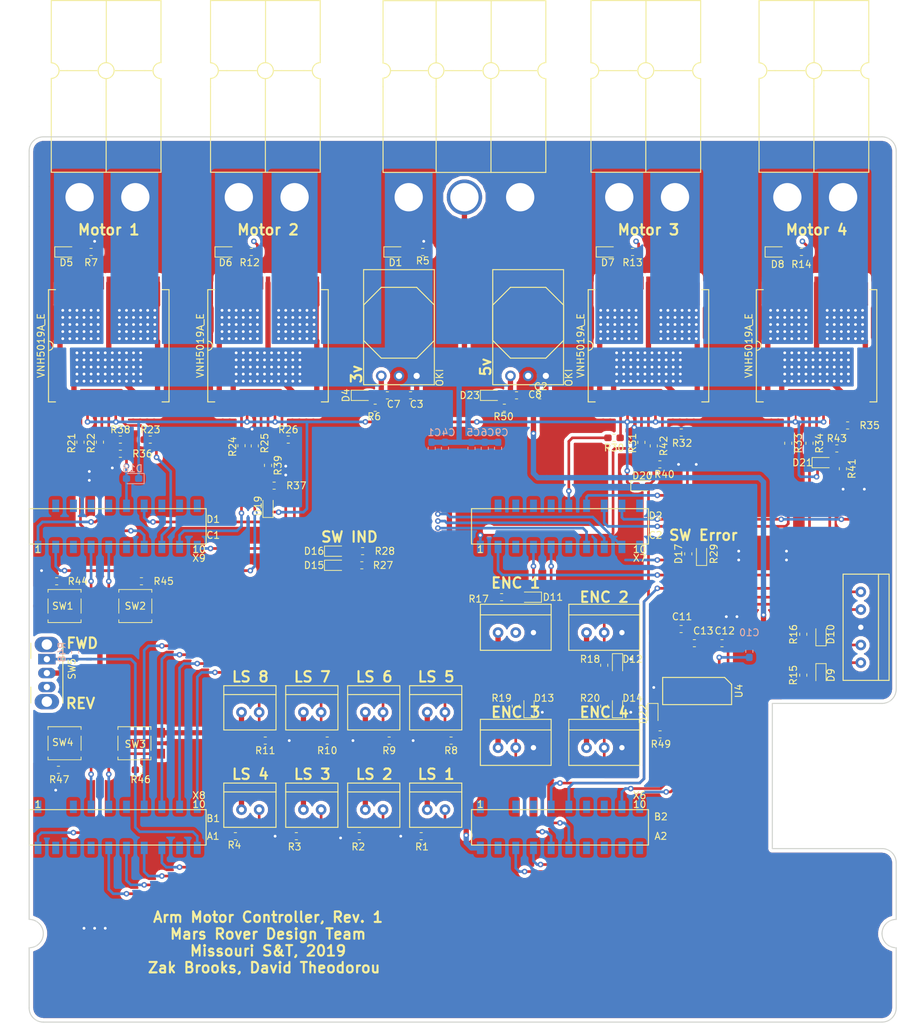
<source format=kicad_pcb>
(kicad_pcb (version 20171130) (host pcbnew "(5.0.0)")
  (layers (0 F.Cu signal) (31 B.Cu signal) (34 B.Paste user) (35 F.Paste user) (36 B.SilkS user) (37 F.SilkS user) (38 B.Mask user) (39 F.Mask user) (44 Edge.Cuts user))
  (net 0 "")
  (net 1 IN_A4)
  (net 2 GND)
  (net 3 LS_7)
  (net 4 IN_B1)
  (net 5 IN_A1)
  (net 6 IN_A2)
  (net 7 IN_B2)
  (net 8 LS_2)
  (net 9 IN_B3)
  (net 10 IN_A3)
  (net 11 LS_1)
  (net 12 LS_3)
  (net 13 LS_5)
  (net 14 LS_4)
  (net 15 LS_6)
  (net 16 LS_8)
  (net 17 "Net-(D1-Pad2)")
  (net 18 "Net-(U3-PadPM6)")
  (net 19 "Net-(U3-PadPQ0)")
  (net 20 "Net-(U3-PadRese)")
  (net 21 "Net-(U3-PadPA7)")
  (net 22 "Net-(U3-PadPN5)")
  (net 23 "Net-(U3-Pad+5V)")
  (net 24 "Net-(U3-PadPD2)")
  (net 25 "Net-(U3-PadPP4)")
  (net 26 "Net-(U3-PadPN4)")
  (net 27 "Net-(U3-PadPK5)")
  (net 28 "Net-(U3-PadPM2)")
  (net 29 "Net-(U3-PadPM7)")
  (net 30 "Net-(U3-PadPP5)")
  (net 31 RX_1_Tiva)
  (net 32 TX_1_Tiva)
  (net 33 "Net-(U3-PadPM3)")
  (net 34 "Net-(U3-PadPP2)")
  (net 35 "Net-(C10-Pad1)")
  (net 36 "Net-(C11-Pad1)")
  (net 37 RX_1_SL)
  (net 38 TX_1_SL)
  (net 39 "Net-(U5-Pad2)")
  (net 40 "Net-(U5-Pad11)")
  (net 41 "Net-(U5-Pad14)")
  (net 42 "Net-(U5-Pad17)")
  (net 43 "Net-(U5-Pad22)")
  (net 44 "Net-(U5-Pad24)")
  (net 45 "Net-(U5-Pad29)")
  (net 46 "Net-(U6-Pad29)")
  (net 47 "Net-(U6-Pad24)")
  (net 48 "Net-(U6-Pad22)")
  (net 49 "Net-(U6-Pad17)")
  (net 50 "Net-(U6-Pad14)")
  (net 51 "Net-(U6-Pad11)")
  (net 52 "Net-(U6-Pad2)")
  (net 53 IN_B4)
  (net 54 RX_2_SL)
  (net 55 TX_2_SL)
  (net 56 "Net-(U3-PadPL5)")
  (net 57 "Net-(U3-PadPN2)")
  (net 58 "Net-(U3-PadPN3)")
  (net 59 RX_2_Tiva)
  (net 60 TX_2_Tiva)
  (net 61 "Net-(U3-PadPE3)")
  (net 62 +3V3)
  (net 63 12vLog)
  (net 64 +5V)
  (net 65 "Net-(C12-Pad1)")
  (net 66 "Net-(C12-Pad2)")
  (net 67 "Net-(C13-Pad2)")
  (net 68 "Net-(C13-Pad1)")
  (net 69 "Net-(D4-Pad2)")
  (net 70 "Net-(D5-Pad2)")
  (net 71 "Net-(D6-Pad2)")
  (net 72 "Net-(D7-Pad2)")
  (net 73 "Net-(D8-Pad2)")
  (net 74 "Net-(D9-Pad2)")
  (net 75 "Net-(D10-Pad2)")
  (net 76 "Net-(D11-Pad2)")
  (net 77 "Net-(D12-Pad2)")
  (net 78 "Net-(D13-Pad2)")
  (net 79 "Net-(D14-Pad2)")
  (net 80 "Net-(D15-Pad2)")
  (net 81 "Net-(D16-Pad2)")
  (net 82 "Net-(D17-Pad2)")
  (net 83 Out_A1M1)
  (net 84 Out_A1M2)
  (net 85 Out_A1M3)
  (net 86 Out_A1M4)
  (net 87 "Net-(R21-Pad1)")
  (net 88 "Net-(R22-Pad1)")
  (net 89 "Net-(R23-Pad1)")
  (net 90 "Net-(R24-Pad1)")
  (net 91 "Net-(R25-Pad1)")
  (net 92 "Net-(R26-Pad1)")
  (net 93 "Net-(R30-Pad1)")
  (net 94 "Net-(R31-Pad1)")
  (net 95 "Net-(R32-Pad1)")
  (net 96 "Net-(R33-Pad1)")
  (net 97 "Net-(R34-Pad1)")
  (net 98 "Net-(R35-Pad1)")
  (net 99 "Net-(U3-PadPK2)")
  (net 100 "Net-(U3-PadPB4)")
  (net 101 "Net-(U3-PadPB5)")
  (net 102 "Net-(U3-PadPK3)")
  (net 103 "Net-(U3-PadPK7)")
  (net 104 "Net-(U3-PadPE0)")
  (net 105 "Net-(U3-PadPF3)")
  (net 106 "Net-(U3-PadPH2)")
  (net 107 "Net-(U3-PadPH3)")
  (net 108 /Out_A2M2)
  (net 109 "Net-(U7-Pad2)")
  (net 110 /Out_A3M3)
  (net 111 /Out_A4M4)
  (net 112 "Net-(U8-Pad2)")
  (net 113 DIRECTION_SW)
  (net 114 "Net-(SW5-Pad3)")
  (net 115 "Net-(U7-Pad11)")
  (net 116 "Net-(U7-Pad14)")
  (net 117 "Net-(U7-Pad17)")
  (net 118 "Net-(U7-Pad22)")
  (net 119 "Net-(U7-Pad24)")
  (net 120 "Net-(U7-Pad29)")
  (net 121 "Net-(U8-Pad29)")
  (net 122 "Net-(U8-Pad24)")
  (net 123 "Net-(U8-Pad22)")
  (net 124 "Net-(U8-Pad17)")
  (net 125 "Net-(U8-Pad14)")
  (net 126 "Net-(U8-Pad11)")
  (net 127 "Net-(U3-PadPB2)")
  (net 128 "Net-(U3-PadPE4)")
  (net 129 "Net-(U3-PadPC4)")
  (net 130 "Net-(U3-PadPC5)")
  (net 131 ENC_1_PWM)
  (net 132 ENC_2_PWM)
  (net 133 ENC_3_PWM)
  (net 134 ENC_4_PWM)
  (net 135 /Out_B1M1)
  (net 136 /Out_B2M2)
  (net 137 /Out_B3M3)
  (net 138 /Out_B4M4)
  (net 139 I_SENSE_1)
  (net 140 I_SENSE_2)
  (net 141 I_SENSE_3)
  (net 142 I_SENSE_4)
  (net 143 "Net-(D22-Pad2)")
  (net 144 LED_IND_SW_1)
  (net 145 LED_IND_SW_2)
  (net 146 LED_IND_SW_3)
  (net 147 "Net-(D23-Pad2)")
  (net 148 M1_PWM)
  (net 149 M2_PWM)
  (net 150 M3_PWM)
  (net 151 M4_PWM)
  (net 152 I_SENSE_VNH_1)
  (net 153 I_SENSE_VNH_2)
  (net 154 I_SENSE_VNH_3)
  (net 155 I_SENSE_VNH_4)
  (net 156 M1_SW)
  (net 157 M2_SW)
  (net 158 M3_SW)
  (net 159 M4_SW)
  (module MRDT_Devices:OKI_Horizontal (layer F.Cu) (at 116.078 72.39 180)
    (fp_text reference U2 hide)
    (fp_text value OKI (at -0.762 1.016 270) (layer F.SilkS))
    (pad 1 thru_hole circle (at 2.54 1.27 180) (size 1.524 1.524) (drill 0.889) (layers *.Cu *.Mask) (net 63 12vLog))
    (pad 2 thru_hole circle (at 5.08 1.27 180) (size 1.524 1.524) (drill 0.889) (layers *.Cu *.Mask) (net 2 GND))
    (pad 3 thru_hole circle (at 7.62 1.27 180) (size 1.524 1.524) (drill 0.889) (layers *.Cu *.Mask) (net 64 +5V))
  )
  (module Resistor_SMD:R_0603_1608Metric_Pad1.05x0.95mm_HandSolder (layer F.Cu) (at 43.575 127.635)
    (fp_text reference R47 (at 0.113 1.397) (layer F.SilkS))
    (fp_text value 500)
    (pad 1 smd roundrect (at -0.875 0) (size 1.05 0.95) (layers F.Cu F.Paste F.Mask) (net 2 GND))
    (pad 2 smd roundrect (at 0.875 0) (size 1.05 0.95) (layers F.Cu F.Paste F.Mask) (net 159 M4_SW))
  )
  (module MRDT_ICs:MultiPowerSO_30 (layer F.Cu) (at 50.8 66.802 90)
    (fp_text reference U5 hide)
    (fp_text value VNH5019A_E (at 0.0254 -9.7282 90) (layer F.SilkS))
    (pad 1 smd rect (at -9.0043 -6.999999 90) (size 1.8542 0.635) (layers F.Cu F.Paste F.Mask) (net 83 Out_A1M1))
    (pad 2 smd rect (at -9.0043 -6.000001 90) (size 1.8542 0.635) (layers F.Cu F.Paste F.Mask) (net 39 "Net-(U5-Pad2)"))
    (pad 3 smd rect (at -9.0043 -5 90) (size 1.8542 0.635) (layers F.Cu F.Paste F.Mask) (net 63 12vLog))
    (pad 4 smd rect (at -9.0043 -4 90) (size 1.8542 0.635) (layers F.Cu F.Paste F.Mask) (net 87 "Net-(R21-Pad1)"))
    (pad 5 smd rect (at -9.0043 -2.999999 90) (size 1.8542 0.635) (layers F.Cu F.Paste F.Mask) (net 62 +3V3))
    (pad 6 smd rect (at -9.0043 -2.000001 90) (size 1.8542 0.635) (layers F.Cu F.Paste F.Mask) (net 2 GND))
    (pad 7 smd rect (at -9.0043 -1.000001 90) (size 1.8542 0.635) (layers F.Cu F.Paste F.Mask) (net 88 "Net-(R22-Pad1)"))
    (pad 8 smd rect (at -9.0043 0 90) (size 1.8542 0.635) (layers F.Cu F.Paste F.Mask) (net 152 I_SENSE_VNH_1))
    (pad 9 smd rect (at -9.0043 1.000001 90) (size 1.8542 0.635) (layers F.Cu F.Paste F.Mask) (net 62 +3V3))
    (pad 10 smd rect (at -9.0043 2.000001 90) (size 1.8542 0.635) (layers F.Cu F.Paste F.Mask) (net 89 "Net-(R23-Pad1)"))
    (pad 11 smd rect (at -9.0043 2.999999 90) (size 1.8542 0.635) (layers F.Cu F.Paste F.Mask) (net 40 "Net-(U5-Pad11)"))
    (pad 12 smd rect (at -9.0043 4 90) (size 1.8542 0.635) (layers F.Cu F.Paste F.Mask) (net 63 12vLog))
    (pad 13 smd rect (at -9.0043 5 90) (size 1.8542 0.635) (layers F.Cu F.Paste F.Mask) (net 63 12vLog))
    (pad 14 smd rect (at -9.0043 6.000001 90) (size 1.8542 0.635) (layers F.Cu F.Paste F.Mask) (net 41 "Net-(U5-Pad14)"))
    (pad 15 smd rect (at -9.0043 7.000001 90) (size 1.8542 0.635) (layers F.Cu F.Paste F.Mask) (net 135 /Out_B1M1))
    (pad 16 smd rect (at 9.0043 6.999999 90) (size 1.8542 0.635) (layers F.Cu F.Paste F.Mask) (net 135 /Out_B1M1))
    (pad 17 smd rect (at 9.0043 6.000001 90) (size 1.8542 0.635) (layers F.Cu F.Paste F.Mask) (net 42 "Net-(U5-Pad17)"))
    (pad 18 smd rect (at 9.0043 5 90) (size 1.8542 0.635) (layers F.Cu F.Paste F.Mask) (net 2 GND))
    (pad 19 smd rect (at 9.0043 4 90) (size 1.8542 0.635) (layers F.Cu F.Paste F.Mask) (net 2 GND))
    (pad 20 smd rect (at 9.0043 2.999999 90) (size 1.8542 0.635) (layers F.Cu F.Paste F.Mask) (net 2 GND))
    (pad 21 smd rect (at 9.0043 2.000001 90) (size 1.8542 0.635) (layers F.Cu F.Paste F.Mask) (net 135 /Out_B1M1))
    (pad 22 smd rect (at 9.0043 1.000001 90) (size 1.8542 0.635) (layers F.Cu F.Paste F.Mask) (net 43 "Net-(U5-Pad22)"))
    (pad 23 smd rect (at 9.0043 0 90) (size 1.8542 0.635) (layers F.Cu F.Paste F.Mask) (net 63 12vLog))
    (pad 24 smd rect (at 9.0043 -1.000001 90) (size 1.8542 0.635) (layers F.Cu F.Paste F.Mask) (net 44 "Net-(U5-Pad24)"))
    (pad 25 smd rect (at 9.0043 -2.000001 90) (size 1.8542 0.635) (layers F.Cu F.Paste F.Mask) (net 83 Out_A1M1))
    (pad 26 smd rect (at 9.0043 -2.999999 90) (size 1.8542 0.635) (layers F.Cu F.Paste F.Mask) (net 2 GND))
    (pad 27 smd rect (at 9.0043 -4 90) (size 1.8542 0.635) (layers F.Cu F.Paste F.Mask) (net 2 GND))
    (pad 28 smd rect (at 9.0043 -5 90) (size 1.8542 0.635) (layers F.Cu F.Paste F.Mask) (net 2 GND))
    (pad 29 smd rect (at 9.0043 -6.000001 90) (size 1.8542 0.635) (layers F.Cu F.Paste F.Mask) (net 45 "Net-(U5-Pad29)"))
    (pad 30 smd rect (at 9.0043 -7.000001 90) (size 1.8542 0.635) (layers F.Cu F.Paste F.Mask) (net 83 Out_A1M1))
    (pad 31 smd rect (at 3.048 -4.1656 90) (size 5.2578 6.223) (layers F.Cu F.Paste F.Mask) (net 83 Out_A1M1))
    (pad 32 smd rect (at -3.048 0 90) (size 5.2578 10.3124) (layers F.Cu F.Paste F.Mask) (net 63 12vLog))
    (pad 33 smd rect (at 3.048 4.1656 90) (size 5.2578 6.223) (layers F.Cu F.Paste F.Mask) (net 135 /Out_B1M1))
  )
  (module MRDT_ICs:MultiPowerSO_30 (layer F.Cu) (at 128.27 66.802 90)
    (fp_text reference U7 hide)
    (fp_text value VNH5019A_E (at 0.0254 -9.7282 90) (layer F.SilkS))
    (pad 1 smd rect (at -9.0043 -6.999999 90) (size 1.8542 0.635) (layers F.Cu F.Paste F.Mask) (net 110 /Out_A3M3))
    (pad 2 smd rect (at -9.0043 -6.000001 90) (size 1.8542 0.635) (layers F.Cu F.Paste F.Mask) (net 109 "Net-(U7-Pad2)"))
    (pad 3 smd rect (at -9.0043 -5 90) (size 1.8542 0.635) (layers F.Cu F.Paste F.Mask) (net 63 12vLog))
    (pad 4 smd rect (at -9.0043 -4 90) (size 1.8542 0.635) (layers F.Cu F.Paste F.Mask) (net 93 "Net-(R30-Pad1)"))
    (pad 5 smd rect (at -9.0043 -2.999999 90) (size 1.8542 0.635) (layers F.Cu F.Paste F.Mask) (net 62 +3V3))
    (pad 6 smd rect (at -9.0043 -2.000001 90) (size 1.8542 0.635) (layers F.Cu F.Paste F.Mask) (net 2 GND))
    (pad 7 smd rect (at -9.0043 -1.000001 90) (size 1.8542 0.635) (layers F.Cu F.Paste F.Mask) (net 94 "Net-(R31-Pad1)"))
    (pad 8 smd rect (at -9.0043 0 90) (size 1.8542 0.635) (layers F.Cu F.Paste F.Mask) (net 154 I_SENSE_VNH_3))
    (pad 9 smd rect (at -9.0043 1.000001 90) (size 1.8542 0.635) (layers F.Cu F.Paste F.Mask) (net 62 +3V3))
    (pad 10 smd rect (at -9.0043 2.000001 90) (size 1.8542 0.635) (layers F.Cu F.Paste F.Mask) (net 95 "Net-(R32-Pad1)"))
    (pad 11 smd rect (at -9.0043 2.999999 90) (size 1.8542 0.635) (layers F.Cu F.Paste F.Mask) (net 115 "Net-(U7-Pad11)"))
    (pad 12 smd rect (at -9.0043 4 90) (size 1.8542 0.635) (layers F.Cu F.Paste F.Mask) (net 63 12vLog))
    (pad 13 smd rect (at -9.0043 5 90) (size 1.8542 0.635) (layers F.Cu F.Paste F.Mask) (net 63 12vLog))
    (pad 14 smd rect (at -9.0043 6.000001 90) (size 1.8542 0.635) (layers F.Cu F.Paste F.Mask) (net 116 "Net-(U7-Pad14)"))
    (pad 15 smd rect (at -9.0043 7.000001 90) (size 1.8542 0.635) (layers F.Cu F.Paste F.Mask) (net 137 /Out_B3M3))
    (pad 16 smd rect (at 9.0043 6.999999 90) (size 1.8542 0.635) (layers F.Cu F.Paste F.Mask) (net 137 /Out_B3M3))
    (pad 17 smd rect (at 9.0043 6.000001 90) (size 1.8542 0.635) (layers F.Cu F.Paste F.Mask) (net 117 "Net-(U7-Pad17)"))
    (pad 18 smd rect (at 9.0043 5 90) (size 1.8542 0.635) (layers F.Cu F.Paste F.Mask) (net 2 GND))
    (pad 19 smd rect (at 9.0043 4 90) (size 1.8542 0.635) (layers F.Cu F.Paste F.Mask) (net 2 GND))
    (pad 20 smd rect (at 9.0043 2.999999 90) (size 1.8542 0.635) (layers F.Cu F.Paste F.Mask) (net 2 GND))
    (pad 21 smd rect (at 9.0043 2.000001 90) (size 1.8542 0.635) (layers F.Cu F.Paste F.Mask) (net 137 /Out_B3M3))
    (pad 22 smd rect (at 9.0043 1.000001 90) (size 1.8542 0.635) (layers F.Cu F.Paste F.Mask) (net 118 "Net-(U7-Pad22)"))
    (pad 23 smd rect (at 9.0043 0 90) (size 1.8542 0.635) (layers F.Cu F.Paste F.Mask) (net 63 12vLog))
    (pad 24 smd rect (at 9.0043 -1.000001 90) (size 1.8542 0.635) (layers F.Cu F.Paste F.Mask) (net 119 "Net-(U7-Pad24)"))
    (pad 25 smd rect (at 9.0043 -2.000001 90) (size 1.8542 0.635) (layers F.Cu F.Paste F.Mask) (net 110 /Out_A3M3))
    (pad 26 smd rect (at 9.0043 -2.999999 90) (size 1.8542 0.635) (layers F.Cu F.Paste F.Mask) (net 2 GND))
    (pad 27 smd rect (at 9.0043 -4 90) (size 1.8542 0.635) (layers F.Cu F.Paste F.Mask) (net 2 GND))
    (pad 28 smd rect (at 9.0043 -5 90) (size 1.8542 0.635) (layers F.Cu F.Paste F.Mask) (net 2 GND))
    (pad 29 smd rect (at 9.0043 -6.000001 90) (size 1.8542 0.635) (layers F.Cu F.Paste F.Mask) (net 120 "Net-(U7-Pad29)"))
    (pad 30 smd rect (at 9.0043 -7.000001 90) (size 1.8542 0.635) (layers F.Cu F.Paste F.Mask) (net 110 /Out_A3M3))
    (pad 31 smd rect (at 3.048 -4.1656 90) (size 5.2578 6.223) (layers F.Cu F.Paste F.Mask) (net 110 /Out_A3M3))
    (pad 32 smd rect (at -3.048 0 90) (size 5.2578 10.3124) (layers F.Cu F.Paste F.Mask) (net 63 12vLog))
    (pad 33 smd rect (at 3.048 4.1656 90) (size 5.2578 6.223) (layers F.Cu F.Paste F.Mask) (net 137 /Out_B3M3))
  )
  (module MRDT_Shields:TM4C129E_Launchpad_FULL_Bottom_SMD (layer F.Cu) (at 39.37 138.43)
    (fp_text reference U3 hide)
    (fp_text value TM4C129E_Launchpad hide)
    (fp_text user 1 (at 1.27 -42.418 180) (layer F.SilkS))
    (fp_text user 10 (at 24.384 -42.418 180) (layer F.SilkS))
    (fp_text user 1 (at 1.27 -5.842 180) (layer F.SilkS))
    (fp_text user 10 (at 24.384 -5.842 180) (layer F.SilkS))
    (fp_text user 1 (at 64.77 -42.418 180) (layer F.SilkS))
    (fp_text user 10 (at 87.63 -42.418 180) (layer F.SilkS))
    (fp_text user 10 (at 87.63 -5.842 180) (layer F.SilkS))
    (fp_text user 1 (at 64.77 -5.842 180) (layer F.SilkS))
    (fp_text user X9 (at 24.384 -41.148 180) (layer F.SilkS))
    (fp_text user X8 (at 24.384 -7.112 180) (layer F.SilkS))
    (fp_text user X7 (at 87.63 -41.148 180) (layer F.SilkS))
    (fp_text user X6 (at 87.63 -7.112) (layer F.SilkS))
    (fp_text user C1 (at 26.416 -44.45 180) (layer F.SilkS))
    (fp_text user D1 (at 26.416 -46.736 180) (layer F.SilkS))
    (fp_text user C2 (at 89.916 -44.45 180) (layer F.SilkS))
    (fp_text user D2 (at 89.916 -47.244) (layer F.SilkS))
    (fp_text user B1 (at 26.416 -3.81 180) (layer F.SilkS))
    (fp_text user A1 (at 26.416 -1.27 180) (layer F.SilkS))
    (fp_text user B2 (at 90.678 -4.064 180) (layer F.SilkS))
    (fp_text user A2 (at 90.678 -1.27 180) (layer F.SilkS))
    (pad +3V3 smd rect (at 64.77 0.4064 180) (size 0.9906 1.778) (layers B.Cu B.Paste B.Mask) (net 62 +3V3))
    (pad PM6 smd rect (at 87.63 -48.6664 180) (size 0.9906 1.778) (layers B.Cu B.Paste B.Mask) (net 18 "Net-(U3-PadPM6)"))
    (pad PQ1 smd rect (at 85.09 -48.6664 180) (size 0.9906 1.778) (layers B.Cu B.Paste B.Mask) (net 53 IN_B4))
    (pad PQ2 smd rect (at 77.47 -48.6664 180) (size 0.9906 1.778) (layers B.Cu B.Paste B.Mask) (net 10 IN_A3))
    (pad PK0 smd rect (at 74.93 -5.4864 180) (size 0.9906 1.778) (layers B.Cu B.Paste B.Mask) (net 141 I_SENSE_3))
    (pad PQ3 smd rect (at 80.01 -48.6664 180) (size 0.9906 1.778) (layers B.Cu B.Paste B.Mask) (net 9 IN_B3))
    (pad PP3 smd rect (at 82.55 -48.6664 180) (size 0.9906 1.778) (layers B.Cu B.Paste B.Mask) (net 1 IN_A4))
    (pad PQ0 smd rect (at 80.01 0.4064 180) (size 0.9906 1.778) (layers B.Cu B.Paste B.Mask) (net 19 "Net-(U3-PadPQ0)"))
    (pad PA4 smd rect (at 85.09 -5.4864 180) (size 0.9906 1.778) (layers B.Cu B.Paste B.Mask) (net 59 RX_2_Tiva))
    (pad Rese smd rect (at 74.93 -48.6664 180) (size 0.9906 1.778) (layers B.Cu B.Paste B.Mask) (net 20 "Net-(U3-PadRese)"))
    (pad PA7 smd rect (at 72.39 -48.6664 180) (size 0.9906 1.778) (layers B.Cu B.Paste B.Mask) (net 21 "Net-(U3-PadPA7)"))
    (pad PN5 smd rect (at 85.09 0.4064 180) (size 0.9906 1.778) (layers B.Cu B.Paste B.Mask) (net 22 "Net-(U3-PadPN5)"))
    (pad PK2 smd rect (at 80.01 -5.4864 180) (size 0.9906 1.778) (layers B.Cu B.Paste B.Mask) (net 99 "Net-(U3-PadPK2)"))
    (pad PK1 smd rect (at 77.47 -5.4864 180) (size 0.9906 1.778) (layers B.Cu B.Paste B.Mask) (net 142 I_SENSE_4))
    (pad +5V smd rect (at 64.77 -5.4864 180) (size 0.9906 1.778) (layers B.Cu B.Paste B.Mask) (net 23 "Net-(U3-Pad+5V)"))
    (pad GND smd rect (at 67.31 -5.4864 180) (size 0.9906 1.778) (layers B.Cu B.Paste B.Mask) (net 2 GND))
    (pad PB4 smd rect (at 69.85 -5.4864 180) (size 0.9906 1.778) (layers B.Cu B.Paste B.Mask) (net 100 "Net-(U3-PadPB4)"))
    (pad PB5 smd rect (at 72.39 -5.4864 180) (size 0.9906 1.778) (layers B.Cu B.Paste B.Mask) (net 101 "Net-(U3-PadPB5)"))
    (pad PK3 smd rect (at 82.55 -5.4864 180) (size 0.9906 1.778) (layers B.Cu B.Paste B.Mask) (net 102 "Net-(U3-PadPK3)"))
    (pad PA5 smd rect (at 87.63 -5.4864 180) (size 0.9906 1.778) (layers B.Cu B.Paste B.Mask) (net 60 TX_2_Tiva))
    (pad PD2 smd rect (at 67.31 0.4064 180) (size 0.9906 1.778) (layers B.Cu B.Paste B.Mask) (net 24 "Net-(U3-PadPD2)"))
    (pad PP0 smd rect (at 69.85 0.4064 180) (size 0.9906 1.778) (layers B.Cu B.Paste B.Mask) (net 31 RX_1_Tiva))
    (pad PP1 smd rect (at 72.39 0.4064 180) (size 0.9906 1.778) (layers B.Cu B.Paste B.Mask) (net 32 TX_1_Tiva))
    (pad PD4 smd rect (at 74.93 0.4064 180) (size 0.9906 1.778) (layers B.Cu B.Paste B.Mask) (net 133 ENC_3_PWM))
    (pad PD5 smd rect (at 77.47 0.4064 180) (size 0.9906 1.778) (layers B.Cu B.Paste B.Mask) (net 134 ENC_4_PWM))
    (pad PP4 smd rect (at 82.55 0.4064 180) (size 0.9906 1.778) (layers B.Cu B.Paste B.Mask) (net 25 "Net-(U3-PadPP4)"))
    (pad PN4 smd rect (at 87.63 0.4064 180) (size 0.9906 1.778) (layers B.Cu B.Paste B.Mask) (net 26 "Net-(U3-PadPN4)"))
    (pad PG1 smd rect (at 64.77 -42.7736 180) (size 0.9906 1.778) (layers B.Cu B.Paste B.Mask) (net 150 M3_PWM))
    (pad PK4 smd rect (at 67.31 -42.7736 180) (size 0.9906 1.778) (layers B.Cu B.Paste B.Mask) (net 151 M4_PWM))
    (pad PK5 smd rect (at 69.85 -42.7736 180) (size 0.9906 1.778) (layers B.Cu B.Paste B.Mask) (net 27 "Net-(U3-PadPK5)"))
    (pad PM0 smd rect (at 72.39 -42.7736 180) (size 0.9906 1.778) (layers B.Cu B.Paste B.Mask) (net 131 ENC_1_PWM))
    (pad PM1 smd rect (at 74.93 -42.7736 180) (size 0.9906 1.778) (layers B.Cu B.Paste B.Mask) (net 132 ENC_2_PWM))
    (pad PM2 smd rect (at 77.47 -42.7736 180) (size 0.9906 1.778) (layers B.Cu B.Paste B.Mask) (net 28 "Net-(U3-PadPM2)"))
    (pad PH0 smd rect (at 80.01 -42.7736 180) (size 0.9906 1.778) (layers B.Cu B.Paste B.Mask) (net 144 LED_IND_SW_1))
    (pad PH1 smd rect (at 82.55 -42.7736 180) (size 0.9906 1.778) (layers B.Cu B.Paste B.Mask) (net 145 LED_IND_SW_2))
    (pad PK6 smd rect (at 85.09 -42.7736 180) (size 0.9906 1.778) (layers B.Cu B.Paste B.Mask) (net 146 LED_IND_SW_3))
    (pad PK7 smd rect (at 87.63 -42.7736 180) (size 0.9906 1.778) (layers B.Cu B.Paste B.Mask) (net 103 "Net-(U3-PadPK7)"))
    (pad GND smd rect (at 64.77 -48.6664 180) (size 0.9906 1.778) (layers B.Cu B.Paste B.Mask) (net 2 GND))
    (pad PM7 smd rect (at 67.31 -48.6664 180) (size 0.9906 1.778) (layers B.Cu B.Paste B.Mask) (net 29 "Net-(U3-PadPM7)"))
    (pad PP5 smd rect (at 69.85 -48.6664 180) (size 0.9906 1.778) (layers B.Cu B.Paste B.Mask) (net 30 "Net-(U3-PadPP5)"))
    (pad +5V smd rect (at 1.27 -5.4864 180) (size 0.9906 1.778) (layers B.Cu B.Paste B.Mask) (net 23 "Net-(U3-Pad+5V)"))
    (pad GND smd rect (at 3.81 -5.4864 180) (size 0.9906 1.778) (layers B.Cu B.Paste B.Mask) (net 2 GND))
    (pad PE0 smd rect (at 6.35 -5.4864 180) (size 0.9906 1.778) (layers B.Cu B.Paste B.Mask) (net 104 "Net-(U3-PadPE0)"))
    (pad PE1 smd rect (at 8.89 -5.4864 180) (size 0.9906 1.778) (layers B.Cu B.Paste B.Mask) (net 159 M4_SW))
    (pad PE2 smd rect (at 11.43 -5.4864 180) (size 0.9906 1.778) (layers B.Cu B.Paste B.Mask) (net 158 M3_SW))
    (pad PE3 smd rect (at 13.97 -5.4864 180) (size 0.9906 1.778) (layers B.Cu B.Paste B.Mask) (net 61 "Net-(U3-PadPE3)"))
    (pad PD7 smd rect (at 16.51 -5.4864 180) (size 0.9906 1.778) (layers B.Cu B.Paste B.Mask) (net 13 LS_5))
    (pad PA6 smd rect (at 19.05 -5.4864 180) (size 0.9906 1.778) (layers B.Cu B.Paste B.Mask) (net 15 LS_6))
    (pad PM4 smd rect (at 21.59 -5.4864 180) (size 0.9906 1.778) (layers B.Cu B.Paste B.Mask) (net 3 LS_7))
    (pad PM5 smd rect (at 24.13 -5.4864 180) (size 0.9906 1.778) (layers B.Cu B.Paste B.Mask) (net 16 LS_8))
    (pad +3V3 smd rect (at 1.27 0.4064 180) (size 0.9906 1.778) (layers B.Cu B.Paste B.Mask) (net 62 +3V3))
    (pad PE4 smd rect (at 3.81 0.4064 180) (size 0.9906 1.778) (layers B.Cu B.Paste B.Mask) (net 128 "Net-(U3-PadPE4)"))
    (pad PC4 smd rect (at 6.35 0.4064 180) (size 0.9906 1.778) (layers B.Cu B.Paste B.Mask) (net 129 "Net-(U3-PadPC4)"))
    (pad PC5 smd rect (at 8.89 0.4064 180) (size 0.9906 1.778) (layers B.Cu B.Paste B.Mask) (net 130 "Net-(U3-PadPC5)"))
    (pad PC6 smd rect (at 11.43 0.4064 180) (size 0.9906 1.778) (layers B.Cu B.Paste B.Mask) (net 11 LS_1))
    (pad PE5 smd rect (at 13.97 0.4064 180) (size 0.9906 1.778) (layers B.Cu B.Paste B.Mask) (net 8 LS_2))
    (pad PD3 smd rect (at 16.51 0.4064 180) (size 0.9906 1.778) (layers B.Cu B.Paste B.Mask) (net 12 LS_3))
    (pad PC7 smd rect (at 19.05 0.4064 180) (size 0.9906 1.778) (layers B.Cu B.Paste B.Mask) (net 14 LS_4))
    (pad PB2 smd rect (at 21.59 0.4064 180) (size 0.9906 1.778) (layers B.Cu B.Paste B.Mask) (net 127 "Net-(U3-PadPB2)"))
    (pad PB3 smd rect (at 24.13 0.4064 180) (size 0.9906 1.778) (layers B.Cu B.Paste B.Mask) (net 113 DIRECTION_SW))
    (pad PF1 smd rect (at 1.27 -42.7736 180) (size 0.9906 1.778) (layers B.Cu B.Paste B.Mask) (net 148 M1_PWM))
    (pad PF2 smd rect (at 3.81 -42.7736 180) (size 0.9906 1.778) (layers B.Cu B.Paste B.Mask) (net 149 M2_PWM))
    (pad PF3 smd rect (at 6.35 -42.7736 180) (size 0.9906 1.778) (layers B.Cu B.Paste B.Mask) (net 105 "Net-(U3-PadPF3)"))
    (pad PG0 smd rect (at 8.89 -42.7736 180) (size 0.9906 1.778) (layers B.Cu B.Paste B.Mask) (net 156 M1_SW))
    (pad PL4 smd rect (at 11.43 -42.7736 180) (size 0.9906 1.778) (layers B.Cu B.Paste B.Mask) (net 157 M2_SW))
    (pad PL5 smd rect (at 13.97 -42.7736 180) (size 0.9906 1.778) (layers B.Cu B.Paste B.Mask) (net 56 "Net-(U3-PadPL5)"))
    (pad PL0 smd rect (at 16.51 -42.7736 180) (size 0.9906 1.778) (layers B.Cu B.Paste B.Mask) (net 5 IN_A1))
    (pad PL1 smd rect (at 19.05 -42.7736 180) (size 0.9906 1.778) (layers B.Cu B.Paste B.Mask) (net 4 IN_B1))
    (pad PL2 smd rect (at 21.59 -42.7736 180) (size 0.9906 1.778) (layers B.Cu B.Paste B.Mask) (net 6 IN_A2))
    (pad PL3 smd rect (at 24.13 -42.7736 180) (size 0.9906 1.778) (layers B.Cu B.Paste B.Mask) (net 7 IN_B2))
    (pad GND smd rect (at 1.27 -48.6664 180) (size 0.9906 1.778) (layers B.Cu B.Paste B.Mask) (net 2 GND))
    (pad PM3 smd rect (at 3.81 -48.6664 180) (size 0.9906 1.778) (layers B.Cu B.Paste B.Mask) (net 33 "Net-(U3-PadPM3)"))
    (pad PH2 smd rect (at 6.35 -48.6664 180) (size 0.9906 1.778) (layers B.Cu B.Paste B.Mask) (net 106 "Net-(U3-PadPH2)"))
    (pad PH3 smd rect (at 8.89 -48.6664 180) (size 0.9906 1.778) (layers B.Cu B.Paste B.Mask) (net 107 "Net-(U3-PadPH3)"))
    (pad Rese smd rect (at 11.43 -48.6664 180) (size 0.9906 1.778) (layers B.Cu B.Paste B.Mask) (net 20 "Net-(U3-PadRese)"))
    (pad PD1 smd rect (at 13.97 -48.6664 180) (size 0.9906 1.778) (layers B.Cu B.Paste B.Mask) (net 139 I_SENSE_1))
    (pad PD0 smd rect (at 16.51 -48.6664 180) (size 0.9906 1.778) (layers B.Cu B.Paste B.Mask) (net 140 I_SENSE_2))
    (pad PN2 smd rect (at 19.05 -48.6664 180) (size 0.9906 1.778) (layers B.Cu B.Paste B.Mask) (net 57 "Net-(U3-PadPN2)"))
    (pad PN3 smd rect (at 21.59 -48.6664 180) (size 0.9906 1.778) (layers B.Cu B.Paste B.Mask) (net 58 "Net-(U3-PadPN3)"))
    (pad PP2 smd rect (at 24.13 -48.6664 180) (size 0.9906 1.778) (layers B.Cu B.Paste B.Mask) (net 34 "Net-(U3-PadPP2)"))
  )
  (module Resistor_SMD:R_0603_1608Metric_Pad1.05x0.95mm_HandSolder (layer F.Cu) (at 82.155 123.444 180)
    (fp_text reference R10 (at 0 -1.43 180) (layer F.SilkS))
    (fp_text value 500)
    (pad 1 smd roundrect (at -0.875 0 180) (size 1.05 0.95) (layers F.Cu F.Paste F.Mask) (net 2 GND))
    (pad 2 smd roundrect (at 0.875 0 180) (size 1.05 0.95) (layers F.Cu F.Paste F.Mask) (net 3 LS_7))
  )
  (module Resistor_SMD:R_0603_1608Metric_Pad1.05x0.95mm_HandSolder (layer F.Cu) (at 150.495 108.19 270)
    (fp_text reference R16 (at 0.014 1.411 270) (layer F.SilkS))
    (fp_text value 500)
    (pad 2 smd roundrect (at 0.875 0 270) (size 1.05 0.95) (layers F.Cu F.Paste F.Mask) (net 38 TX_1_SL))
    (pad 1 smd roundrect (at -0.875 0 270) (size 1.05 0.95) (layers F.Cu F.Paste F.Mask) (net 75 "Net-(D10-Pad2)"))
  )
  (module Resistor_SMD:R_0603_1608Metric_Pad1.05x0.95mm_HandSolder (layer F.Cu) (at 150.495 114.06 90)
    (fp_text reference R15 (at 0 -1.43 90) (layer F.SilkS))
    (fp_text value 500)
    (pad 1 smd roundrect (at -0.875 0 90) (size 1.05 0.95) (layers F.Cu F.Paste F.Mask) (net 74 "Net-(D9-Pad2)"))
    (pad 2 smd roundrect (at 0.875 0 90) (size 1.05 0.95) (layers F.Cu F.Paste F.Mask) (net 37 RX_1_SL))
  )
  (module Resistor_SMD:R_0603_1608Metric_Pad1.05x0.95mm_HandSolder (layer F.Cu) (at 150.227 53.34)
    (fp_text reference R14 (at 0 1.778) (layer F.SilkS))
    (fp_text value 500)
    (pad 2 smd roundrect (at 0.875 0) (size 1.05 0.95) (layers F.Cu F.Paste F.Mask) (net 86 Out_A1M4))
    (pad 1 smd roundrect (at -0.875 0) (size 1.05 0.95) (layers F.Cu F.Paste F.Mask) (net 73 "Net-(D8-Pad2)"))
  )
  (module Resistor_SMD:R_0603_1608Metric_Pad1.05x0.95mm_HandSolder (layer F.Cu) (at 125.984 53.34)
    (fp_text reference R13 (at 0 1.524) (layer F.SilkS))
    (fp_text value 500)
    (pad 1 smd roundrect (at -0.875 0) (size 1.05 0.95) (layers F.Cu F.Paste F.Mask) (net 72 "Net-(D7-Pad2)"))
    (pad 2 smd roundrect (at 0.875 0) (size 1.05 0.95) (layers F.Cu F.Paste F.Mask) (net 85 Out_A1M3))
  )
  (module Resistor_SMD:R_0603_1608Metric_Pad1.05x0.95mm_HandSolder (layer F.Cu) (at 121.92 112.635 90)
    (fp_text reference R18 (at 0.875 -2.032 180) (layer F.SilkS))
    (fp_text value 500)
    (pad 1 smd roundrect (at -0.875 0 90) (size 1.05 0.95) (layers F.Cu F.Paste F.Mask) (net 77 "Net-(D12-Pad2)"))
    (pad 2 smd roundrect (at 0.875 0 90) (size 1.05 0.95) (layers F.Cu F.Paste F.Mask) (net 132 ENC_2_PWM))
  )
  (module Resistor_SMD:R_0603_1608Metric_Pad1.05x0.95mm_HandSolder (layer F.Cu) (at 109.22 118.505 270)
    (fp_text reference R19 (at -1.157 2.032) (layer F.SilkS))
    (fp_text value 500)
    (pad 1 smd roundrect (at -0.875 0 270) (size 1.05 0.95) (layers F.Cu F.Paste F.Mask) (net 78 "Net-(D13-Pad2)"))
    (pad 2 smd roundrect (at 0.875 0 270) (size 1.05 0.95) (layers F.Cu F.Paste F.Mask) (net 133 ENC_3_PWM))
  )
  (module Resistor_SMD:R_0603_1608Metric_Pad1.05x0.95mm_HandSolder (layer F.Cu) (at 71.261 53.34)
    (fp_text reference R12 (at -0.24 1.524) (layer F.SilkS))
    (fp_text value 500)
    (pad 2 smd roundrect (at 0.875 0) (size 1.05 0.95) (layers F.Cu F.Paste F.Mask) (net 84 Out_A1M2))
    (pad 1 smd roundrect (at -0.875 0) (size 1.05 0.95) (layers F.Cu F.Paste F.Mask) (net 71 "Net-(D6-Pad2)"))
  )
  (module Resistor_SMD:R_0603_1608Metric_Pad1.05x0.95mm_HandSolder (layer F.Cu) (at 121.92 118.505 270)
    (fp_text reference R20 (at -1.157 2.032) (layer F.SilkS))
    (fp_text value 500)
    (pad 2 smd roundrect (at 0.875 0 270) (size 1.05 0.95) (layers F.Cu F.Paste F.Mask) (net 134 ENC_4_PWM))
    (pad 1 smd roundrect (at -0.875 0 270) (size 1.05 0.95) (layers F.Cu F.Paste F.Mask) (net 79 "Net-(D14-Pad2)"))
  )
  (module Resistor_SMD:R_0603_1608Metric_Pad1.05x0.95mm_HandSolder (layer F.Cu) (at 107.188 102.87 180)
    (fp_text reference R17 (at 3.302 -0.254 180) (layer F.SilkS))
    (fp_text value 500)
    (pad 2 smd roundrect (at 0.875 0 180) (size 1.05 0.95) (layers F.Cu F.Paste F.Mask) (net 131 ENC_1_PWM))
    (pad 1 smd roundrect (at -0.875 0 180) (size 1.05 0.95) (layers F.Cu F.Paste F.Mask) (net 76 "Net-(D11-Pad2)"))
  )
  (module Resistor_SMD:R_0603_1608Metric_Pad1.05x0.95mm_HandSolder (layer F.Cu) (at 91.045 123.444 180)
    (fp_text reference R9 (at 0 -1.43 180) (layer F.SilkS))
    (fp_text value 500)
    (pad 1 smd roundrect (at -0.875 0 180) (size 1.05 0.95) (layers F.Cu F.Paste F.Mask) (net 2 GND))
    (pad 2 smd roundrect (at 0.875 0 180) (size 1.05 0.95) (layers F.Cu F.Paste F.Mask) (net 15 LS_6))
  )
  (module Resistor_SMD:R_0603_1608Metric_Pad1.05x0.95mm_HandSolder (layer F.Cu) (at 73.265 123.444 180)
    (fp_text reference R11 (at 0 -1.43 180) (layer F.SilkS))
    (fp_text value 500)
    (pad 1 smd roundrect (at -0.875 0 180) (size 1.05 0.95) (layers F.Cu F.Paste F.Mask) (net 2 GND))
    (pad 2 smd roundrect (at 0.875 0 180) (size 1.05 0.95) (layers F.Cu F.Paste F.Mask) (net 16 LS_8))
  )
  (module LED_SMD:LED_0603_1608Metric_Pad1.05x0.95mm_HandSolder (layer F.Cu) (at 67.705 53.34)
    (fp_text reference D6 (at -0.141 1.524) (layer F.SilkS))
    (fp_text value LED)
    (pad 2 smd roundrect (at 0.875 0) (size 1.05 0.95) (layers F.Cu F.Paste F.Mask) (net 71 "Net-(D6-Pad2)"))
    (pad 1 smd roundrect (at -0.875 0) (size 1.05 0.95) (layers F.Cu F.Paste F.Mask) (net 2 GND))
  )
  (module LED_SMD:LED_0603_1608Metric_Pad1.05x0.95mm_HandSolder (layer F.Cu) (at 153.035 114.06 270)
    (fp_text reference D9 (at 0 -1.43 270) (layer F.SilkS))
    (fp_text value LED)
    (pad 1 smd roundrect (at -0.875 0 270) (size 1.05 0.95) (layers F.Cu F.Paste F.Mask) (net 2 GND))
    (pad 2 smd roundrect (at 0.875 0 270) (size 1.05 0.95) (layers F.Cu F.Paste F.Mask) (net 74 "Net-(D9-Pad2)"))
  )
  (module LED_SMD:LED_0603_1608Metric_Pad1.05x0.95mm_HandSolder (layer F.Cu) (at 83.425 96.266)
    (fp_text reference D16 (at -3.161 0 -180) (layer F.SilkS))
    (fp_text value LED)
    (pad 2 smd roundrect (at 0.875 0) (size 1.05 0.95) (layers F.Cu F.Paste F.Mask) (net 81 "Net-(D16-Pad2)"))
    (pad 1 smd roundrect (at -0.875 0) (size 1.05 0.95) (layers F.Cu F.Paste F.Mask) (net 2 GND))
  )
  (module LED_SMD:LED_0603_1608Metric_Pad1.05x0.95mm_HandSolder (layer F.Cu) (at 146.671 53.34)
    (fp_text reference D8 (at 0.141 1.778) (layer F.SilkS))
    (fp_text value LED)
    (pad 2 smd roundrect (at 0.875 0) (size 1.05 0.95) (layers F.Cu F.Paste F.Mask) (net 73 "Net-(D8-Pad2)"))
    (pad 1 smd roundrect (at -0.875 0) (size 1.05 0.95) (layers F.Cu F.Paste F.Mask) (net 2 GND))
  )
  (module LED_SMD:LED_0603_1608Metric_Pad1.05x0.95mm_HandSolder (layer F.Cu) (at 123.825 112.635 270)
    (fp_text reference D12 (at -0.875 -2.159) (layer F.SilkS))
    (fp_text value LED)
    (pad 1 smd roundrect (at -0.875 0 270) (size 1.05 0.95) (layers F.Cu F.Paste F.Mask) (net 2 GND))
    (pad 2 smd roundrect (at 0.875 0 270) (size 1.05 0.95) (layers F.Cu F.Paste F.Mask) (net 77 "Net-(D12-Pad2)"))
  )
  (module LED_SMD:LED_0603_1608Metric_Pad1.05x0.95mm_HandSolder (layer F.Cu) (at 153.035 108.19 90)
    (fp_text reference D10 (at 0 1.397 90) (layer F.SilkS))
    (fp_text value LED)
    (pad 2 smd roundrect (at 0.875 0 90) (size 1.05 0.95) (layers F.Cu F.Paste F.Mask) (net 75 "Net-(D10-Pad2)"))
    (pad 1 smd roundrect (at -0.875 0 90) (size 1.05 0.95) (layers F.Cu F.Paste F.Mask) (net 2 GND))
  )
  (module LED_SMD:LED_0603_1608Metric_Pad1.05x0.95mm_HandSolder (layer F.Cu) (at 111.125 118.505 90)
    (fp_text reference D13 (at 1.157 2.159 180) (layer F.SilkS))
    (fp_text value LED)
    (pad 2 smd roundrect (at 0.875 0 90) (size 1.05 0.95) (layers F.Cu F.Paste F.Mask) (net 78 "Net-(D13-Pad2)"))
    (pad 1 smd roundrect (at -0.875 0 90) (size 1.05 0.95) (layers F.Cu F.Paste F.Mask) (net 2 GND))
  )
  (module LED_SMD:LED_0603_1608Metric_Pad1.05x0.95mm_HandSolder (layer F.Cu) (at 123.825 118.505 90)
    (fp_text reference D14 (at 1.157 2.159 180) (layer F.SilkS))
    (fp_text value LED)
    (pad 1 smd roundrect (at -0.875 0 90) (size 1.05 0.95) (layers F.Cu F.Paste F.Mask) (net 2 GND))
    (pad 2 smd roundrect (at 0.875 0 90) (size 1.05 0.95) (layers F.Cu F.Paste F.Mask) (net 79 "Net-(D14-Pad2)"))
  )
  (module Resistor_SMD:R_0603_1608Metric_Pad1.05x0.95mm_HandSolder (layer F.Cu) (at 133.985 96.661 270)
    (fp_text reference R29 (at 0 -3.683 270) (layer F.SilkS))
    (fp_text value 500)
    (pad 2 smd roundrect (at 0.875 0 270) (size 1.05 0.95) (layers F.Cu F.Paste F.Mask) (net 146 LED_IND_SW_3))
    (pad 1 smd roundrect (at -0.875 0 270) (size 1.05 0.95) (layers F.Cu F.Paste F.Mask) (net 82 "Net-(D17-Pad2)"))
  )
  (module Capacitor_SMD:C_0603_1608Metric_Pad1.05x0.95mm_HandSolder (layer F.Cu) (at 138.825 109.474 180)
    (fp_text reference C12 (at -0.395 1.778) (layer F.SilkS))
    (fp_text value .1uF)
    (pad 1 smd roundrect (at -0.875 0 180) (size 1.05 0.95) (layers F.Cu F.Paste F.Mask) (net 65 "Net-(C12-Pad1)"))
    (pad 2 smd roundrect (at 0.875 0 180) (size 1.05 0.95) (layers F.Cu F.Paste F.Mask) (net 66 "Net-(C12-Pad2)"))
  )
  (module Capacitor_SMD:C_0603_1608Metric_Pad1.05x0.95mm_HandSolder (layer F.Cu) (at 134.86 109.474 180)
    (fp_text reference C13 (at -1.284 1.778 180) (layer F.SilkS))
    (fp_text value .1uF)
    (pad 2 smd roundrect (at 0.875 0 180) (size 1.05 0.95) (layers F.Cu F.Paste F.Mask) (net 67 "Net-(C13-Pad2)"))
    (pad 1 smd roundrect (at -0.875 0 180) (size 1.05 0.95) (layers F.Cu F.Paste F.Mask) (net 68 "Net-(C13-Pad1)"))
  )
  (module LED_SMD:LED_0603_1608Metric_Pad1.05x0.95mm_HandSolder (layer F.Cu) (at 87.263 73.914)
    (fp_text reference D4 (at -2.427 0 270) (layer F.SilkS))
    (fp_text value LED)
    (pad 2 smd roundrect (at 0.875 0) (size 1.05 0.95) (layers F.Cu F.Paste F.Mask) (net 69 "Net-(D4-Pad2)"))
    (pad 1 smd roundrect (at -0.875 0) (size 1.05 0.95) (layers F.Cu F.Paste F.Mask) (net 2 GND))
  )
  (module LED_SMD:LED_0603_1608Metric_Pad1.05x0.95mm_HandSolder (layer F.Cu) (at 44.704 53.34)
    (fp_text reference D5 (at 0 1.524) (layer F.SilkS))
    (fp_text value LED)
    (pad 1 smd roundrect (at -0.875 0) (size 1.05 0.95) (layers F.Cu F.Paste F.Mask) (net 2 GND))
    (pad 2 smd roundrect (at 0.875 0) (size 1.05 0.95) (layers F.Cu F.Paste F.Mask) (net 70 "Net-(D5-Pad2)"))
  )
  (module LED_SMD:LED_0603_1608Metric_Pad1.05x0.95mm_HandSolder (layer F.Cu) (at 122.428 53.34)
    (fp_text reference D7 (at 0 1.524) (layer F.SilkS))
    (fp_text value LED)
    (pad 1 smd roundrect (at -0.875 0) (size 1.05 0.95) (layers F.Cu F.Paste F.Mask) (net 2 GND))
    (pad 2 smd roundrect (at 0.875 0) (size 1.05 0.95) (layers F.Cu F.Paste F.Mask) (net 72 "Net-(D7-Pad2)"))
  )
  (module LED_SMD:LED_0603_1608Metric_Pad1.05x0.95mm_HandSolder (layer F.Cu) (at 111.252 102.87 180)
    (fp_text reference D11 (at -3.302 0 180) (layer F.SilkS))
    (fp_text value LED)
    (pad 2 smd roundrect (at 0.875 0 180) (size 1.05 0.95) (layers F.Cu F.Paste F.Mask) (net 76 "Net-(D11-Pad2)"))
    (pad 1 smd roundrect (at -0.875 0 180) (size 1.05 0.95) (layers F.Cu F.Paste F.Mask) (net 2 GND))
  )
  (module LED_SMD:LED_0603_1608Metric_Pad1.05x0.95mm_HandSolder (layer F.Cu) (at 83.425 98.298)
    (fp_text reference D15 (at -3.161 0 -180) (layer F.SilkS))
    (fp_text value LED)
    (pad 1 smd roundrect (at -0.875 0) (size 1.05 0.95) (layers F.Cu F.Paste F.Mask) (net 2 GND))
    (pad 2 smd roundrect (at 0.875 0) (size 1.05 0.95) (layers F.Cu F.Paste F.Mask) (net 80 "Net-(D15-Pad2)"))
  )
  (module LED_SMD:LED_0603_1608Metric_Pad1.05x0.95mm_HandSolder (layer F.Cu) (at 135.89 96.661 90)
    (fp_text reference D17 (at 0 -3.302 90) (layer F.SilkS))
    (fp_text value LED)
    (pad 1 smd roundrect (at -0.875 0 90) (size 1.05 0.95) (layers F.Cu F.Paste F.Mask) (net 2 GND))
    (pad 2 smd roundrect (at 0.875 0 90) (size 1.05 0.95) (layers F.Cu F.Paste F.Mask) (net 82 "Net-(D17-Pad2)"))
  )
  (module Resistor_SMD:R_0603_1608Metric_Pad1.05x0.95mm_HandSolder (layer F.Cu) (at 99.935 123.444 180)
    (fp_text reference R8 (at 0 -1.43 180) (layer F.SilkS))
    (fp_text value 500)
    (pad 1 smd roundrect (at -0.875 0 180) (size 1.05 0.95) (layers F.Cu F.Paste F.Mask) (net 2 GND))
    (pad 2 smd roundrect (at 0.875 0 180) (size 1.05 0.95) (layers F.Cu F.Paste F.Mask) (net 13 LS_5))
  )
  (module Resistor_SMD:R_0603_1608Metric_Pad1.05x0.95mm_HandSolder (layer F.Cu) (at 56.755 80.264)
    (fp_text reference R23 (at 0 -1.43) (layer F.SilkS))
    (fp_text value 500)
    (pad 2 smd roundrect (at 0.875 0) (size 1.05 0.95) (layers F.Cu F.Paste F.Mask) (net 4 IN_B1))
    (pad 1 smd roundrect (at -0.875 0) (size 1.05 0.95) (layers F.Cu F.Paste F.Mask) (net 89 "Net-(R23-Pad1)"))
  )
  (module Resistor_SMD:R_0603_1608Metric_Pad1.05x0.95mm_HandSolder (layer F.Cu) (at 69.85 81.139 270)
    (fp_text reference R24 (at 0.141 1.27 270) (layer F.SilkS))
    (fp_text value 500)
    (pad 2 smd roundrect (at 0.875 0 270) (size 1.05 0.95) (layers F.Cu F.Paste F.Mask) (net 6 IN_A2))
    (pad 1 smd roundrect (at -0.875 0 270) (size 1.05 0.95) (layers F.Cu F.Paste F.Mask) (net 90 "Net-(R24-Pad1)"))
  )
  (module Resistor_SMD:R_0603_1608Metric_Pad1.05x0.95mm_HandSolder (layer F.Cu) (at 76.567 80.264)
    (fp_text reference R26 (at 0 -1.43) (layer F.SilkS))
    (fp_text value 500)
    (pad 1 smd roundrect (at -0.875 0) (size 1.05 0.95) (layers F.Cu F.Paste F.Mask) (net 92 "Net-(R26-Pad1)"))
    (pad 2 smd roundrect (at 0.875 0) (size 1.05 0.95) (layers F.Cu F.Paste F.Mask) (net 7 IN_B2))
  )
  (module Resistor_SMD:R_0603_1608Metric_Pad1.05x0.95mm_HandSolder (layer F.Cu) (at 87.122 98.298)
    (fp_text reference R27 (at 3.048 0 180) (layer F.SilkS))
    (fp_text value 500)
    (pad 2 smd roundrect (at 0.875 0) (size 1.05 0.95) (layers F.Cu F.Paste F.Mask) (net 144 LED_IND_SW_1))
    (pad 1 smd roundrect (at -0.875 0) (size 1.05 0.95) (layers F.Cu F.Paste F.Mask) (net 80 "Net-(D15-Pad2)"))
  )
  (module Resistor_SMD:R_0603_1608Metric_Pad1.05x0.95mm_HandSolder (layer F.Cu) (at 71.755 81.167 270)
    (fp_text reference R25 (at -0.395 -1.43 90) (layer F.SilkS))
    (fp_text value 500)
    (pad 1 smd roundrect (at -0.875 0 270) (size 1.05 0.95) (layers F.Cu F.Paste F.Mask) (net 91 "Net-(R25-Pad1)"))
    (pad 2 smd roundrect (at 0.875 0 270) (size 1.05 0.95) (layers F.Cu F.Paste F.Mask) (net 149 M2_PWM))
  )
  (module Resistor_SMD:R_0603_1608Metric_Pad1.05x0.95mm_HandSolder (layer F.Cu) (at 87.235 96.266)
    (fp_text reference R28 (at 3.189 0 180) (layer F.SilkS))
    (fp_text value 500)
    (pad 1 smd roundrect (at -0.875 0) (size 1.05 0.95) (layers F.Cu F.Paste F.Mask) (net 81 "Net-(D16-Pad2)"))
    (pad 2 smd roundrect (at 0.875 0) (size 1.05 0.95) (layers F.Cu F.Paste F.Mask) (net 145 LED_IND_SW_2))
  )
  (module Resistor_SMD:R_0603_1608Metric_Pad1.05x0.95mm_HandSolder (layer F.Cu) (at 123.331 80.01 180)
    (fp_text reference R30 (at 0 -1.43 180) (layer F.SilkS))
    (fp_text value 500)
    (pad 1 smd roundrect (at -0.875 0 180) (size 1.05 0.95) (layers F.Cu F.Paste F.Mask) (net 93 "Net-(R30-Pad1)"))
    (pad 2 smd roundrect (at 0.875 0 180) (size 1.05 0.95) (layers F.Cu F.Paste F.Mask) (net 10 IN_A3))
  )
  (module Resistor_SMD:R_0603_1608Metric_Pad1.05x0.95mm_HandSolder (layer F.Cu) (at 127.254 80.659 270)
    (fp_text reference R31 (at 0.113 1.27 90) (layer F.SilkS))
    (fp_text value 500)
    (pad 2 smd roundrect (at 0.875 0 270) (size 1.05 0.95) (layers F.Cu F.Paste F.Mask) (net 150 M3_PWM))
    (pad 1 smd roundrect (at -0.875 0 270) (size 1.05 0.95) (layers F.Cu F.Paste F.Mask) (net 94 "Net-(R31-Pad1)"))
  )
  (module Resistor_SMD:R_0603_1608Metric_Pad1.05x0.95mm_HandSolder (layer F.Cu) (at 132.983 79.248)
    (fp_text reference R32 (at 0.113 1.524) (layer F.SilkS))
    (fp_text value 500)
    (pad 1 smd roundrect (at -0.875 0) (size 1.05 0.95) (layers F.Cu F.Paste F.Mask) (net 95 "Net-(R32-Pad1)"))
    (pad 2 smd roundrect (at 0.875 0) (size 1.05 0.95) (layers F.Cu F.Paste F.Mask) (net 9 IN_B3))
  )
  (module Resistor_SMD:R_0603_1608Metric_Pad1.05x0.95mm_HandSolder (layer F.Cu) (at 148.336 80.786 270)
    (fp_text reference R33 (at 0 -1.43 270) (layer F.SilkS))
    (fp_text value 500)
    (pad 2 smd roundrect (at 0.875 0 270) (size 1.05 0.95) (layers F.Cu F.Paste F.Mask) (net 1 IN_A4))
    (pad 1 smd roundrect (at -0.875 0 270) (size 1.05 0.95) (layers F.Cu F.Paste F.Mask) (net 96 "Net-(R33-Pad1)"))
  )
  (module Resistor_SMD:R_0603_1608Metric_Pad1.05x0.95mm_HandSolder (layer F.Cu) (at 151.384 80.786 270)
    (fp_text reference R34 (at 0 -1.43 270) (layer F.SilkS))
    (fp_text value 500)
    (pad 2 smd roundrect (at 0.875 0 270) (size 1.05 0.95) (layers F.Cu F.Paste F.Mask) (net 151 M4_PWM))
    (pad 1 smd roundrect (at -0.875 0 270) (size 1.05 0.95) (layers F.Cu F.Paste F.Mask) (net 97 "Net-(R34-Pad1)"))
  )
  (module Resistor_SMD:R_0603_1608Metric_Pad1.05x0.95mm_HandSolder (layer F.Cu) (at 156.859 78.232)
    (fp_text reference R35 (at 3.161 0) (layer F.SilkS))
    (fp_text value 500)
    (pad 1 smd roundrect (at -0.875 0) (size 1.05 0.95) (layers F.Cu F.Paste F.Mask) (net 98 "Net-(R35-Pad1)"))
    (pad 2 smd roundrect (at 0.875 0) (size 1.05 0.95) (layers F.Cu F.Paste F.Mask) (net 53 IN_B4))
  )
  (module Capacitor_SMD:C_0603_1608Metric_Pad1.05x0.95mm_HandSolder (layer F.Cu) (at 132.955 107.442)
    (fp_text reference C11 (at 0.141 -1.778 180) (layer F.SilkS))
    (fp_text value .1uF)
    (pad 1 smd roundrect (at -0.875 0) (size 1.05 0.95) (layers F.Cu F.Paste F.Mask) (net 36 "Net-(C11-Pad1)"))
    (pad 2 smd roundrect (at 0.875 0) (size 1.05 0.95) (layers F.Cu F.Paste F.Mask) (net 2 GND))
  )
  (module Capacitor_SMD:C_0603_1608Metric_Pad1.05x0.95mm_HandSolder (layer B.Cu) (at 102.87 81.52 270)
    (fp_text reference C5 (at -2.272 -0.254) (layer B.SilkS) (effects (justify mirror)))
    (fp_text value 10u)
    (pad 1 smd roundrect (at -0.875 0 270) (size 1.05 0.95) (layers B.Cu B.Paste B.Mask) (net 63 12vLog))
    (pad 2 smd roundrect (at 0.875 0 270) (size 1.05 0.95) (layers B.Cu B.Paste B.Mask) (net 2 GND))
  )
  (module Capacitor_SMD:C_0603_1608Metric_Pad1.05x0.95mm_HandSolder (layer B.Cu) (at 97.155 81.52 270)
    (fp_text reference C1 (at -2.272 -0.381) (layer B.SilkS) (effects (justify mirror)))
    (fp_text value .1u)
    (pad 1 smd roundrect (at -0.875 0 270) (size 1.05 0.95) (layers B.Cu B.Paste B.Mask) (net 63 12vLog))
    (pad 2 smd roundrect (at 0.875 0 270) (size 1.05 0.95) (layers B.Cu B.Paste B.Mask) (net 2 GND))
  )
  (module Capacitor_SMD:C_0603_1608Metric_Pad1.05x0.95mm_HandSolder (layer F.Cu) (at 112.663 73.914)
    (fp_text reference C2 (at 0.141 -1.27 -180) (layer F.SilkS))
    (fp_text value 10u)
    (pad 2 smd roundrect (at 0.875 0) (size 1.05 0.95) (layers F.Cu F.Paste F.Mask) (net 63 12vLog))
    (pad 1 smd roundrect (at -0.875 0) (size 1.05 0.95) (layers F.Cu F.Paste F.Mask) (net 2 GND))
  )
  (module Capacitor_SMD:C_0603_1608Metric_Pad1.05x0.95mm_HandSolder (layer B.Cu) (at 104.775 81.52 270)
    (fp_text reference C6 (at -2.272 -0.381) (layer B.SilkS) (effects (justify mirror)))
    (fp_text value 10u)
    (pad 2 smd roundrect (at 0.875 0 270) (size 1.05 0.95) (layers B.Cu B.Paste B.Mask) (net 2 GND))
    (pad 1 smd roundrect (at -0.875 0 270) (size 1.05 0.95) (layers B.Cu B.Paste B.Mask) (net 63 12vLog))
  )
  (module Capacitor_SMD:C_0603_1608Metric_Pad1.05x0.95mm_HandSolder (layer B.Cu) (at 99.06 81.52 270)
    (fp_text reference C4 (at -2.272 -0.508) (layer B.SilkS) (effects (justify mirror)))
    (fp_text value 10u)
    (pad 2 smd roundrect (at 0.875 0 270) (size 1.05 0.95) (layers B.Cu B.Paste B.Mask) (net 2 GND))
    (pad 1 smd roundrect (at -0.875 0 270) (size 1.05 0.95) (layers B.Cu B.Paste B.Mask) (net 63 12vLog))
  )
  (module Capacitor_SMD:C_0603_1608Metric_Pad1.05x0.95mm_HandSolder (layer B.Cu) (at 142.748 110.631 90)
    (fp_text reference C10 (at 2.681 0) (layer B.SilkS) (effects (justify mirror)))
    (fp_text value .1uF)
    (pad 2 smd roundrect (at 0.875 0 90) (size 1.05 0.95) (layers B.Cu B.Paste B.Mask) (net 2 GND))
    (pad 1 smd roundrect (at -0.875 0 90) (size 1.05 0.95) (layers B.Cu B.Paste B.Mask) (net 35 "Net-(C10-Pad1)"))
  )
  (module Capacitor_SMD:C_0603_1608Metric_Pad1.05x0.95mm_HandSolder (layer B.Cu) (at 106.68 81.52 270)
    (fp_text reference C9 (at -2.272 -0.508) (layer B.SilkS) (effects (justify mirror)))
    (fp_text value 10u)
    (pad 1 smd roundrect (at -0.875 0 270) (size 1.05 0.95) (layers B.Cu B.Paste B.Mask) (net 63 12vLog))
    (pad 2 smd roundrect (at 0.875 0 270) (size 1.05 0.95) (layers B.Cu B.Paste B.Mask) (net 2 GND))
  )
  (module Capacitor_SMD:C_0603_1608Metric_Pad1.05x0.95mm_HandSolder (layer F.Cu) (at 90.791 73.914 180)
    (fp_text reference C7 (at -0.903 -1.27) (layer F.SilkS))
    (fp_text value 10u)
    (pad 2 smd roundrect (at 0.875 0 180) (size 1.05 0.95) (layers F.Cu F.Paste F.Mask) (net 62 +3V3))
    (pad 1 smd roundrect (at -0.875 0 180) (size 1.05 0.95) (layers F.Cu F.Paste F.Mask) (net 2 GND))
  )
  (module Capacitor_SMD:C_0603_1608Metric_Pad1.05x0.95mm_HandSolder (layer F.Cu) (at 109.333 73.914 180)
    (fp_text reference C8 (at -2.653 0.113) (layer F.SilkS))
    (fp_text value 10u)
    (pad 1 smd roundrect (at -0.875 0 180) (size 1.05 0.95) (layers F.Cu F.Paste F.Mask) (net 2 GND))
    (pad 2 smd roundrect (at 0.875 0 180) (size 1.05 0.95) (layers F.Cu F.Paste F.Mask) (net 64 +5V))
  )
  (module Resistor_SMD:R_0603_1608Metric_Pad1.05x0.95mm_HandSolder (layer F.Cu) (at 49.53 80.631 270)
    (fp_text reference R22 (at 0.141 1.27 90) (layer F.SilkS))
    (fp_text value 500)
    (pad 2 smd roundrect (at 0.875 0 270) (size 1.05 0.95) (layers F.Cu F.Paste F.Mask) (net 148 M1_PWM))
    (pad 1 smd roundrect (at -0.875 0 270) (size 1.05 0.95) (layers F.Cu F.Paste F.Mask) (net 88 "Net-(R22-Pad1)"))
  )
  (module Resistor_SMD:R_0603_1608Metric_Pad1.05x0.95mm_HandSolder (layer F.Cu) (at 89.041 75.692)
    (fp_text reference R6 (at -0.141 1.27) (layer F.SilkS))
    (fp_text value 500)
    (pad 1 smd roundrect (at -0.875 0) (size 1.05 0.95) (layers F.Cu F.Paste F.Mask) (net 69 "Net-(D4-Pad2)"))
    (pad 2 smd roundrect (at 0.875 0) (size 1.05 0.95) (layers F.Cu F.Paste F.Mask) (net 62 +3V3))
  )
  (module Resistor_SMD:R_0603_1608Metric_Pad1.05x0.95mm_HandSolder (layer F.Cu) (at 95.871 53.34)
    (fp_text reference R5 (at 0 1.27) (layer F.SilkS))
    (fp_text value 500)
    (pad 2 smd roundrect (at 0.875 0) (size 1.05 0.95) (layers F.Cu F.Paste F.Mask) (net 63 12vLog))
    (pad 1 smd roundrect (at -0.875 0) (size 1.05 0.95) (layers F.Cu F.Paste F.Mask) (net 17 "Net-(D1-Pad2)"))
  )
  (module Resistor_SMD:R_0603_1608Metric_Pad1.05x0.95mm_HandSolder (layer F.Cu) (at 68.975 137.16)
    (fp_text reference R4 (at -0.141 1.27) (layer F.SilkS))
    (fp_text value 500)
    (pad 1 smd roundrect (at -0.875 0) (size 1.05 0.95) (layers F.Cu F.Paste F.Mask) (net 2 GND))
    (pad 2 smd roundrect (at 0.875 0) (size 1.05 0.95) (layers F.Cu F.Paste F.Mask) (net 14 LS_4))
  )
  (module MRDT_ICs:MultiPowerSO_30 (layer F.Cu) (at 73.66 66.802 90)
    (fp_text reference U6 hide)
    (fp_text value VNH5019A_E (at 0.0254 -9.7282 90) (layer F.SilkS))
    (pad 33 smd rect (at 3.048 4.1656 90) (size 5.2578 6.223) (layers F.Cu F.Paste F.Mask) (net 136 /Out_B2M2))
    (pad 32 smd rect (at -3.048 0 90) (size 5.2578 10.3124) (layers F.Cu F.Paste F.Mask) (net 63 12vLog))
    (pad 31 smd rect (at 3.048 -4.1656 90) (size 5.2578 6.223) (layers F.Cu F.Paste F.Mask) (net 108 /Out_A2M2))
    (pad 30 smd rect (at 9.0043 -7.000001 90) (size 1.8542 0.635) (layers F.Cu F.Paste F.Mask) (net 108 /Out_A2M2))
    (pad 29 smd rect (at 9.0043 -6.000001 90) (size 1.8542 0.635) (layers F.Cu F.Paste F.Mask) (net 46 "Net-(U6-Pad29)"))
    (pad 28 smd rect (at 9.0043 -5 90) (size 1.8542 0.635) (layers F.Cu F.Paste F.Mask) (net 2 GND))
    (pad 27 smd rect (at 9.0043 -4 90) (size 1.8542 0.635) (layers F.Cu F.Paste F.Mask) (net 2 GND))
    (pad 26 smd rect (at 9.0043 -2.999999 90) (size 1.8542 0.635) (layers F.Cu F.Paste F.Mask) (net 2 GND))
    (pad 25 smd rect (at 9.0043 -2.000001 90) (size 1.8542 0.635) (layers F.Cu F.Paste F.Mask) (net 108 /Out_A2M2))
    (pad 24 smd rect (at 9.0043 -1.000001 90) (size 1.8542 0.635) (layers F.Cu F.Paste F.Mask) (net 47 "Net-(U6-Pad24)"))
    (pad 23 smd rect (at 9.0043 0 90) (size 1.8542 0.635) (layers F.Cu F.Paste F.Mask) (net 63 12vLog))
    (pad 22 smd rect (at 9.0043 1.000001 90) (size 1.8542 0.635) (layers F.Cu F.Paste F.Mask) (net 48 "Net-(U6-Pad22)"))
    (pad 21 smd rect (at 9.0043 2.000001 90) (size 1.8542 0.635) (layers F.Cu F.Paste F.Mask) (net 136 /Out_B2M2))
    (pad 20 smd rect (at 9.0043 2.999999 90) (size 1.8542 0.635) (layers F.Cu F.Paste F.Mask) (net 2 GND))
    (pad 19 smd rect (at 9.0043 4 90) (size 1.8542 0.635) (layers F.Cu F.Paste F.Mask) (net 2 GND))
    (pad 18 smd rect (at 9.0043 5 90) (size 1.8542 0.635) (layers F.Cu F.Paste F.Mask) (net 2 GND))
    (pad 17 smd rect (at 9.0043 6.000001 90) (size 1.8542 0.635) (layers F.Cu F.Paste F.Mask) (net 49 "Net-(U6-Pad17)"))
    (pad 16 smd rect (at 9.0043 6.999999 90) (size 1.8542 0.635) (layers F.Cu F.Paste F.Mask) (net 136 /Out_B2M2))
    (pad 15 smd rect (at -9.0043 7.000001 90) (size 1.8542 0.635) (layers F.Cu F.Paste F.Mask) (net 136 /Out_B2M2))
    (pad 14 smd rect (at -9.0043 6.000001 90) (size 1.8542 0.635) (layers F.Cu F.Paste F.Mask) (net 50 "Net-(U6-Pad14)"))
    (pad 13 smd rect (at -9.0043 5 90) (size 1.8542 0.635) (layers F.Cu F.Paste F.Mask) (net 63 12vLog))
    (pad 12 smd rect (at -9.0043 4 90) (size 1.8542 0.635) (layers F.Cu F.Paste F.Mask) (net 63 12vLog))
    (pad 11 smd rect (at -9.0043 2.999999 90) (size 1.8542 0.635) (layers F.Cu F.Paste F.Mask) (net 51 "Net-(U6-Pad11)"))
    (pad 10 smd rect (at -9.0043 2.000001 90) (size 1.8542 0.635) (layers F.Cu F.Paste F.Mask) (net 92 "Net-(R26-Pad1)"))
    (pad 9 smd rect (at -9.0043 1.000001 90) (size 1.8542 0.635) (layers F.Cu F.Paste F.Mask) (net 62 +3V3))
    (pad 8 smd rect (at -9.0043 0 90) (size 1.8542 0.635) (layers F.Cu F.Paste F.Mask) (net 153 I_SENSE_VNH_2))
    (pad 7 smd rect (at -9.0043 -1.000001 90) (size 1.8542 0.635) (layers F.Cu F.Paste F.Mask) (net 91 "Net-(R25-Pad1)"))
    (pad 6 smd rect (at -9.0043 -2.000001 90) (size 1.8542 0.635) (layers F.Cu F.Paste F.Mask) (net 2 GND))
    (pad 5 smd rect (at -9.0043 -2.999999 90) (size 1.8542 0.635) (layers F.Cu F.Paste F.Mask) (net 62 +3V3))
    (pad 4 smd rect (at -9.0043 -4 90) (size 1.8542 0.635) (layers F.Cu F.Paste F.Mask) (net 90 "Net-(R24-Pad1)"))
    (pad 3 smd rect (at -9.0043 -5 90) (size 1.8542 0.635) (layers F.Cu F.Paste F.Mask) (net 63 12vLog))
    (pad 2 smd rect (at -9.0043 -6.000001 90) (size 1.8542 0.635) (layers F.Cu F.Paste F.Mask) (net 52 "Net-(U6-Pad2)"))
    (pad 1 smd rect (at -9.0043 -6.999999 90) (size 1.8542 0.635) (layers F.Cu F.Paste F.Mask) (net 108 /Out_A2M2))
  )
  (module Resistor_SMD:R_0603_1608Metric_Pad1.05x0.95mm_HandSolder (layer F.Cu) (at 86.755 137.16)
    (fp_text reference R2 (at -0.141 1.524) (layer F.SilkS))
    (fp_text value 500)
    (pad 1 smd roundrect (at -0.875 0) (size 1.05 0.95) (layers F.Cu F.Paste F.Mask) (net 2 GND))
    (pad 2 smd roundrect (at 0.875 0) (size 1.05 0.95) (layers F.Cu F.Paste F.Mask) (net 8 LS_2))
  )
  (module Resistor_SMD:R_0603_1608Metric_Pad1.05x0.95mm_HandSolder (layer F.Cu) (at 95.645 137.16)
    (fp_text reference R1 (at 0.113 1.524) (layer F.SilkS))
    (fp_text value 500)
    (pad 2 smd roundrect (at 0.875 0) (size 1.05 0.95) (layers F.Cu F.Paste F.Mask) (net 11 LS_1))
    (pad 1 smd roundrect (at -0.875 0) (size 1.05 0.95) (layers F.Cu F.Paste F.Mask) (net 2 GND))
  )
  (module Resistor_SMD:R_0603_1608Metric_Pad1.05x0.95mm_HandSolder (layer F.Cu) (at 77.724 137.16)
    (fp_text reference R3 (at -0.254 1.524) (layer F.SilkS))
    (fp_text value 500)
    (pad 2 smd roundrect (at 0.875 0) (size 1.05 0.95) (layers F.Cu F.Paste F.Mask) (net 12 LS_3))
    (pad 1 smd roundrect (at -0.875 0) (size 1.05 0.95) (layers F.Cu F.Paste F.Mask) (net 2 GND))
  )
  (module Resistor_SMD:R_0603_1608Metric_Pad1.05x0.95mm_HandSolder (layer F.Cu) (at 46.736 80.631 270)
    (fp_text reference R21 (at 0.141 1.27 90) (layer F.SilkS))
    (fp_text value 500)
    (pad 1 smd roundrect (at -0.875 0 270) (size 1.05 0.95) (layers F.Cu F.Paste F.Mask) (net 87 "Net-(R21-Pad1)"))
    (pad 2 smd roundrect (at 0.875 0 270) (size 1.05 0.95) (layers F.Cu F.Paste F.Mask) (net 5 IN_A1))
  )
  (module Resistor_SMD:R_0603_1608Metric_Pad1.05x0.95mm_HandSolder (layer F.Cu) (at 48.26 53.34)
    (fp_text reference R7 (at 0 1.524) (layer F.SilkS))
    (fp_text value 500)
    (pad 2 smd roundrect (at 0.875 0) (size 1.05 0.95) (layers F.Cu F.Paste F.Mask) (net 83 Out_A1M1))
    (pad 1 smd roundrect (at -0.875 0) (size 1.05 0.95) (layers F.Cu F.Paste F.Mask) (net 70 "Net-(D5-Pad2)"))
  )
  (module MRDT_Connectors:Anderson_3_Horisontal_Side_by_Side (layer F.Cu) (at 90.17 41.91 270)
    (fp_text reference Conn1 hide)
    (fp_text value Anderson-3)
    (pad 3 thru_hole circle (at 3.5814 -3.684 270) (size 5.08 5.08) (drill 4.06) (layers *.Cu *.Mask F.Paste) (net 63 12vLog))
    (pad 2 thru_hole circle (at 3.5814 -11.683 270) (size 5.08 5.08) (drill 4.06) (layers *.Cu *.Mask F.Paste) (net 63 12vLog))
    (pad 1 thru_hole circle (at 3.5814 -19.684 270) (size 5.08 5.08) (drill 4.06) (layers *.Cu *.Mask F.Paste) (net 2 GND))
  )
  (module MRDT_Connectors:MOLEX_SL_02_Vertical (layer F.Cu) (at 97.79 133.35)
    (fp_text reference Conn3 hide)
    (fp_text value Limit_Switch_1)
    (pad 2 thru_hole circle (at 1.27 0) (size 1.524 1.524) (drill 0.762) (layers *.Cu *.Mask) (net 11 LS_1))
    (pad 1 thru_hole circle (at -1.27 0) (size 1.524 1.524) (drill 0.762) (layers *.Cu *.Mask) (net 62 +3V3))
  )
  (module MRDT_Connectors:MOLEX_SL_02_Vertical (layer F.Cu) (at 88.9 133.35)
    (fp_text reference Conn4 hide)
    (fp_text value Limit_Switch_2)
    (pad 1 thru_hole circle (at -1.27 0) (size 1.524 1.524) (drill 0.762) (layers *.Cu *.Mask) (net 62 +3V3))
    (pad 2 thru_hole circle (at 1.27 0) (size 1.524 1.524) (drill 0.762) (layers *.Cu *.Mask) (net 8 LS_2))
  )
  (module MRDT_Connectors:MOLEX_SL_02_Vertical (layer F.Cu) (at 80.01 133.35)
    (fp_text reference Conn5 hide)
    (fp_text value Limit_Switch_3)
    (pad 2 thru_hole circle (at 1.27 0) (size 1.524 1.524) (drill 0.762) (layers *.Cu *.Mask) (net 12 LS_3))
    (pad 1 thru_hole circle (at -1.27 0) (size 1.524 1.524) (drill 0.762) (layers *.Cu *.Mask) (net 62 +3V3))
  )
  (module MRDT_Connectors:MOLEX_SL_02_Vertical (layer F.Cu) (at 71.12 133.35)
    (fp_text reference Conn6 hide)
    (fp_text value Limit_Switch_4)
    (pad 1 thru_hole circle (at -1.27 0) (size 1.524 1.524) (drill 0.762) (layers *.Cu *.Mask) (net 62 +3V3))
    (pad 2 thru_hole circle (at 1.27 0) (size 1.524 1.524) (drill 0.762) (layers *.Cu *.Mask) (net 14 LS_4))
  )
  (module MRDT_Connectors:MOLEX_SL_02_Vertical (layer F.Cu) (at 97.79 119.38)
    (fp_text reference Conn7 hide)
    (fp_text value Limit_Switch_5)
    (pad 1 thru_hole circle (at -1.27 0) (size 1.524 1.524) (drill 0.762) (layers *.Cu *.Mask) (net 62 +3V3))
    (pad 2 thru_hole circle (at 1.27 0) (size 1.524 1.524) (drill 0.762) (layers *.Cu *.Mask) (net 13 LS_5))
  )
  (module MRDT_Connectors:MOLEX_SL_02_Vertical (layer F.Cu) (at 88.9 119.38)
    (fp_text reference Conn8 hide)
    (fp_text value Limit_Switch_6)
    (pad 1 thru_hole circle (at -1.27 0) (size 1.524 1.524) (drill 0.762) (layers *.Cu *.Mask) (net 62 +3V3))
    (pad 2 thru_hole circle (at 1.27 0) (size 1.524 1.524) (drill 0.762) (layers *.Cu *.Mask) (net 15 LS_6))
  )
  (module MRDT_Connectors:MOLEX_SL_02_Vertical (layer F.Cu) (at 80.01 119.38)
    (fp_text reference Conn9 hide)
    (fp_text value Limit_Switch_7)
    (pad 2 thru_hole circle (at 1.27 0) (size 1.524 1.524) (drill 0.762) (layers *.Cu *.Mask) (net 3 LS_7))
    (pad 1 thru_hole circle (at -1.27 0) (size 1.524 1.524) (drill 0.762) (layers *.Cu *.Mask) (net 62 +3V3))
  )
  (module MRDT_Connectors:MOLEX_SL_02_Vertical (layer F.Cu) (at 71.12 119.38)
    (fp_text reference Conn10 hide)
    (fp_text value Limit_Switch_8)
    (pad 2 thru_hole circle (at 1.27 0) (size 1.524 1.524) (drill 0.762) (layers *.Cu *.Mask) (net 16 LS_8))
    (pad 1 thru_hole circle (at -1.27 0) (size 1.524 1.524) (drill 0.762) (layers *.Cu *.Mask) (net 62 +3V3))
  )
  (module MRDT_Connectors:MOLEX_SL_05_Vertical (layer F.Cu) (at 158.75 107.188 270)
    (fp_text reference Conn11 hide)
    (fp_text value Molex_SL_05)
    (pad 1 thru_hole circle (at -5.08 0 270) (size 1.524 1.524) (drill 0.762) (layers *.Cu *.Mask) (net 54 RX_2_SL))
    (pad 2 thru_hole circle (at -2.54 0 270) (size 1.524 1.524) (drill 0.762) (layers *.Cu *.Mask) (net 55 TX_2_SL))
    (pad 3 thru_hole circle (at 0 0 270) (size 1.524 1.524) (drill 0.762) (layers *.Cu *.Mask) (net 2 GND))
    (pad 4 thru_hole circle (at 2.54 0 270) (size 1.524 1.524) (drill 0.762) (layers *.Cu *.Mask) (net 38 TX_1_SL))
    (pad 5 thru_hole circle (at 5.08 0 270) (size 1.524 1.524) (drill 0.762) (layers *.Cu *.Mask) (net 37 RX_1_SL))
  )
  (module MRDT_Connectors:MOLEX_SL_03_Vertical (layer F.Cu) (at 104.14 105.41)
    (fp_text reference Conn12 hide)
    (fp_text value Encoder_1)
    (pad 3 thru_hole circle (at 7.62 2.54) (size 1.524 1.524) (drill 0.762) (layers *.Cu *.Mask) (net 2 GND))
    (pad 2 thru_hole circle (at 5.08 2.54) (size 1.524 1.524) (drill 0.762) (layers *.Cu *.Mask) (net 131 ENC_1_PWM))
    (pad 1 thru_hole circle (at 2.54 2.54) (size 1.524 1.524) (drill 0.762) (layers *.Cu *.Mask) (net 62 +3V3))
  )
  (module MRDT_Connectors:MOLEX_SL_03_Vertical (layer F.Cu) (at 116.84 105.41)
    (fp_text reference Conn13 hide)
    (fp_text value Encoder_2)
    (pad 1 thru_hole circle (at 2.54 2.54) (size 1.524 1.524) (drill 0.762) (layers *.Cu *.Mask) (net 62 +3V3))
    (pad 2 thru_hole circle (at 5.08 2.54) (size 1.524 1.524) (drill 0.762) (layers *.Cu *.Mask) (net 132 ENC_2_PWM))
    (pad 3 thru_hole circle (at 7.62 2.54) (size 1.524 1.524) (drill 0.762) (layers *.Cu *.Mask) (net 2 GND))
  )
  (module MRDT_Connectors:MOLEX_SL_03_Vertical (layer F.Cu) (at 104.14 121.92)
    (fp_text reference Conn14 hide)
    (fp_text value Encoder_3)
    (pad 1 thru_hole circle (at 2.54 2.54) (size 1.524 1.524) (drill 0.762) (layers *.Cu *.Mask) (net 62 +3V3))
    (pad 2 thru_hole circle (at 5.08 2.54) (size 1.524 1.524) (drill 0.762) (layers *.Cu *.Mask) (net 133 ENC_3_PWM))
    (pad 3 thru_hole circle (at 7.62 2.54) (size 1.524 1.524) (drill 0.762) (layers *.Cu *.Mask) (net 2 GND))
  )
  (module MRDT_Connectors:MOLEX_SL_03_Vertical (layer F.Cu) (at 116.84 121.92)
    (fp_text reference Conn15 hide)
    (fp_text value Encoder_4)
    (pad 3 thru_hole circle (at 7.62 2.54) (size 1.524 1.524) (drill 0.762) (layers *.Cu *.Mask) (net 2 GND))
    (pad 2 thru_hole circle (at 5.08 2.54) (size 1.524 1.524) (drill 0.762) (layers *.Cu *.Mask) (net 134 ENC_4_PWM))
    (pad 1 thru_hole circle (at 2.54 2.54) (size 1.524 1.524) (drill 0.762) (layers *.Cu *.Mask) (net 62 +3V3))
  )
  (module MRDT_Connectors:Anderson_2_Horisontal_Side_by_Side (layer F.Cu) (at 42.546 41.91 270)
    (fp_text reference Conn16 hide)
    (fp_text value AndersonPP)
    (pad 1 thru_hole circle (at 3.5814 -4.063 270) (size 5.08 5.08) (drill 4.06) (layers *.Cu *.Mask F.Paste) (net 83 Out_A1M1))
    (pad 2 thru_hole circle (at 3.5814 -12.064 270) (size 5.08 5.08) (drill 4.06) (layers *.Cu *.Mask F.Paste) (net 135 /Out_B1M1))
  )
  (module MRDT_Connectors:Anderson_2_Horisontal_Side_by_Side (layer F.Cu) (at 65.405 41.91 270)
    (fp_text reference Conn17 hide)
    (fp_text value AndersonPP)
    (pad 2 thru_hole circle (at 3.5814 -12.064 270) (size 5.08 5.08) (drill 4.06) (layers *.Cu *.Mask F.Paste) (net 136 /Out_B2M2))
    (pad 1 thru_hole circle (at 3.5814 -4.063 270) (size 5.08 5.08) (drill 4.06) (layers *.Cu *.Mask F.Paste) (net 108 /Out_A2M2))
  )
  (module MRDT_Connectors:Anderson_2_Horisontal_Side_by_Side (layer F.Cu) (at 120.015 41.91 270)
    (fp_text reference Conn18 hide)
    (fp_text value AndersonPP)
    (pad 1 thru_hole circle (at 3.5814 -4.063 270) (size 5.08 5.08) (drill 4.06) (layers *.Cu *.Mask F.Paste) (net 110 /Out_A3M3))
    (pad 2 thru_hole circle (at 3.5814 -12.064 270) (size 5.08 5.08) (drill 4.06) (layers *.Cu *.Mask F.Paste) (net 137 /Out_B3M3))
  )
  (module MRDT_Connectors:Anderson_2_Horisontal_Side_by_Side (layer F.Cu) (at 144.145 41.91 270)
    (fp_text reference Conn19 hide)
    (fp_text value AndersonPP)
    (pad 2 thru_hole circle (at 3.5814 -12.064 270) (size 5.08 5.08) (drill 4.06) (layers *.Cu *.Mask F.Paste) (net 138 /Out_B4M4))
    (pad 1 thru_hole circle (at 3.5814 -4.063 270) (size 5.08 5.08) (drill 4.06) (layers *.Cu *.Mask F.Paste) (net 111 /Out_A4M4))
  )
  (module LED_SMD:LED_0603_1608Metric_Pad1.05x0.95mm_HandSolder (layer F.Cu) (at 91.948 53.34)
    (fp_text reference D1 (at 0 1.524) (layer F.SilkS))
    (fp_text value LED)
    (pad 1 smd roundrect (at -0.875 0) (size 1.05 0.95) (layers F.Cu F.Paste F.Mask) (net 2 GND))
    (pad 2 smd roundrect (at 0.875 0) (size 1.05 0.95) (layers F.Cu F.Paste F.Mask) (net 17 "Net-(D1-Pad2)"))
  )
  (module Button_Switch_SMD:SW_SPST_TL3305A (layer F.Cu) (at 44.45 104.14 180)
    (fp_text reference SW1 (at 0.254 0 180) (layer F.SilkS))
    (fp_text value SW_Push)
    (pad 1 smd rect (at 3.6 -1.5 180) (size 1.6 1.4) (layers F.Cu F.Paste F.Mask) (net 62 +3V3))
    (pad 1 smd rect (at -3.6 -1.5 180) (size 1.6 1.4) (layers F.Cu F.Paste F.Mask) (net 62 +3V3))
    (pad 2 smd rect (at 3.6 1.5 180) (size 1.6 1.4) (layers F.Cu F.Paste F.Mask) (net 156 M1_SW))
    (pad 2 smd rect (at -3.6 1.5 180) (size 1.6 1.4) (layers F.Cu F.Paste F.Mask) (net 156 M1_SW))
  )
  (module Button_Switch_SMD:SW_SPST_TL3305A (layer F.Cu) (at 54.61 104.14 180)
    (fp_text reference SW2 (at 0 0 180) (layer F.SilkS))
    (fp_text value SW_Push)
    (pad 2 smd rect (at -3.6 1.5 180) (size 1.6 1.4) (layers F.Cu F.Paste F.Mask) (net 157 M2_SW))
    (pad 2 smd rect (at 3.6 1.5 180) (size 1.6 1.4) (layers F.Cu F.Paste F.Mask) (net 157 M2_SW))
    (pad 1 smd rect (at -3.6 -1.5 180) (size 1.6 1.4) (layers F.Cu F.Paste F.Mask) (net 62 +3V3))
    (pad 1 smd rect (at 3.6 -1.5 180) (size 1.6 1.4) (layers F.Cu F.Paste F.Mask) (net 62 +3V3))
  )
  (module Button_Switch_SMD:SW_SPST_TL3305A (layer F.Cu) (at 54.483 123.825)
    (fp_text reference SW3 (at 0.127 0.127) (layer F.SilkS))
    (fp_text value SW_Push)
    (pad 1 smd rect (at 3.6 -1.5) (size 1.6 1.4) (layers F.Cu F.Paste F.Mask) (net 62 +3V3))
    (pad 1 smd rect (at -3.6 -1.5) (size 1.6 1.4) (layers F.Cu F.Paste F.Mask) (net 62 +3V3))
    (pad 2 smd rect (at 3.6 1.5) (size 1.6 1.4) (layers F.Cu F.Paste F.Mask) (net 158 M3_SW))
    (pad 2 smd rect (at -3.6 1.5) (size 1.6 1.4) (layers F.Cu F.Paste F.Mask) (net 158 M3_SW))
  )
  (module Button_Switch_SMD:SW_SPST_TL3305A (layer F.Cu) (at 44.45 123.825)
    (fp_text reference SW4 (at -0.254 -0.127) (layer F.SilkS))
    (fp_text value SW_Push)
    (pad 2 smd rect (at -3.6 1.5) (size 1.6 1.4) (layers F.Cu F.Paste F.Mask) (net 159 M4_SW))
    (pad 2 smd rect (at 3.6 1.5) (size 1.6 1.4) (layers F.Cu F.Paste F.Mask) (net 159 M4_SW))
    (pad 1 smd rect (at -3.6 -1.5) (size 1.6 1.4) (layers F.Cu F.Paste F.Mask) (net 62 +3V3))
    (pad 1 smd rect (at 3.6 -1.5) (size 1.6 1.4) (layers F.Cu F.Paste F.Mask) (net 62 +3V3))
  )
  (module Button_Switch_THT:SW_CuK_OS102011MA1QN1_SPDT_Angled (layer F.Cu) (at 41.91 111.76 270)
    (fp_text reference SW5 (at 1.4 -3.6 270) (layer F.SilkS))
    (fp_text value SW_SPDT)
    (pad 1 thru_hole rect (at 0 0 270) (size 1.5 2.5) (drill 0.9) (layers *.Cu *.Mask) (net 113 DIRECTION_SW))
    (pad 2 thru_hole oval (at 2 0 270) (size 1.5 2.5) (drill 0.9) (layers *.Cu *.Mask) (net 62 +3V3))
    (pad 3 thru_hole oval (at 4 0 270) (size 1.5 2.5) (drill 0.9) (layers *.Cu *.Mask) (net 114 "Net-(SW5-Pad3)"))
    (pad "" thru_hole oval (at -2.1 0 270) (size 2.2 3.5) (drill 1.5) (layers *.Cu *.Mask))
    (pad "" thru_hole oval (at 6.1 0 270) (size 2.2 3.5) (drill 1.5) (layers *.Cu *.Mask))
  )
  (module MRDT_ICs:SOIC_16_3.9x9.9mm_Pitch1.27mm (layer F.Cu) (at 135.255 116.332 270)
    (fp_text reference U4 (at 0 -6 270) (layer F.SilkS))
    (fp_text value MAX_3232)
    (pad 1 smd rect (at -2.7 -4.445 270) (size 1.5 0.6) (layers F.Cu F.Paste F.Mask) (net 65 "Net-(C12-Pad1)"))
    (pad 2 smd rect (at -2.7 -3.175 270) (size 1.5 0.6) (layers F.Cu F.Paste F.Mask) (net 35 "Net-(C10-Pad1)"))
    (pad 3 smd rect (at -2.7 -1.905 270) (size 1.5 0.6) (layers F.Cu F.Paste F.Mask) (net 66 "Net-(C12-Pad2)"))
    (pad 4 smd rect (at -2.7 -0.635 270) (size 1.5 0.6) (layers F.Cu F.Paste F.Mask) (net 68 "Net-(C13-Pad1)"))
    (pad 5 smd rect (at -2.7 0.635 270) (size 1.5 0.6) (layers F.Cu F.Paste F.Mask) (net 67 "Net-(C13-Pad2)"))
    (pad 6 smd rect (at -2.7 1.905 270) (size 1.5 0.6) (layers F.Cu F.Paste F.Mask) (net 36 "Net-(C11-Pad1)"))
    (pad 7 smd rect (at -2.7 3.175 270) (size 1.5 0.6) (layers F.Cu F.Paste F.Mask) (net 55 TX_2_SL))
    (pad 8 smd rect (at -2.7 4.445 270) (size 1.5 0.6) (layers F.Cu F.Paste F.Mask) (net 54 RX_2_SL))
    (pad 9 smd rect (at 2.7 4.445 270) (size 1.5 0.6) (layers F.Cu F.Paste F.Mask) (net 59 RX_2_Tiva))
    (pad 10 smd rect (at 2.7 3.175 270) (size 1.5 0.6) (layers F.Cu F.Paste F.Mask) (net 60 TX_2_Tiva))
    (pad 11 smd rect (at 2.7 1.905 270) (size 1.5 0.6) (layers F.Cu F.Paste F.Mask) (net 32 TX_1_Tiva))
    (pad 12 smd rect (at 2.7 0.635 270) (size 1.5 0.6) (layers F.Cu F.Paste F.Mask) (net 31 RX_1_Tiva))
    (pad 13 smd rect (at 2.7 -0.635 270) (size 1.5 0.6) (layers F.Cu F.Paste F.Mask) (net 37 RX_1_SL))
    (pad 14 smd rect (at 2.7 -1.905 270) (size 1.5 0.6) (layers F.Cu F.Paste F.Mask) (net 38 TX_1_SL))
    (pad 15 smd rect (at 2.7 -3.175 270) (size 1.5 0.6) (layers F.Cu F.Paste F.Mask) (net 2 GND))
    (pad 16 smd rect (at 2.7 -4.445 270) (size 1.5 0.6) (layers F.Cu F.Paste F.Mask) (net 64 +5V))
  )
  (module MRDT_ICs:MultiPowerSO_30 (layer F.Cu) (at 152.4 66.802 90)
    (fp_text reference U8 hide)
    (fp_text value VNH5019A_E (at 0.0254 -9.7282 90) (layer F.SilkS))
    (pad 33 smd rect (at 3.048 4.1656 90) (size 5.2578 6.223) (layers F.Cu F.Paste F.Mask) (net 138 /Out_B4M4))
    (pad 32 smd rect (at -3.048 0 90) (size 5.2578 10.3124) (layers F.Cu F.Paste F.Mask) (net 63 12vLog))
    (pad 31 smd rect (at 3.048 -4.1656 90) (size 5.2578 6.223) (layers F.Cu F.Paste F.Mask) (net 111 /Out_A4M4))
    (pad 30 smd rect (at 9.0043 -7.000001 90) (size 1.8542 0.635) (layers F.Cu F.Paste F.Mask) (net 111 /Out_A4M4))
    (pad 29 smd rect (at 9.0043 -6.000001 90) (size 1.8542 0.635) (layers F.Cu F.Paste F.Mask) (net 121 "Net-(U8-Pad29)"))
    (pad 28 smd rect (at 9.0043 -5 90) (size 1.8542 0.635) (layers F.Cu F.Paste F.Mask) (net 2 GND))
    (pad 27 smd rect (at 9.0043 -4 90) (size 1.8542 0.635) (layers F.Cu F.Paste F.Mask) (net 2 GND))
    (pad 26 smd rect (at 9.0043 -2.999999 90) (size 1.8542 0.635) (layers F.Cu F.Paste F.Mask) (net 2 GND))
    (pad 25 smd rect (at 9.0043 -2.000001 90) (size 1.8542 0.635) (layers F.Cu F.Paste F.Mask) (net 111 /Out_A4M4))
    (pad 24 smd rect (at 9.0043 -1.000001 90) (size 1.8542 0.635) (layers F.Cu F.Paste F.Mask) (net 122 "Net-(U8-Pad24)"))
    (pad 23 smd rect (at 9.0043 0 90) (size 1.8542 0.635) (layers F.Cu F.Paste F.Mask) (net 63 12vLog))
    (pad 22 smd rect (at 9.0043 1.000001 90) (size 1.8542 0.635) (layers F.Cu F.Paste F.Mask) (net 123 "Net-(U8-Pad22)"))
    (pad 21 smd rect (at 9.0043 2.000001 90) (size 1.8542 0.635) (layers F.Cu F.Paste F.Mask) (net 138 /Out_B4M4))
    (pad 20 smd rect (at 9.0043 2.999999 90) (size 1.8542 0.635) (layers F.Cu F.Paste F.Mask) (net 2 GND))
    (pad 19 smd rect (at 9.0043 4 90) (size 1.8542 0.635) (layers F.Cu F.Paste F.Mask) (net 2 GND))
    (pad 18 smd rect (at 9.0043 5 90) (size 1.8542 0.635) (layers F.Cu F.Paste F.Mask) (net 2 GND))
    (pad 17 smd rect (at 9.0043 6.000001 90) (size 1.8542 0.635) (layers F.Cu F.Paste F.Mask) (net 124 "Net-(U8-Pad17)"))
    (pad 16 smd rect (at 9.0043 6.999999 90) (size 1.8542 0.635) (layers F.Cu F.Paste F.Mask) (net 138 /Out_B4M4))
    (pad 15 smd rect (at -9.0043 7.000001 90) (size 1.8542 0.635) (layers F.Cu F.Paste F.Mask) (net 138 /Out_B4M4))
    (pad 14 smd rect (at -9.0043 6.000001 90) (size 1.8542 0.635) (layers F.Cu F.Paste F.Mask) (net 125 "Net-(U8-Pad14)"))
    (pad 13 smd rect (at -9.0043 5 90) (size 1.8542 0.635) (layers F.Cu F.Paste F.Mask) (net 63 12vLog))
    (pad 12 smd rect (at -9.0043 4 90) (size 1.8542 0.635) (layers F.Cu F.Paste F.Mask) (net 63 12vLog))
    (pad 11 smd rect (at -9.0043 2.999999 90) (size 1.8542 0.635) (layers F.Cu F.Paste F.Mask) (net 126 "Net-(U8-Pad11)"))
    (pad 10 smd rect (at -9.0043 2.000001 90) (size 1.8542 0.635) (layers F.Cu F.Paste F.Mask) (net 98 "Net-(R35-Pad1)"))
    (pad 9 smd rect (at -9.0043 1.000001 90) (size 1.8542 0.635) (layers F.Cu F.Paste F.Mask) (net 62 +3V3))
    (pad 8 smd rect (at -9.0043 0 90) (size 1.8542 0.635) (layers F.Cu F.Paste F.Mask) (net 155 I_SENSE_VNH_4))
    (pad 7 smd rect (at -9.0043 -1.000001 90) (size 1.8542 0.635) (layers F.Cu F.Paste F.Mask) (net 97 "Net-(R34-Pad1)"))
    (pad 6 smd rect (at -9.0043 -2.000001 90) (size 1.8542 0.635) (layers F.Cu F.Paste F.Mask) (net 2 GND))
    (pad 5 smd rect (at -9.0043 -2.999999 90) (size 1.8542 0.635) (layers F.Cu F.Paste F.Mask) (net 62 +3V3))
    (pad 4 smd rect (at -9.0043 -4 90) (size 1.8542 0.635) (layers F.Cu F.Paste F.Mask) (net 96 "Net-(R33-Pad1)"))
    (pad 3 smd rect (at -9.0043 -5 90) (size 1.8542 0.635) (layers F.Cu F.Paste F.Mask) (net 63 12vLog))
    (pad 2 smd rect (at -9.0043 -6.000001 90) (size 1.8542 0.635) (layers F.Cu F.Paste F.Mask) (net 112 "Net-(U8-Pad2)"))
    (pad 1 smd rect (at -9.0043 -6.999999 90) (size 1.8542 0.635) (layers F.Cu F.Paste F.Mask) (net 111 /Out_A4M4))
  )
  (module Diode_SMD:D_0603_1608Metric_Pad1.05x0.95mm_HandSolder (layer B.Cu) (at 54.215 85.852 180)
    (fp_text reference D18 (at 0 1.43 180) (layer B.SilkS) (effects (justify mirror)))
    (fp_text value D_Schottky)
    (pad 2 smd roundrect (at 0.875 0 180) (size 1.05 0.95) (layers B.Cu B.Paste B.Mask) (net 139 I_SENSE_1))
    (pad 1 smd roundrect (at -0.875 0 180) (size 1.05 0.95) (layers B.Cu B.Paste B.Mask) (net 62 +3V3))
  )
  (module Diode_SMD:D_0603_1608Metric_Pad1.05x0.95mm_HandSolder (layer F.Cu) (at 73.66 89.775 90)
    (fp_text reference D19 (at 0 -1.43 90) (layer F.SilkS))
    (fp_text value D_Schottky)
    (pad 1 smd roundrect (at -0.875 0 90) (size 1.05 0.95) (layers F.Cu F.Paste F.Mask) (net 62 +3V3))
    (pad 2 smd roundrect (at 0.875 0 90) (size 1.05 0.95) (layers F.Cu F.Paste F.Mask) (net 140 I_SENSE_2))
  )
  (module Diode_SMD:D_0603_1608Metric_Pad1.05x0.95mm_HandSolder (layer F.Cu) (at 127.395 86.868)
    (fp_text reference D20 (at 0 -1.43) (layer F.SilkS))
    (fp_text value D_Schottky)
    (pad 2 smd roundrect (at 0.875 0) (size 1.05 0.95) (layers F.Cu F.Paste F.Mask) (net 141 I_SENSE_3))
    (pad 1 smd roundrect (at -0.875 0) (size 1.05 0.95) (layers F.Cu F.Paste F.Mask) (net 62 +3V3))
  )
  (module Diode_SMD:D_0603_1608Metric_Pad1.05x0.95mm_HandSolder (layer F.Cu) (at 153.416 83.566)
    (fp_text reference D21 (at -3.048 0) (layer F.SilkS))
    (fp_text value D_Schottky)
    (pad 2 smd roundrect (at 0.875 0) (size 1.05 0.95) (layers F.Cu F.Paste F.Mask) (net 142 I_SENSE_4))
    (pad 1 smd roundrect (at -0.875 0) (size 1.05 0.95) (layers F.Cu F.Paste F.Mask) (net 62 +3V3))
  )
  (module Resistor_SMD:R_0603_1608Metric_Pad1.05x0.95mm_HandSolder (layer F.Cu) (at 52.465 82.296)
    (fp_text reference R36 (at 3.161 0) (layer F.SilkS))
    (fp_text value R)
    (pad 2 smd roundrect (at 0.875 0) (size 1.05 0.95) (layers F.Cu F.Paste F.Mask) (net 139 I_SENSE_1))
    (pad 1 smd roundrect (at -0.875 0) (size 1.05 0.95) (layers F.Cu F.Paste F.Mask) (net 2 GND))
  )
  (module Resistor_SMD:R_0603_1608Metric_Pad1.05x0.95mm_HandSolder (layer F.Cu) (at 74.535 86.868 180)
    (fp_text reference R37 (at -3.189 0 180) (layer F.SilkS))
    (fp_text value R)
    (pad 2 smd roundrect (at 0.875 0 180) (size 1.05 0.95) (layers F.Cu F.Paste F.Mask) (net 140 I_SENSE_2))
    (pad 1 smd roundrect (at -0.875 0 180) (size 1.05 0.95) (layers F.Cu F.Paste F.Mask) (net 2 GND))
  )
  (module Resistor_SMD:R_0603_1608Metric_Pad1.05x0.95mm_HandSolder (layer F.Cu) (at 52.465 80.264)
    (fp_text reference R38 (at 0 -1.43) (layer F.SilkS))
    (fp_text value R)
    (pad 1 smd roundrect (at -0.875 0) (size 1.05 0.95) (layers F.Cu F.Paste F.Mask) (net 152 I_SENSE_VNH_1))
    (pad 2 smd roundrect (at 0.875 0) (size 1.05 0.95) (layers F.Cu F.Paste F.Mask) (net 139 I_SENSE_1))
  )
  (module Resistor_SMD:R_0603_1608Metric_Pad1.05x0.95mm_HandSolder (layer F.Cu) (at 73.66 83.961 270)
    (fp_text reference R39 (at 0 -1.43 270) (layer F.SilkS))
    (fp_text value R)
    (pad 1 smd roundrect (at -0.875 0 270) (size 1.05 0.95) (layers F.Cu F.Paste F.Mask) (net 153 I_SENSE_VNH_2))
    (pad 2 smd roundrect (at 0.875 0 270) (size 1.05 0.95) (layers F.Cu F.Paste F.Mask) (net 140 I_SENSE_2))
  )
  (module Resistor_SMD:R_0603_1608Metric_Pad1.05x0.95mm_HandSolder (layer F.Cu) (at 129.907 83.82 180)
    (fp_text reference R40 (at -0.649 -1.43 180) (layer F.SilkS))
    (fp_text value R)
    (pad 1 smd roundrect (at -0.875 0 180) (size 1.05 0.95) (layers F.Cu F.Paste F.Mask) (net 2 GND))
    (pad 2 smd roundrect (at 0.875 0 180) (size 1.05 0.95) (layers F.Cu F.Paste F.Mask) (net 141 I_SENSE_3))
  )
  (module Resistor_SMD:R_0603_1608Metric_Pad1.05x0.95mm_HandSolder (layer F.Cu) (at 156.182 84.441 90)
    (fp_text reference R41 (at 0 1.298 90) (layer F.SilkS))
    (fp_text value R)
    (pad 1 smd roundrect (at -0.875 0 90) (size 1.05 0.95) (layers F.Cu F.Paste F.Mask) (net 2 GND))
    (pad 2 smd roundrect (at 0.875 0 90) (size 1.05 0.95) (layers F.Cu F.Paste F.Mask) (net 142 I_SENSE_4))
  )
  (module Resistor_SMD:R_0603_1608Metric_Pad1.05x0.95mm_HandSolder (layer F.Cu) (at 129.032 81.167 270)
    (fp_text reference R42 (at 0 -1.43 270) (layer F.SilkS))
    (fp_text value R)
    (pad 2 smd roundrect (at 0.875 0 270) (size 1.05 0.95) (layers F.Cu F.Paste F.Mask) (net 141 I_SENSE_3))
    (pad 1 smd roundrect (at -0.875 0 270) (size 1.05 0.95) (layers F.Cu F.Paste F.Mask) (net 154 I_SENSE_VNH_3))
  )
  (module Resistor_SMD:R_0603_1608Metric_Pad1.05x0.95mm_HandSolder (layer F.Cu) (at 155.307 81.534)
    (fp_text reference R43 (at 0 -1.43) (layer F.SilkS))
    (fp_text value R)
    (pad 2 smd roundrect (at 0.875 0) (size 1.05 0.95) (layers F.Cu F.Paste F.Mask) (net 142 I_SENSE_4))
    (pad 1 smd roundrect (at -0.875 0) (size 1.05 0.95) (layers F.Cu F.Paste F.Mask) (net 155 I_SENSE_VNH_4))
  )
  (module LED_SMD:LED_0603_1608Metric_Pad1.05x0.95mm_HandSolder (layer F.Cu) (at 128.905 119.775 270)
    (fp_text reference D22 (at -0.141 1.397 270) (layer F.SilkS))
    (fp_text value LED)
    (pad 1 smd roundrect (at -0.875 0 270) (size 1.05 0.95) (layers F.Cu F.Paste F.Mask) (net 2 GND))
    (pad 2 smd roundrect (at 0.875 0 270) (size 1.05 0.95) (layers F.Cu F.Paste F.Mask) (net 143 "Net-(D22-Pad2)"))
  )
  (module Resistor_SMD:R_0603_1608Metric_Pad1.05x0.95mm_HandSolder (layer F.Cu) (at 43.321 100.584)
    (fp_text reference R44 (at 3.034 0) (layer F.SilkS))
    (fp_text value 500)
    (pad 1 smd roundrect (at -0.875 0) (size 1.05 0.95) (layers F.Cu F.Paste F.Mask) (net 2 GND))
    (pad 2 smd roundrect (at 0.875 0) (size 1.05 0.95) (layers F.Cu F.Paste F.Mask) (net 156 M1_SW))
  )
  (module Resistor_SMD:R_0603_1608Metric_Pad1.05x0.95mm_HandSolder (layer F.Cu) (at 55.485 100.584 180)
    (fp_text reference R45 (at -3.189 0 180) (layer F.SilkS))
    (fp_text value 500)
    (pad 2 smd roundrect (at 0.875 0 180) (size 1.05 0.95) (layers F.Cu F.Paste F.Mask) (net 157 M2_SW))
    (pad 1 smd roundrect (at -0.875 0 180) (size 1.05 0.95) (layers F.Cu F.Paste F.Mask) (net 2 GND))
  )
  (module Resistor_SMD:R_0603_1608Metric_Pad1.05x0.95mm_HandSolder (layer F.Cu) (at 55.485 127.635 180)
    (fp_text reference R46 (at 0.113 -1.397 180) (layer F.SilkS))
    (fp_text value 500)
    (pad 1 smd roundrect (at -0.875 0 180) (size 1.05 0.95) (layers F.Cu F.Paste F.Mask) (net 2 GND))
    (pad 2 smd roundrect (at 0.875 0 180) (size 1.05 0.95) (layers F.Cu F.Paste F.Mask) (net 158 M3_SW))
  )
  (module Resistor_SMD:R_0603_1608Metric_Pad1.05x0.95mm_HandSolder (layer B.Cu) (at 45.974 110.744 90)
    (fp_text reference R48 (at 0 -1.905 -90) (layer B.SilkS) (effects (justify mirror)))
    (fp_text value 500)
    (pad 2 smd roundrect (at 0.875 0 90) (size 1.05 0.95) (layers B.Cu B.Paste B.Mask) (net 2 GND))
    (pad 1 smd roundrect (at -0.875 0 90) (size 1.05 0.95) (layers B.Cu B.Paste B.Mask) (net 113 DIRECTION_SW))
  )
  (module Resistor_SMD:R_0603_1608Metric_Pad1.05x0.95mm_HandSolder (layer F.Cu) (at 129.935 122.555)
    (fp_text reference R49 (at 0.113 1.397) (layer F.SilkS))
    (fp_text value 500)
    (pad 2 smd roundrect (at 0.875 0) (size 1.05 0.95) (layers F.Cu F.Paste F.Mask) (net 59 RX_2_Tiva))
    (pad 1 smd roundrect (at -0.875 0) (size 1.05 0.95) (layers F.Cu F.Paste F.Mask) (net 143 "Net-(D22-Pad2)"))
  )
  (module LED_SMD:LED_0603_1608Metric_Pad1.05x0.95mm_HandSolder (layer F.Cu) (at 105.805 73.914)
    (fp_text reference D23 (at -3.189 0) (layer F.SilkS))
    (fp_text value LED)
    (pad 1 smd roundrect (at -0.875 0) (size 1.05 0.95) (layers F.Cu F.Paste F.Mask) (net 2 GND))
    (pad 2 smd roundrect (at 0.875 0) (size 1.05 0.95) (layers F.Cu F.Paste F.Mask) (net 147 "Net-(D23-Pad2)"))
  )
  (module Resistor_SMD:R_0603_1608Metric_Pad1.05x0.95mm_HandSolder (layer F.Cu) (at 107.583 75.692)
    (fp_text reference R50 (at -0.113 1.27) (layer F.SilkS))
    (fp_text value 500)
    (pad 1 smd roundrect (at -0.875 0) (size 1.05 0.95) (layers F.Cu F.Paste F.Mask) (net 147 "Net-(D23-Pad2)"))
    (pad 2 smd roundrect (at 0.875 0) (size 1.05 0.95) (layers F.Cu F.Paste F.Mask) (net 64 +5V))
  )
  (module Capacitor_SMD:C_0603_1608Metric_Pad1.05x0.95mm_HandSolder (layer F.Cu) (at 94.121 73.914)
    (fp_text reference C3 (at 0.875 1.27) (layer F.SilkS))
    (fp_text value 10u)
    (pad 1 smd roundrect (at -0.875 0) (size 1.05 0.95) (layers F.Cu F.Paste F.Mask) (net 2 GND))
    (pad 2 smd roundrect (at 0.875 0) (size 1.05 0.95) (layers F.Cu F.Paste F.Mask) (net 63 12vLog))
  )
  (module MRDT_Devices:OKI_Horizontal (layer F.Cu) (at 97.536 72.39 180)
    (fp_text reference U1 hide)
    (fp_text value OKI (at -0.762 1.016 270) (layer F.SilkS))
    (pad 3 thru_hole circle (at 7.62 1.27 180) (size 1.524 1.524) (drill 0.889) (layers *.Cu *.Mask) (net 62 +3V3))
    (pad 2 thru_hole circle (at 5.08 1.27 180) (size 1.524 1.524) (drill 0.889) (layers *.Cu *.Mask) (net 2 GND))
    (pad 1 thru_hole circle (at 2.54 1.27 180) (size 1.524 1.524) (drill 0.889) (layers *.Cu *.Mask) (net 63 12vLog))
  )
  (gr_text "LS 6" (at 88.9 114.3) (layer F.SilkS) (effects (font (size 1.5 1.5) (thickness 0.3))))
  (gr_text "LS 7" (at 80.01 114.3) (layer F.SilkS) (effects (font (size 1.5 1.5) (thickness 0.3))))
  (gr_text REV (at 46.736 118.11) (layer F.SilkS) (effects (font (size 1.5 1.5) (thickness 0.3))))
  (gr_text FWD (at 46.99 109.474) (layer F.SilkS) (effects (font (size 1.5 1.5) (thickness 0.3))))
  (gr_text "SW Error" (at 136.144 93.98) (layer F.SilkS) (effects (font (size 1.5 1.5) (thickness 0.3))))
  (gr_text "SW IND" (at 85.344 94.234) (layer F.SilkS) (effects (font (size 1.5 1.5) (thickness 0.3))))
  (gr_text "ENC 4" (at 121.92 119.38) (layer F.SilkS) (effects (font (size 1.5 1.5) (thickness 0.3))))
  (gr_text "ENC 3" (at 109.22 119.38) (layer F.SilkS) (effects (font (size 1.5 1.5) (thickness 0.3))))
  (gr_text "ENC 2" (at 121.92 102.87) (layer F.SilkS) (effects (font (size 1.5 1.5) (thickness 0.3))))
  (gr_line (start 39.37 38.862) (end 39.37 43.942) (layer Edge.Cuts) (width 0.15))
  (gr_line (start 41.656 36.83) (end 41.402 36.83) (layer Edge.Cuts) (width 0.15))
  (gr_line (start 163.83 38.862) (end 163.83 43.942) (layer Edge.Cuts) (width 0.15))
  (gr_text "Arm Motor Controller, Rev. 1\nMars Rover Design Team\nMissouri S&T, 2019\nZak Brooks, David Theodorou " (at 73.66 152.4) (layer F.SilkS) (effects (font (size 1.5 1.5) (thickness 0.3))))
  (gr_line (start 39.37 43.942) (end 39.37 149.098) (layer Edge.Cuts) (width 0.15))
  (gr_arc (start 41.402 38.862) (end 41.402 36.83) (angle -90) (layer Edge.Cuts) (width 0.15))
  (gr_line (start 161.798 36.83) (end 41.656 36.83) (layer Edge.Cuts) (width 0.15))
  (gr_line (start 163.83 43.942) (end 163.83 116.078) (layer Edge.Cuts) (width 0.15))
  (gr_arc (start 161.798 38.862) (end 163.83 38.862) (angle -90) (layer Edge.Cuts) (width 0.15))
  (gr_arc (start 161.798 116.078) (end 161.798 118.11) (angle -90) (layer Edge.Cuts) (width 0.15))
  (gr_arc (start 161.798 140.97) (end 163.83 140.97) (angle -90) (layer Edge.Cuts) (width 0.15))
  (gr_arc (start 163.83 151.13) (end 163.83 149.098) (angle -90) (layer Edge.Cuts) (width 0.15))
  (gr_arc (start 163.83 151.13) (end 161.798 151.13) (angle -90) (layer Edge.Cuts) (width 0.15))
  (gr_arc (start 161.798 161.798) (end 161.798 163.83) (angle -90) (layer Edge.Cuts) (width 0.15))
  (gr_arc (start 41.402 161.798) (end 39.37 161.798) (angle -90) (layer Edge.Cuts) (width 0.15))
  (gr_arc (start 39.37 151.13) (end 39.37 153.162) (angle -180) (layer Edge.Cuts) (width 0.15))
  (gr_line (start 146.05 118.11) (end 161.798 118.11) (layer Edge.Cuts) (width 0.15))
  (gr_line (start 146.05 138.938) (end 146.05 118.11) (layer Edge.Cuts) (width 0.15))
  (gr_line (start 161.798 138.938) (end 146.05 138.938) (layer Edge.Cuts) (width 0.15))
  (gr_line (start 163.83 149.098) (end 163.83 140.97) (layer Edge.Cuts) (width 0.15))
  (gr_line (start 163.83 161.798) (end 163.83 153.162) (layer Edge.Cuts) (width 0.15))
  (gr_line (start 41.402 163.83) (end 161.798 163.83) (layer Edge.Cuts) (width 0.15))
  (gr_line (start 39.37 153.162) (end 39.37 161.798) (layer Edge.Cuts) (width 0.15))
  (gr_text "ENC 1" (at 109.22 100.838) (layer F.SilkS) (effects (font (size 1.5 1.5) (thickness 0.3))))
  (gr_text "LS 1" (at 97.79 128.27) (layer F.SilkS) (effects (font (size 1.5 1.5) (thickness 0.3))))
  (gr_text "LS 2" (at 88.9 128.27) (layer F.SilkS) (effects (font (size 1.5 1.5) (thickness 0.3))))
  (gr_text "LS 3" (at 80.01 128.27) (layer F.SilkS) (effects (font (size 1.5 1.5) (thickness 0.3))))
  (gr_text "LS 4" (at 71.12 128.27) (layer F.SilkS) (effects (font (size 1.5 1.5) (thickness 0.3))))
  (gr_text "LS 5" (at 97.79 114.3) (layer F.SilkS) (effects (font (size 1.5 1.5) (thickness 0.3))))
  (gr_text "LS 8" (at 71.12 114.3) (layer F.SilkS) (effects (font (size 1.5 1.5) (thickness 0.3))))
  (gr_text "Motor 4" (at 152.4 50.165) (layer F.SilkS) (effects (font (size 1.5 1.5) (thickness 0.3))))
  (gr_text "Motor 3" (at 128.27 50.165) (layer F.SilkS) (effects (font (size 1.5 1.5) (thickness 0.3))))
  (gr_text "Motor 2\n" (at 73.66 50.165) (layer F.SilkS) (effects (font (size 1.5 1.5) (thickness 0.3))))
  (gr_text "Motor 1\n" (at 50.8 50.165) (layer F.SilkS) (effects (font (size 1.5 1.5) (thickness 0.3))))
  (gr_text "3v\n" (at 86.36 70.866 90) (layer F.SilkS) (effects (font (size 1.5 1.5) (thickness 0.3))))
  (gr_text 5v (at 104.902 69.85 90) (layer F.SilkS) (effects (font (size 1.5 1.5) (thickness 0.3))))
  (via (at 129.54 92.71) (size 0.8) (drill 0.4) (layers F.Cu B.Cu) (net 1))
  (segment (start 147.955 92.71) (end 129.54 92.71) (width 0.381) (layer F.Cu) (net 1))
  (segment (start 148.336 81.661) (end 148.336 92.329) (width 0.381) (layer F.Cu) (net 1))
  (segment (start 148.336 92.329) (end 147.955 92.71) (width 0.381) (layer F.Cu) (net 1))
  (segment (start 129.54 92.71) (end 122.428 92.71) (width 0.381) (layer B.Cu) (net 1))
  (segment (start 121.92 92.202) (end 121.92 89.7636) (width 0.381) (layer B.Cu) (net 1))
  (segment (start 122.428 92.71) (end 121.92 92.202) (width 0.381) (layer B.Cu) (net 1))
  (via (at 158.75 107.188) (size 0.8) (drill 0.4) (layers F.Cu B.Cu) (net 2))
  (segment (start 158.623 107.315) (end 158.75 107.188) (width 0.381) (layer F.Cu) (net 2))
  (via (at 140.97 105.664) (size 0.8) (drill 0.4) (layers F.Cu B.Cu) (net 2))
  (via (at 43.18 130.556) (size 0.8) (drill 0.4) (layers F.Cu B.Cu) (net 2))
  (via (at 94.488 123.444) (size 0.8) (drill 0.4) (layers F.Cu B.Cu) (net 2))
  (via (at 85.852 123.444) (size 0.8) (drill 0.4) (layers F.Cu B.Cu) (net 2))
  (via (at 76.2 84.074) (size 0.8) (drill 0.4) (layers F.Cu B.Cu) (net 2))
  (via (at 71.374 78.7685) (size 0.8) (drill 0.4) (layers F.Cu B.Cu) (net 2))
  (segment (start 71.659999 75.8063) (end 71.659999 78.482501) (width 0.381) (layer F.Cu) (net 2))
  (segment (start 71.659999 78.482501) (end 71.374 78.7685) (width 0.381) (layer F.Cu) (net 2))
  (via (at 48.006 84.836) (size 0.8) (drill 0.4) (layers F.Cu B.Cu) (net 2))
  (via (at 132.588 83.82) (size 0.8) (drill 0.4) (layers F.Cu B.Cu) (net 2))
  (via (at 126.238 78.5145) (size 0.8) (drill 0.4) (layers F.Cu B.Cu) (net 2))
  (segment (start 126.269999 75.8063) (end 126.269999 78.482501) (width 0.381) (layer F.Cu) (net 2))
  (segment (start 126.269999 78.482501) (end 126.238 78.5145) (width 0.381) (layer F.Cu) (net 2))
  (via (at 156.21 87.376) (size 0.8) (drill 0.4) (layers F.Cu B.Cu) (net 2))
  (via (at 74.676 137.16) (size 0.8) (drill 0.4) (layers F.Cu B.Cu) (net 2))
  (via (at 84.074 137.414) (size 0.8) (drill 0.4) (layers F.Cu B.Cu) (net 2))
  (via (at 92.71 137.16) (size 0.8) (drill 0.4) (layers F.Cu B.Cu) (net 2))
  (via (at 129.032 115.824) (size 0.8) (drill 0.4) (layers F.Cu B.Cu) (net 2))
  (via (at 141.224 97.536) (size 0.8) (drill 0.4) (layers F.Cu B.Cu) (net 2))
  (via (at 135.128 83.82) (size 0.8) (drill 0.4) (layers F.Cu B.Cu) (net 2))
  (via (at 159.258 87.376) (size 0.8) (drill 0.4) (layers F.Cu B.Cu) (net 2))
  (via (at 141.224 96.266) (size 0.8) (drill 0.4) (layers F.Cu B.Cu) (net 2))
  (via (at 148.082 96.266) (size 0.8) (drill 0.4) (layers F.Cu B.Cu) (net 2))
  (via (at 148.082 97.536) (size 0.8) (drill 0.4) (layers F.Cu B.Cu) (net 2))
  (via (at 139.446 105.664) (size 0.8) (drill 0.4) (layers F.Cu B.Cu) (net 2))
  (via (at 113.03 119.38) (size 0.8) (drill 0.4) (layers F.Cu B.Cu) (net 2))
  (via (at 47.244 150.368) (size 0.8) (drill 0.4) (layers F.Cu B.Cu) (net 2))
  (via (at 48.768 150.368) (size 0.8) (drill 0.4) (layers F.Cu B.Cu) (net 2))
  (via (at 50.292 150.368) (size 0.8) (drill 0.4) (layers F.Cu B.Cu) (net 2))
  (via (at 125.73 119.38) (size 0.8) (drill 0.4) (layers F.Cu B.Cu) (net 2))
  (via (at 125.73 111.76) (size 0.8) (drill 0.4) (layers F.Cu B.Cu) (net 2))
  (via (at 41.148 99.06) (size 0.8) (drill 0.4) (layers F.Cu B.Cu) (net 2))
  (via (at 51.308 84.328) (size 0.8) (drill 0.4) (layers F.Cu B.Cu) (net 2))
  (via (at 48.006 86.106) (size 0.8) (drill 0.4) (layers F.Cu B.Cu) (net 2))
  (via (at 76.2 85.344) (size 0.8) (drill 0.4) (layers F.Cu B.Cu) (net 2))
  (via (at 76.708 123.444) (size 0.8) (drill 0.4) (layers F.Cu B.Cu) (net 2))
  (segment (start 81.28 119.38) (end 81.28 114.3) (width 0.381) (layer F.Cu) (net 3))
  (segment (start 81.28 114.3) (end 81.28 113.665) (width 0.381) (layer F.Cu) (net 3))
  (segment (start 81.28 113.665) (end 81.28 113.03) (width 0.381) (layer F.Cu) (net 3))
  (segment (start 81.28 113.03) (end 80.645 112.395) (width 0.381) (layer F.Cu) (net 3))
  (via (at 63.5 112.395) (size 0.8) (drill 0.4) (layers F.Cu B.Cu) (net 3))
  (segment (start 80.645 112.395) (end 63.5 112.395) (width 0.381) (layer F.Cu) (net 3))
  (segment (start 63.5 112.395) (end 61.595 112.395) (width 0.381) (layer B.Cu) (net 3))
  (segment (start 60.96 113.03) (end 60.96 132.9436) (width 0.381) (layer B.Cu) (net 3))
  (segment (start 61.595 112.395) (end 60.96 113.03) (width 0.381) (layer B.Cu) (net 3))
  (segment (start 81.28 119.38) (end 81.28 123.444) (width 0.381) (layer F.Cu) (net 3))
  (segment (start 58.42 93.98) (end 58.42 95.6564) (width 0.381) (layer B.Cu) (net 4))
  (via (at 57.658 82.804) (size 0.8) (drill 0.4) (layers F.Cu B.Cu) (net 4))
  (segment (start 57.63 80.264) (end 57.63 82.776) (width 0.381) (layer F.Cu) (net 4))
  (segment (start 57.63 82.776) (end 57.658 82.804) (width 0.381) (layer F.Cu) (net 4))
  (segment (start 57.658 82.804) (end 59.69 84.836) (width 0.381) (layer B.Cu) (net 4))
  (segment (start 59.69 92.71) (end 58.42 93.98) (width 0.381) (layer B.Cu) (net 4))
  (segment (start 59.69 84.836) (end 59.69 92.71) (width 0.381) (layer B.Cu) (net 4))
  (via (at 53.975 93.345) (size 0.8) (drill 0.4) (layers F.Cu B.Cu) (net 5))
  (segment (start 53.975 93.345) (end 55.245 93.345) (width 0.381) (layer B.Cu) (net 5))
  (segment (start 55.88 93.98) (end 55.88 95.6564) (width 0.381) (layer B.Cu) (net 5))
  (segment (start 55.245 93.345) (end 55.88 93.98) (width 0.381) (layer B.Cu) (net 5))
  (segment (start 47.625 93.345) (end 53.975 93.345) (width 0.381) (layer F.Cu) (net 5))
  (segment (start 46.736 81.506) (end 46.736 92.456) (width 0.381) (layer F.Cu) (net 5))
  (segment (start 46.736 92.456) (end 47.625 93.345) (width 0.381) (layer F.Cu) (net 5))
  (via (at 69.85 90.805) (size 0.8) (drill 0.4) (layers F.Cu B.Cu) (net 6))
  (segment (start 69.85 90.805) (end 69.85 92.71) (width 0.381) (layer B.Cu) (net 6))
  (segment (start 69.85 92.71) (end 69.215 93.345) (width 0.381) (layer B.Cu) (net 6))
  (segment (start 69.215 93.345) (end 61.595 93.345) (width 0.381) (layer B.Cu) (net 6))
  (segment (start 60.96 93.98) (end 60.96 95.6564) (width 0.381) (layer B.Cu) (net 6))
  (segment (start 61.595 93.345) (end 60.96 93.98) (width 0.381) (layer B.Cu) (net 6))
  (segment (start 69.85 82.014) (end 69.85 87.122) (width 0.381) (layer F.Cu) (net 6))
  (segment (start 69.85 86.995) (end 69.85 87.122) (width 0.381) (layer F.Cu) (net 6))
  (segment (start 69.85 87.122) (end 69.85 90.805) (width 0.381) (layer F.Cu) (net 6))
  (via (at 65.405 95.885) (size 0.8) (drill 0.4) (layers F.Cu B.Cu) (net 7))
  (segment (start 63.7286 95.885) (end 63.5 95.6564) (width 0.381) (layer B.Cu) (net 7))
  (segment (start 65.405 95.885) (end 63.7286 95.885) (width 0.381) (layer B.Cu) (net 7))
  (segment (start 74.93 95.885) (end 65.405 95.885) (width 0.381) (layer F.Cu) (net 7))
  (segment (start 76.835 95.885) (end 74.93 95.885) (width 0.381) (layer F.Cu) (net 7))
  (segment (start 77.442 80.264) (end 77.442 95.278) (width 0.381) (layer F.Cu) (net 7))
  (segment (start 77.442 95.278) (end 76.835 95.885) (width 0.381) (layer F.Cu) (net 7))
  (segment (start 90.17 133.35) (end 90.17 137.16) (width 0.381) (layer F.Cu) (net 8))
  (segment (start 90.17 137.16) (end 90.17 143.51) (width 0.381) (layer F.Cu) (net 8))
  (segment (start 90.17 143.51) (end 89.535 144.145) (width 0.381) (layer F.Cu) (net 8))
  (segment (start 89.535 144.145) (end 64.77 144.145) (width 0.381) (layer F.Cu) (net 8))
  (segment (start 53.34 143.51) (end 53.34 138.8364) (width 0.381) (layer B.Cu) (net 8))
  (segment (start 53.975 144.145) (end 53.34 143.51) (width 0.381) (layer B.Cu) (net 8))
  (via (at 55.88 144.145) (size 0.8) (drill 0.4) (layers F.Cu B.Cu) (net 8))
  (segment (start 64.77 144.145) (end 55.88 144.145) (width 0.381) (layer F.Cu) (net 8))
  (segment (start 55.88 144.145) (end 53.975 144.145) (width 0.381) (layer B.Cu) (net 8))
  (segment (start 88.9 137.16) (end 87.63 137.16) (width 0.381) (layer F.Cu) (net 8))
  (segment (start 90.17 137.16) (end 88.9 137.16) (width 0.381) (layer F.Cu) (net 8))
  (via (at 129.54 88.265) (size 0.8) (drill 0.4) (layers F.Cu B.Cu) (net 9))
  (segment (start 119.38 88.4936) (end 119.38 89.7636) (width 0.381) (layer B.Cu) (net 9))
  (segment (start 119.6086 88.265) (end 119.38 88.4936) (width 0.381) (layer B.Cu) (net 9))
  (segment (start 129.54 88.265) (end 119.6086 88.265) (width 0.381) (layer B.Cu) (net 9))
  (segment (start 133.223 88.265) (end 130.81 88.265) (width 0.381) (layer F.Cu) (net 9))
  (segment (start 130.81 88.265) (end 129.54 88.265) (width 0.381) (layer F.Cu) (net 9))
  (segment (start 133.858 88.011) (end 133.604 88.265) (width 0.381) (layer F.Cu) (net 9))
  (segment (start 133.858 79.248) (end 133.858 88.011) (width 0.381) (layer F.Cu) (net 9))
  (segment (start 133.604 88.265) (end 133.223 88.265) (width 0.381) (layer F.Cu) (net 9))
  (via (at 116.84 87.63) (size 0.8) (drill 0.4) (layers F.Cu B.Cu) (net 10))
  (segment (start 116.84 87.63) (end 116.84 89.7636) (width 0.381) (layer B.Cu) (net 10))
  (segment (start 117.348 80.01) (end 116.84 80.518) (width 0.381) (layer F.Cu) (net 10))
  (segment (start 122.456 80.01) (end 117.348 80.01) (width 0.381) (layer F.Cu) (net 10))
  (segment (start 116.84 80.518) (end 116.84 87.63) (width 0.381) (layer F.Cu) (net 10))
  (segment (start 99.06 133.35) (end 99.06 137.16) (width 0.381) (layer F.Cu) (net 11))
  (segment (start 99.06 137.16) (end 99.06 144.78) (width 0.381) (layer F.Cu) (net 11))
  (segment (start 99.06 144.78) (end 98.425 145.415) (width 0.381) (layer F.Cu) (net 11))
  (segment (start 98.425 145.415) (end 64.77 145.415) (width 0.381) (layer F.Cu) (net 11))
  (segment (start 50.8 144.78) (end 50.8 138.8364) (width 0.381) (layer B.Cu) (net 11))
  (segment (start 51.435 145.415) (end 50.8 144.78) (width 0.381) (layer B.Cu) (net 11))
  (via (at 53.34 145.415) (size 0.8) (drill 0.4) (layers F.Cu B.Cu) (net 11))
  (segment (start 64.77 145.415) (end 53.34 145.415) (width 0.381) (layer F.Cu) (net 11))
  (segment (start 53.34 145.415) (end 51.435 145.415) (width 0.381) (layer B.Cu) (net 11))
  (segment (start 99.06 137.16) (end 97.79 137.16) (width 0.381) (layer F.Cu) (net 11))
  (segment (start 97.79 137.16) (end 96.52 137.16) (width 0.381) (layer F.Cu) (net 11))
  (segment (start 81.28 137.795) (end 81.28 142.24) (width 0.381) (layer F.Cu) (net 12))
  (segment (start 80.645 142.875) (end 64.77 142.875) (width 0.381) (layer F.Cu) (net 12))
  (segment (start 81.28 142.24) (end 80.645 142.875) (width 0.381) (layer F.Cu) (net 12))
  (via (at 58.42 142.875) (size 0.8) (drill 0.4) (layers F.Cu B.Cu) (net 12))
  (segment (start 64.77 142.875) (end 58.42 142.875) (width 0.381) (layer F.Cu) (net 12))
  (segment (start 55.88 142.24) (end 55.88 138.8364) (width 0.381) (layer B.Cu) (net 12))
  (segment (start 58.42 142.875) (end 56.515 142.875) (width 0.381) (layer B.Cu) (net 12))
  (segment (start 56.515 142.875) (end 55.88 142.24) (width 0.381) (layer B.Cu) (net 12))
  (segment (start 81.28 137.16) (end 80.01 137.16) (width 0.381) (layer F.Cu) (net 12))
  (segment (start 81.28 137.16) (end 81.28 137.795) (width 0.381) (layer F.Cu) (net 12))
  (segment (start 81.28 133.35) (end 81.28 137.16) (width 0.381) (layer F.Cu) (net 12))
  (segment (start 80.01 137.16) (end 78.74 137.16) (width 0.381) (layer F.Cu) (net 12))
  (segment (start 99.06 119.38) (end 99.06 114.3) (width 0.381) (layer F.Cu) (net 13))
  (segment (start 99.06 114.3) (end 99.06 111.125) (width 0.381) (layer F.Cu) (net 13))
  (segment (start 99.06 111.125) (end 99.06 110.49) (width 0.381) (layer F.Cu) (net 13))
  (segment (start 99.06 110.49) (end 98.425 109.855) (width 0.381) (layer F.Cu) (net 13))
  (segment (start 98.425 109.855) (end 80.01 109.855) (width 0.381) (layer F.Cu) (net 13))
  (segment (start 80.01 109.855) (end 61.595 109.855) (width 0.381) (layer F.Cu) (net 13))
  (via (at 58.42 109.855) (size 0.8) (drill 0.4) (layers F.Cu B.Cu) (net 13))
  (segment (start 61.595 109.855) (end 58.42 109.855) (width 0.381) (layer F.Cu) (net 13))
  (segment (start 58.42 109.855) (end 56.515 109.855) (width 0.381) (layer B.Cu) (net 13))
  (segment (start 56.515 109.855) (end 55.88 110.49) (width 0.381) (layer B.Cu) (net 13))
  (segment (start 55.88 110.49) (end 55.88 132.9436) (width 0.381) (layer B.Cu) (net 13))
  (segment (start 99.06 120.45763) (end 99.06 123.444) (width 0.381) (layer F.Cu) (net 13))
  (segment (start 99.06 119.38) (end 99.06 120.45763) (width 0.381) (layer F.Cu) (net 13))
  (segment (start 58.42 140.97) (end 58.42 138.8364) (width 0.381) (layer B.Cu) (net 14))
  (segment (start 59.055 141.605) (end 58.42 140.97) (width 0.381) (layer B.Cu) (net 14))
  (via (at 60.96 141.605) (size 0.8) (drill 0.4) (layers F.Cu B.Cu) (net 14))
  (segment (start 60.96 141.605) (end 59.055 141.605) (width 0.381) (layer B.Cu) (net 14))
  (segment (start 64.77 141.605) (end 60.96 141.605) (width 0.381) (layer F.Cu) (net 14))
  (segment (start 71.755 141.605) (end 64.77 141.605) (width 0.381) (layer F.Cu) (net 14))
  (segment (start 72.39 140.97) (end 71.755 141.605) (width 0.381) (layer F.Cu) (net 14))
  (segment (start 72.39 137.16) (end 71.12 137.16) (width 0.381) (layer F.Cu) (net 14))
  (segment (start 72.39 137.16) (end 72.39 140.97) (width 0.381) (layer F.Cu) (net 14))
  (segment (start 72.39 133.35) (end 72.39 137.16) (width 0.381) (layer F.Cu) (net 14))
  (segment (start 69.85 137.16) (end 71.12 137.16) (width 0.381) (layer F.Cu) (net 14))
  (segment (start 90.17 119.38) (end 90.17 114.3) (width 0.381) (layer F.Cu) (net 15))
  (segment (start 90.17 114.3) (end 90.17 111.76) (width 0.381) (layer F.Cu) (net 15))
  (segment (start 90.17 111.76) (end 89.535 111.125) (width 0.381) (layer F.Cu) (net 15))
  (via (at 60.96 111.125) (size 0.8) (drill 0.4) (layers F.Cu B.Cu) (net 15))
  (segment (start 89.535 111.125) (end 60.96 111.125) (width 0.381) (layer F.Cu) (net 15))
  (segment (start 60.96 111.125) (end 59.055 111.125) (width 0.381) (layer B.Cu) (net 15))
  (segment (start 58.42 111.76) (end 58.42 132.9436) (width 0.381) (layer B.Cu) (net 15))
  (segment (start 59.055 111.125) (end 58.42 111.76) (width 0.381) (layer B.Cu) (net 15))
  (segment (start 90.17 120.45763) (end 90.17 123.444) (width 0.381) (layer F.Cu) (net 15))
  (segment (start 90.17 119.38) (end 90.17 120.45763) (width 0.381) (layer F.Cu) (net 15))
  (segment (start 72.39 114.3) (end 71.755 113.665) (width 0.381) (layer F.Cu) (net 16))
  (segment (start 71.755 113.665) (end 67.945 113.665) (width 0.381) (layer F.Cu) (net 16))
  (segment (start 67.945 113.665) (end 66.675 113.665) (width 0.381) (layer F.Cu) (net 16))
  (segment (start 63.5 115.57) (end 63.5 132.9436) (width 0.381) (layer B.Cu) (net 16))
  (segment (start 63.5 114.3) (end 63.5 115.57) (width 0.381) (layer B.Cu) (net 16))
  (segment (start 64.135 113.665) (end 63.5 114.3) (width 0.381) (layer B.Cu) (net 16))
  (via (at 66.04 113.665) (size 0.8) (drill 0.4) (layers F.Cu B.Cu) (net 16))
  (segment (start 66.675 113.665) (end 66.04 113.665) (width 0.381) (layer F.Cu) (net 16))
  (segment (start 66.04 113.665) (end 64.135 113.665) (width 0.381) (layer B.Cu) (net 16))
  (segment (start 72.39 114.935) (end 72.39 114.3) (width 0.381) (layer F.Cu) (net 16))
  (segment (start 72.39 119.38) (end 72.39 114.935) (width 0.381) (layer F.Cu) (net 16))
  (segment (start 72.39 120.45763) (end 72.39 123.444) (width 0.381) (layer F.Cu) (net 16))
  (segment (start 72.39 119.38) (end 72.39 120.45763) (width 0.381) (layer F.Cu) (net 16))
  (segment (start 92.823 53.34) (end 94.996 53.34) (width 0.381) (layer F.Cu) (net 17))
  (segment (start 134.62 119.032) (end 134.62 120.65) (width 0.381) (layer F.Cu) (net 31))
  (segment (start 134.62 120.65) (end 134.62 139.192) (width 0.381) (layer F.Cu) (net 31))
  (segment (start 134.62 139.192) (end 131.572 142.24) (width 0.381) (layer F.Cu) (net 31))
  (segment (start 131.572 142.24) (end 125.476 142.24) (width 0.381) (layer F.Cu) (net 31))
  (segment (start 109.22 141.732) (end 109.22 138.8364) (width 0.381) (layer B.Cu) (net 31))
  (via (at 110.49 142.24) (size 0.8) (drill 0.4) (layers F.Cu B.Cu) (net 31))
  (segment (start 125.476 142.24) (end 110.49 142.24) (width 0.381) (layer F.Cu) (net 31))
  (segment (start 109.728 142.24) (end 109.22 141.732) (width 0.381) (layer B.Cu) (net 31))
  (segment (start 110.49 142.24) (end 109.728 142.24) (width 0.381) (layer B.Cu) (net 31))
  (segment (start 133.35 129.794) (end 133.35 138.938) (width 0.381) (layer F.Cu) (net 32))
  (segment (start 133.35 138.938) (end 131.064 141.224) (width 0.381) (layer F.Cu) (net 32))
  (segment (start 133.35 119.032) (end 133.35 120.163) (width 0.381) (layer F.Cu) (net 32))
  (segment (start 133.35 120.163) (end 133.35 120.65) (width 0.381) (layer F.Cu) (net 32))
  (segment (start 133.35 120.65) (end 133.35 129.794) (width 0.381) (layer F.Cu) (net 32))
  (segment (start 111.76 140.716) (end 111.76 138.8364) (width 0.381) (layer B.Cu) (net 32))
  (via (at 112.776 141.224) (size 0.8) (drill 0.4) (layers F.Cu B.Cu) (net 32))
  (segment (start 131.064 141.224) (end 112.776 141.224) (width 0.381) (layer F.Cu) (net 32))
  (segment (start 112.776 141.224) (end 112.268 141.224) (width 0.381) (layer B.Cu) (net 32))
  (segment (start 112.268 141.224) (end 111.76 140.716) (width 0.381) (layer B.Cu) (net 32))
  (via (at 138.43 111.506) (size 0.8) (drill 0.4) (layers F.Cu B.Cu) (net 35))
  (segment (start 138.43 111.5625) (end 138.3735 111.506) (width 0.381) (layer F.Cu) (net 35))
  (segment (start 138.43 111.506) (end 138.43 113.632) (width 0.381) (layer F.Cu) (net 35))
  (segment (start 142.173 111.506) (end 138.43 111.506) (width 0.381) (layer B.Cu) (net 35))
  (segment (start 142.748 111.506) (end 142.173 111.506) (width 0.381) (layer B.Cu) (net 35))
  (segment (start 133.35 113.632) (end 133.35 110.744) (width 0.381) (layer F.Cu) (net 36))
  (segment (start 132.08 109.474) (end 132.08 108.458) (width 0.381) (layer F.Cu) (net 36))
  (segment (start 133.35 110.744) (end 132.08 109.474) (width 0.381) (layer F.Cu) (net 36))
  (segment (start 132.08 108.458) (end 132.08 107.442) (width 0.381) (layer F.Cu) (net 36))
  (segment (start 157.48 112.268) (end 158.75 112.268) (width 0.381) (layer F.Cu) (net 37))
  (segment (start 155.448 112.268) (end 157.48 112.268) (width 0.381) (layer F.Cu) (net 37))
  (segment (start 154.686 111.506) (end 155.448 112.268) (width 0.381) (layer F.Cu) (net 37))
  (segment (start 149.86 111.506) (end 148.59 111.506) (width 0.381) (layer F.Cu) (net 37))
  (segment (start 148.59 111.506) (end 148.336 111.76) (width 0.381) (layer F.Cu) (net 37))
  (segment (start 148.336 111.76) (end 148.336 112.268) (width 0.381) (layer F.Cu) (net 37))
  (segment (start 148.336 112.268) (end 148.336 115.824) (width 0.381) (layer F.Cu) (net 37))
  (segment (start 148.336 115.824) (end 148.336 116.332) (width 0.381) (layer F.Cu) (net 37))
  (segment (start 148.336 116.332) (end 147.828 116.84) (width 0.381) (layer F.Cu) (net 37))
  (segment (start 147.828 116.84) (end 147.32 117.348) (width 0.381) (layer F.Cu) (net 37))
  (segment (start 147.32 117.348) (end 144.78 117.348) (width 0.381) (layer F.Cu) (net 37))
  (segment (start 144.78 117.348) (end 144.272 117.856) (width 0.381) (layer F.Cu) (net 37))
  (segment (start 144.272 117.856) (end 144.272 121.92) (width 0.381) (layer F.Cu) (net 37))
  (segment (start 144.272 121.92) (end 144.272 122.428) (width 0.381) (layer F.Cu) (net 37))
  (segment (start 144.272 122.428) (end 144.272 122.936) (width 0.381) (layer F.Cu) (net 37))
  (segment (start 144.272 122.936) (end 143.764 123.444) (width 0.381) (layer F.Cu) (net 37))
  (segment (start 143.764 123.444) (end 137.668 123.444) (width 0.381) (layer F.Cu) (net 37))
  (segment (start 137.668 123.444) (end 136.652 123.444) (width 0.381) (layer F.Cu) (net 37))
  (segment (start 135.89 122.682) (end 136.652 123.444) (width 0.381) (layer F.Cu) (net 37))
  (segment (start 135.89 119.032) (end 135.89 122.682) (width 0.381) (layer F.Cu) (net 37))
  (segment (start 150.495 113.185) (end 150.495 111.506) (width 0.381) (layer F.Cu) (net 37))
  (segment (start 149.86 111.506) (end 150.495 111.506) (width 0.381) (layer F.Cu) (net 37))
  (segment (start 150.495 111.506) (end 154.686 111.506) (width 0.381) (layer F.Cu) (net 37))
  (segment (start 137.16 119.032) (end 137.16 119.482) (width 0.381) (layer F.Cu) (net 38))
  (segment (start 137.16 121.92) (end 137.16 120.65) (width 0.381) (layer F.Cu) (net 38))
  (segment (start 137.668 122.428) (end 137.16 121.92) (width 0.381) (layer F.Cu) (net 38))
  (segment (start 142.748 122.428) (end 137.668 122.428) (width 0.381) (layer F.Cu) (net 38))
  (segment (start 143.256 121.92) (end 142.748 122.428) (width 0.381) (layer F.Cu) (net 38))
  (segment (start 143.256 116.84) (end 143.256 121.92) (width 0.381) (layer F.Cu) (net 38))
  (segment (start 146.812 116.332) (end 143.764 116.332) (width 0.381) (layer F.Cu) (net 38))
  (segment (start 143.764 116.332) (end 143.256 116.84) (width 0.381) (layer F.Cu) (net 38))
  (segment (start 155.448 109.728) (end 154.686 110.49) (width 0.381) (layer F.Cu) (net 38))
  (segment (start 158.75 109.728) (end 155.448 109.728) (width 0.381) (layer F.Cu) (net 38))
  (segment (start 137.16 120.65) (end 137.16 119.032) (width 0.381) (layer F.Cu) (net 38))
  (segment (start 148.082 110.49) (end 147.32 111.252) (width 0.381) (layer F.Cu) (net 38))
  (segment (start 147.32 111.252) (end 147.32 115.824) (width 0.381) (layer F.Cu) (net 38))
  (segment (start 147.32 115.824) (end 146.812 116.332) (width 0.381) (layer F.Cu) (net 38))
  (segment (start 154.686 110.49) (end 148.082 110.49) (width 0.381) (layer F.Cu) (net 38))
  (segment (start 150.495 109.065) (end 150.495 110.49) (width 0.381) (layer F.Cu) (net 38))
  (via (at 147.32 91.694) (size 0.8) (drill 0.4) (layers F.Cu B.Cu) (net 53))
  (segment (start 124.46 89.7636) (end 124.46 91.0336) (width 0.381) (layer B.Cu) (net 53))
  (segment (start 124.46 91.0336) (end 124.46 91.44) (width 0.381) (layer B.Cu) (net 53))
  (segment (start 124.46 91.44) (end 124.714 91.694) (width 0.381) (layer B.Cu) (net 53))
  (segment (start 143.256 91.694) (end 147.32 91.694) (width 0.381) (layer F.Cu) (net 53))
  (segment (start 147.32 91.694) (end 155.194 91.694) (width 0.381) (layer B.Cu) (net 53))
  (segment (start 157.734 78.232) (end 157.734 90.932) (width 0.381) (layer F.Cu) (net 53))
  (segment (start 157.734 90.932) (end 156.972 91.694) (width 0.381) (layer F.Cu) (net 53))
  (segment (start 156.972 91.694) (end 156.21 91.694) (width 0.381) (layer F.Cu) (net 53))
  (via (at 155.956 91.694) (size 0.8) (drill 0.4) (layers F.Cu B.Cu) (net 53))
  (segment (start 156.21 91.694) (end 155.956 91.694) (width 0.381) (layer F.Cu) (net 53))
  (segment (start 155.194 91.694) (end 155.956 91.694) (width 0.381) (layer B.Cu) (net 53))
  (via (at 129.54 91.694) (size 0.8) (drill 0.4) (layers F.Cu B.Cu) (net 53))
  (segment (start 143.256 91.694) (end 129.54 91.694) (width 0.381) (layer F.Cu) (net 53))
  (segment (start 129.54 91.694) (end 124.714 91.694) (width 0.381) (layer B.Cu) (net 53))
  (segment (start 130.81 113.632) (end 130.81 113.182) (width 0.381) (layer F.Cu) (net 54))
  (segment (start 130.81 110.49) (end 128.524 108.204) (width 0.381) (layer F.Cu) (net 54))
  (segment (start 130.81 113.632) (end 130.81 110.49) (width 0.381) (layer F.Cu) (net 54))
  (segment (start 128.524 108.204) (end 128.524 104.648) (width 0.381) (layer F.Cu) (net 54))
  (segment (start 128.524 104.648) (end 130.302 102.87) (width 0.381) (layer F.Cu) (net 54))
  (segment (start 130.302 102.87) (end 154.686 102.87) (width 0.381) (layer F.Cu) (net 54))
  (segment (start 154.686 102.87) (end 155.448 102.108) (width 0.381) (layer F.Cu) (net 54))
  (segment (start 155.448 102.108) (end 158.75 102.108) (width 0.381) (layer F.Cu) (net 54))
  (segment (start 132.08 110.49) (end 132.08 113.632) (width 0.381) (layer F.Cu) (net 55))
  (segment (start 155.448 104.648) (end 154.686 103.886) (width 0.381) (layer F.Cu) (net 55))
  (segment (start 154.686 103.886) (end 130.81 103.886) (width 0.381) (layer F.Cu) (net 55))
  (segment (start 130.81 103.886) (end 129.54 105.156) (width 0.381) (layer F.Cu) (net 55))
  (segment (start 129.54 105.156) (end 129.54 107.95) (width 0.381) (layer F.Cu) (net 55))
  (segment (start 129.54 107.95) (end 132.08 110.49) (width 0.381) (layer F.Cu) (net 55))
  (segment (start 157.48 104.648) (end 158.75 104.648) (width 0.381) (layer F.Cu) (net 55))
  (segment (start 157.48 104.648) (end 155.448 104.648) (width 0.381) (layer F.Cu) (net 55))
  (segment (start 124.46 130.81) (end 124.46 132.9436) (width 0.381) (layer B.Cu) (net 59))
  (segment (start 124.968 130.302) (end 124.46 130.81) (width 0.381) (layer B.Cu) (net 59))
  (via (at 125.73 130.3305) (size 0.8) (drill 0.4) (layers F.Cu B.Cu) (net 59))
  (segment (start 130.81 129.54) (end 130.0195 130.3305) (width 0.381) (layer F.Cu) (net 59))
  (segment (start 130.0195 130.3305) (end 125.73 130.3305) (width 0.381) (layer F.Cu) (net 59))
  (segment (start 124.9965 130.3305) (end 124.968 130.302) (width 0.381) (layer B.Cu) (net 59))
  (segment (start 125.73 130.3305) (end 124.9965 130.3305) (width 0.381) (layer B.Cu) (net 59))
  (segment (start 130.81 119.032) (end 130.81 120.65) (width 0.381) (layer F.Cu) (net 59))
  (segment (start 130.81 122.555) (end 130.81 129.54) (width 0.381) (layer F.Cu) (net 59))
  (segment (start 130.81 120.65) (end 130.81 122.555) (width 0.381) (layer F.Cu) (net 59))
  (segment (start 132.08 119.032) (end 132.08 120.163) (width 0.381) (layer F.Cu) (net 60))
  (segment (start 132.08 120.163) (end 132.08 120.65) (width 0.381) (layer F.Cu) (net 60))
  (segment (start 132.08 120.65) (end 132.08 130.175) (width 0.381) (layer F.Cu) (net 60))
  (segment (start 132.08 130.175) (end 131.445 130.81) (width 0.381) (layer F.Cu) (net 60))
  (via (at 130.81 130.81) (size 0.8) (drill 0.4) (layers F.Cu B.Cu) (net 60))
  (segment (start 131.445 130.81) (end 130.81 130.81) (width 0.381) (layer F.Cu) (net 60))
  (segment (start 127 131.572) (end 127 132.9436) (width 0.381) (layer B.Cu) (net 60))
  (segment (start 130.81 130.81) (end 127.762 130.81) (width 0.381) (layer B.Cu) (net 60))
  (segment (start 127.762 130.81) (end 127 131.572) (width 0.381) (layer B.Cu) (net 60))
  (segment (start 78.74 119.38) (end 78.74 120.45763) (width 0.762) (layer F.Cu) (net 62))
  (segment (start 87.63 127) (end 87.63 133.35) (width 0.762) (layer F.Cu) (net 62))
  (segment (start 78.74 127) (end 78.74 133.35) (width 0.762) (layer F.Cu) (net 62))
  (segment (start 69.85 127) (end 69.85 133.35) (width 0.762) (layer F.Cu) (net 62))
  (segment (start 40.85 105.64) (end 48.05 105.64) (width 0.762) (layer F.Cu) (net 62))
  (segment (start 51.01 105.64) (end 58.21 105.64) (width 0.762) (layer F.Cu) (net 62))
  (segment (start 48.05 122.325) (end 40.85 122.325) (width 0.762) (layer F.Cu) (net 62))
  (segment (start 57.448 122.325) (end 50.248 122.325) (width 0.762) (layer F.Cu) (net 62))
  (segment (start 49.53 105.64) (end 51.01 105.64) (width 0.762) (layer F.Cu) (net 62))
  (segment (start 48.05 105.64) (end 49.53 105.64) (width 0.762) (layer F.Cu) (net 62))
  (segment (start 48.05 122.325) (end 49.53 122.325) (width 0.762) (layer F.Cu) (net 62))
  (segment (start 49.53 122.325) (end 50.883 122.325) (width 0.762) (layer F.Cu) (net 62))
  (segment (start 49.53 105.64) (end 49.53 113.665) (width 0.762) (layer F.Cu) (net 62))
  (segment (start 49.53 122.325) (end 49.53 136.398) (width 0.381) (layer F.Cu) (net 62))
  (segment (start 49.53 136.398) (end 49.276 136.652) (width 0.381) (layer F.Cu) (net 62))
  (segment (start 119.38 121.92) (end 119.38 124.46) (width 0.762) (layer F.Cu) (net 62))
  (segment (start 119.38 107.95) (end 119.38 115.57) (width 0.762) (layer F.Cu) (net 62))
  (segment (start 119.38 115.57) (end 119.38 121.92) (width 0.762) (layer F.Cu) (net 62))
  (segment (start 102.87 107.315) (end 102.235 106.68) (width 0.762) (layer F.Cu) (net 62))
  (segment (start 102.87 115.57) (end 102.87 107.315) (width 0.762) (layer F.Cu) (net 62))
  (segment (start 102.235 106.68) (end 100.33 106.68) (width 0.762) (layer F.Cu) (net 62))
  (segment (start 100.33 106.68) (end 99.695 106.045) (width 0.762) (layer F.Cu) (net 62))
  (segment (start 99.695 106.045) (end 99.695 86.36) (width 0.762) (layer F.Cu) (net 62))
  (segment (start 99.695 86.36) (end 99.06 85.725) (width 0.762) (layer F.Cu) (net 62))
  (segment (start 106.68 121.92) (end 106.68 124.46) (width 0.762) (layer F.Cu) (net 62))
  (segment (start 106.68 107.95) (end 106.68 114.3) (width 0.762) (layer F.Cu) (net 62))
  (via (at 102.108 137.033) (size 0.8) (drill 0.4) (layers F.Cu B.Cu) (net 62))
  (segment (start 102.108 138.0744) (end 102.87 138.8364) (width 0.762) (layer B.Cu) (net 62))
  (segment (start 102.108 137.033) (end 102.108 138.0744) (width 0.762) (layer B.Cu) (net 62))
  (segment (start 102.87 138.8364) (end 104.14 138.8364) (width 0.762) (layer B.Cu) (net 62))
  (segment (start 106.68 114.3) (end 106.68 115.57) (width 0.762) (layer F.Cu) (net 62))
  (segment (start 102.87 115.57) (end 106.68 115.57) (width 0.762) (layer F.Cu) (net 62))
  (segment (start 106.68 115.57) (end 119.38 115.57) (width 0.762) (layer F.Cu) (net 62))
  (segment (start 106.68 121.92) (end 106.68 115.57) (width 0.762) (layer F.Cu) (net 62))
  (segment (start 102.108 132.207) (end 102.108 137.033) (width 0.762) (layer F.Cu) (net 62))
  (segment (start 102.87 131.445) (end 102.108 132.207) (width 0.762) (layer F.Cu) (net 62))
  (segment (start 66.04 125.73) (end 69.85 125.73) (width 0.762) (layer F.Cu) (net 62))
  (segment (start 69.85 125.73) (end 69.85 127) (width 0.762) (layer F.Cu) (net 62))
  (segment (start 69.85 119.38) (end 69.85 125.73) (width 0.762) (layer F.Cu) (net 62))
  (segment (start 64.54 122.325) (end 65.405 123.19) (width 0.762) (layer F.Cu) (net 62))
  (segment (start 65.405 123.19) (end 65.405 125.095) (width 0.762) (layer F.Cu) (net 62))
  (segment (start 58.845 122.325) (end 64.54 122.325) (width 0.762) (layer F.Cu) (net 62))
  (segment (start 65.405 125.095) (end 66.04 125.73) (width 0.762) (layer F.Cu) (net 62))
  (segment (start 69.85 125.73) (end 78.74 125.73) (width 0.762) (layer F.Cu) (net 62))
  (segment (start 78.74 120.45763) (end 78.74 125.73) (width 0.762) (layer F.Cu) (net 62))
  (segment (start 78.74 125.73) (end 78.74 127) (width 0.762) (layer F.Cu) (net 62))
  (segment (start 78.74 125.73) (end 87.63 125.73) (width 0.762) (layer F.Cu) (net 62))
  (segment (start 87.63 119.38) (end 87.63 125.73) (width 0.762) (layer F.Cu) (net 62))
  (segment (start 87.63 125.73) (end 87.63 127) (width 0.762) (layer F.Cu) (net 62))
  (segment (start 87.63 125.73) (end 96.52 125.73) (width 0.762) (layer F.Cu) (net 62))
  (segment (start 96.52 119.38) (end 96.52 125.73) (width 0.762) (layer F.Cu) (net 62))
  (segment (start 96.52 125.73) (end 96.52 133.35) (width 0.762) (layer F.Cu) (net 62))
  (segment (start 96.52 125.73) (end 102.87 125.73) (width 0.762) (layer F.Cu) (net 62))
  (segment (start 102.87 115.57) (end 102.87 125.73) (width 0.762) (layer F.Cu) (net 62))
  (segment (start 102.87 125.73) (end 102.87 131.445) (width 0.762) (layer F.Cu) (net 62))
  (segment (start 49.53 113.665) (end 49.53 122.325) (width 0.762) (layer F.Cu) (net 62))
  (segment (start 49.435 113.76) (end 41.91 113.76) (width 0.762) (layer F.Cu) (net 62))
  (segment (start 49.53 113.665) (end 49.435 113.76) (width 0.762) (layer F.Cu) (net 62))
  (via (at 45.72 136.652) (size 0.8) (drill 0.4) (layers F.Cu B.Cu) (net 62))
  (segment (start 49.276 136.652) (end 45.72 136.652) (width 0.381) (layer F.Cu) (net 62))
  (segment (start 40.64 137.16) (end 40.64 138.8364) (width 0.381) (layer B.Cu) (net 62))
  (segment (start 45.72 136.652) (end 41.148 136.652) (width 0.381) (layer B.Cu) (net 62))
  (segment (start 41.148 136.652) (end 40.64 137.16) (width 0.381) (layer B.Cu) (net 62))
  (via (at 75.184 90.678) (size 0.8) (drill 0.4) (layers F.Cu B.Cu) (net 62))
  (segment (start 73.66 90.65) (end 75.156 90.65) (width 0.381) (layer F.Cu) (net 62))
  (segment (start 75.156 90.65) (end 75.184 90.678) (width 0.381) (layer F.Cu) (net 62))
  (segment (start 79.248 90.17) (end 79.248 89.408) (width 0.381) (layer B.Cu) (net 62))
  (segment (start 78.74 90.678) (end 79.248 90.17) (width 0.381) (layer B.Cu) (net 62))
  (segment (start 75.184 90.678) (end 78.74 90.678) (width 0.381) (layer B.Cu) (net 62))
  (via (at 153.416 77.724) (size 0.8) (drill 0.4) (layers F.Cu B.Cu) (net 62))
  (segment (start 153.400001 75.8063) (end 153.400001 77.708001) (width 0.381) (layer F.Cu) (net 62))
  (segment (start 153.400001 77.708001) (end 153.416 77.724) (width 0.381) (layer F.Cu) (net 62))
  (segment (start 148.336 77.724) (end 130.556 77.724) (width 0.381) (layer B.Cu) (net 62))
  (via (at 103.632 77.724) (size 0.8) (drill 0.4) (layers F.Cu B.Cu) (net 62))
  (segment (start 130.556 77.724) (end 129.5115 77.724) (width 0.381) (layer B.Cu) (net 62))
  (via (at 129.286 77.724) (size 0.8) (drill 0.4) (layers F.Cu B.Cu) (net 62))
  (segment (start 129.270001 77.708001) (end 129.286 77.724) (width 0.381) (layer F.Cu) (net 62))
  (segment (start 129.270001 75.8063) (end 129.270001 77.708001) (width 0.381) (layer F.Cu) (net 62))
  (segment (start 129.5115 77.724) (end 129.286 77.724) (width 0.381) (layer B.Cu) (net 62))
  (segment (start 129.286 77.724) (end 125.476 77.724) (width 0.381) (layer B.Cu) (net 62))
  (via (at 125.222 77.724) (size 0.8) (drill 0.4) (layers F.Cu B.Cu) (net 62))
  (segment (start 125.270001 77.675999) (end 125.222 77.724) (width 0.381) (layer F.Cu) (net 62))
  (segment (start 125.270001 75.8063) (end 125.270001 77.675999) (width 0.381) (layer F.Cu) (net 62))
  (segment (start 125.476 77.724) (end 125.222 77.724) (width 0.381) (layer B.Cu) (net 62))
  (segment (start 125.222 77.724) (end 103.632 77.724) (width 0.381) (layer B.Cu) (net 62))
  (segment (start 126.52 86.868) (end 125.73 86.868) (width 0.381) (layer F.Cu) (net 62))
  (segment (start 125.73 86.868) (end 125.222 86.36) (width 0.381) (layer F.Cu) (net 62))
  (via (at 152.4 85.598) (size 0.8) (drill 0.4) (layers F.Cu B.Cu) (net 62))
  (segment (start 152.541 83.566) (end 152.541 85.457) (width 0.381) (layer F.Cu) (net 62))
  (segment (start 152.541 85.457) (end 152.4 85.598) (width 0.381) (layer F.Cu) (net 62))
  (segment (start 152.4 85.598) (end 150.114 85.598) (width 0.381) (layer B.Cu) (net 62))
  (segment (start 149.86 85.344) (end 149.86 77.724) (width 0.381) (layer B.Cu) (net 62))
  (segment (start 150.114 85.598) (end 149.86 85.344) (width 0.381) (layer B.Cu) (net 62))
  (segment (start 153.416 77.724) (end 149.86 77.724) (width 0.381) (layer B.Cu) (net 62))
  (via (at 125.222 84.744) (size 0.8) (drill 0.4) (layers F.Cu B.Cu) (net 62))
  (segment (start 125.222 86.36) (end 125.222 84.744) (width 0.381) (layer F.Cu) (net 62))
  (segment (start 125.222 84.744) (end 125.222 77.724) (width 0.381) (layer B.Cu) (net 62))
  (via (at 149.352 77.724) (size 0.8) (drill 0.4) (layers F.Cu B.Cu) (net 62))
  (segment (start 149.400001 77.675999) (end 149.352 77.724) (width 0.254) (layer F.Cu) (net 62))
  (segment (start 149.400001 75.8063) (end 149.400001 77.675999) (width 0.254) (layer F.Cu) (net 62))
  (segment (start 149.86 77.724) (end 149.352 77.724) (width 0.381) (layer B.Cu) (net 62))
  (segment (start 149.352 77.724) (end 148.336 77.724) (width 0.381) (layer B.Cu) (net 62))
  (segment (start 99.06 85.725) (end 91.44 85.725) (width 0.762) (layer F.Cu) (net 62))
  (segment (start 91.44 85.725) (end 90.805 85.725) (width 0.762) (layer F.Cu) (net 62))
  (segment (start 87.63 77.724) (end 87.63 77.724) (width 0.381) (layer F.Cu) (net 62))
  (via (at 87.63 77.724) (size 0.8) (drill 0.4) (layers F.Cu B.Cu) (net 62))
  (via (at 47.752 77.724) (size 0.8) (drill 0.4) (layers F.Cu B.Cu) (net 62))
  (segment (start 47.752 75.854301) (end 47.800001 75.8063) (width 0.381) (layer F.Cu) (net 62))
  (segment (start 47.752 77.724) (end 47.752 75.854301) (width 0.381) (layer F.Cu) (net 62))
  (segment (start 51.800001 77.708001) (end 51.816 77.724) (width 0.381) (layer F.Cu) (net 62))
  (segment (start 51.800001 75.8063) (end 51.800001 77.708001) (width 0.381) (layer F.Cu) (net 62))
  (segment (start 51.816 77.724) (end 47.752 77.724) (width 0.381) (layer B.Cu) (net 62))
  (via (at 70.6405 77.724) (size 0.8) (drill 0.4) (layers F.Cu B.Cu) (net 62))
  (segment (start 70.660001 77.704499) (end 70.6405 77.724) (width 0.381) (layer F.Cu) (net 62))
  (segment (start 70.660001 75.8063) (end 70.660001 77.704499) (width 0.381) (layer F.Cu) (net 62))
  (via (at 74.676 77.724) (size 0.8) (drill 0.4) (layers F.Cu B.Cu) (net 62))
  (segment (start 74.660001 77.708001) (end 74.676 77.724) (width 0.381) (layer F.Cu) (net 62))
  (segment (start 74.660001 75.8063) (end 74.660001 77.708001) (width 0.381) (layer F.Cu) (net 62))
  (segment (start 74.676 77.724) (end 70.6405 77.724) (width 0.381) (layer B.Cu) (net 62))
  (segment (start 79.248 89.408) (end 79.248 77.724) (width 0.381) (layer B.Cu) (net 62))
  (segment (start 87.63 77.724) (end 79.248 77.724) (width 0.381) (layer B.Cu) (net 62))
  (segment (start 79.248 77.724) (end 74.676 77.724) (width 0.381) (layer B.Cu) (net 62))
  (via (at 51.816 77.724) (size 0.8) (drill 0.4) (layers F.Cu B.Cu) (net 62))
  (segment (start 55.09 77.752) (end 55.118 77.724) (width 0.381) (layer B.Cu) (net 62))
  (segment (start 55.09 85.852) (end 55.09 77.752) (width 0.381) (layer B.Cu) (net 62))
  (segment (start 70.6405 77.724) (end 55.118 77.724) (width 0.381) (layer B.Cu) (net 62))
  (segment (start 55.118 77.724) (end 51.816 77.724) (width 0.381) (layer B.Cu) (net 62))
  (segment (start 101.853 45.4914) (end 101.853 63.5) (width 0.762) (layer F.Cu) (net 63))
  (segment (start 139.7 119.032) (end 139.7 120.396) (width 0.762) (layer F.Cu) (net 64))
  (segment (start 141.732 120.904) (end 142.24 120.396) (width 0.762) (layer F.Cu) (net 64))
  (segment (start 139.7 120.396) (end 140.208 120.904) (width 0.762) (layer F.Cu) (net 64))
  (segment (start 142.24 115.316) (end 143.256 114.3) (width 0.762) (layer F.Cu) (net 64))
  (segment (start 142.24 120.396) (end 142.24 115.316) (width 0.762) (layer F.Cu) (net 64))
  (segment (start 140.208 120.904) (end 141.732 120.904) (width 0.762) (layer F.Cu) (net 64))
  (segment (start 143.256 114.3) (end 144.145 114.3) (width 0.762) (layer F.Cu) (net 64))
  (segment (start 144.145 114.3) (end 144.78 113.665) (width 0.762) (layer F.Cu) (net 64))
  (via (at 144.78 105.41) (size 0.8) (drill 0.4) (layers F.Cu B.Cu) (net 64))
  (segment (start 144.78 113.665) (end 144.78 105.41) (width 0.762) (layer F.Cu) (net 64))
  (segment (start 144.78 105.41) (end 144.78 86.36) (width 0.762) (layer B.Cu) (net 64))
  (segment (start 144.78 86.36) (end 144.145 85.725) (width 0.762) (layer B.Cu) (net 64))
  (segment (start 144.145 85.725) (end 137.16 85.725) (width 0.762) (layer B.Cu) (net 64))
  (segment (start 137.16 85.725) (end 128.905 85.725) (width 0.762) (layer B.Cu) (net 64))
  (segment (start 128.905 85.725) (end 113.665 85.725) (width 0.762) (layer B.Cu) (net 64))
  (segment (start 113.665 85.725) (end 112.395 85.725) (width 0.762) (layer B.Cu) (net 64))
  (segment (start 112.395 85.725) (end 111.76 85.09) (width 0.762) (layer B.Cu) (net 64))
  (via (at 111.76 79.375) (size 0.8) (drill 0.4) (layers F.Cu B.Cu) (net 64))
  (segment (start 111.76 85.09) (end 111.76 79.375) (width 0.762) (layer B.Cu) (net 64))
  (segment (start 139.7 109.474) (end 139.7 113.632) (width 0.381) (layer F.Cu) (net 65))
  (segment (start 137.95 110.462) (end 137.95 109.474) (width 0.381) (layer F.Cu) (net 66))
  (segment (start 137.16 113.632) (end 137.16 111.252) (width 0.381) (layer F.Cu) (net 66))
  (segment (start 137.16 111.252) (end 137.95 110.462) (width 0.381) (layer F.Cu) (net 66))
  (segment (start 134.62 110.109) (end 134.62 113.632) (width 0.381) (layer F.Cu) (net 67))
  (segment (start 133.985 109.474) (end 134.62 110.109) (width 0.381) (layer F.Cu) (net 67))
  (segment (start 135.735 113.477) (end 135.89 113.632) (width 0.381) (layer F.Cu) (net 68))
  (segment (start 135.735 109.474) (end 135.735 113.477) (width 0.381) (layer F.Cu) (net 68))
  (segment (start 89.916 75.692) (end 89.916 73.914) (width 0.762) (layer F.Cu) (net 62))
  (segment (start 89.916 84.836) (end 90.805 85.725) (width 0.762) (layer F.Cu) (net 62))
  (segment (start 103.632 77.724) (end 89.916 77.724) (width 0.381) (layer F.Cu) (net 62))
  (segment (start 89.916 75.692) (end 89.916 77.724) (width 0.762) (layer F.Cu) (net 62))
  (segment (start 89.916 77.724) (end 89.916 84.836) (width 0.762) (layer F.Cu) (net 62))
  (segment (start 87.63 77.724) (end 89.916 77.724) (width 0.381) (layer F.Cu) (net 62))
  (segment (start 89.916 71.12) (end 89.916 73.914) (width 0.762) (layer F.Cu) (net 62))
  (segment (start 45.579 53.34) (end 47.512 53.34) (width 0.381) (layer F.Cu) (net 70))
  (segment (start 68.58 53.34) (end 70.386 53.34) (width 0.381) (layer F.Cu) (net 71))
  (segment (start 125.25 53.34) (end 123.303 53.34) (width 0.381) (layer F.Cu) (net 72))
  (segment (start 149.352 53.34) (end 147.546 53.34) (width 0.381) (layer F.Cu) (net 73))
  (segment (start 150.495 114.935) (end 153.035 114.935) (width 0.381) (layer F.Cu) (net 74))
  (segment (start 150.495 107.315) (end 153.035 107.315) (width 0.381) (layer F.Cu) (net 75))
  (segment (start 121.92 113.51) (end 123.825 113.51) (width 0.381) (layer F.Cu) (net 77))
  (segment (start 109.22 117.63) (end 111.125 117.63) (width 0.381) (layer F.Cu) (net 78))
  (segment (start 121.92 117.63) (end 123.825 117.63) (width 0.381) (layer F.Cu) (net 79))
  (segment (start 84.3 98.298) (end 86.247 98.298) (width 0.381) (layer F.Cu) (net 80))
  (segment (start 84.3 96.266) (end 86.36 96.266) (width 0.381) (layer F.Cu) (net 81))
  (segment (start 133.985 95.786) (end 135.89 95.786) (width 0.381) (layer F.Cu) (net 82))
  (via (at 44.196 65.786) (size 0.8) (drill 0.4) (layers F.Cu B.Cu) (net 83))
  (via (at 45.212 65.786) (size 0.8) (drill 0.4) (layers F.Cu B.Cu) (net 83))
  (via (at 46.228 65.786) (size 0.8) (drill 0.4) (layers F.Cu B.Cu) (net 83))
  (via (at 47.244 65.786) (size 0.8) (drill 0.4) (layers F.Cu B.Cu) (net 83))
  (via (at 48.26 65.786) (size 0.8) (drill 0.4) (layers F.Cu B.Cu) (net 83))
  (via (at 49.276 65.786) (size 0.8) (drill 0.4) (layers F.Cu B.Cu) (net 83))
  (via (at 49.276 64.77) (size 0.8) (drill 0.4) (layers F.Cu B.Cu) (net 83))
  (via (at 48.26 64.77) (size 0.8) (drill 0.4) (layers F.Cu B.Cu) (net 83))
  (via (at 47.244 64.77) (size 0.8) (drill 0.4) (layers F.Cu B.Cu) (net 83))
  (via (at 46.228 64.77) (size 0.8) (drill 0.4) (layers F.Cu B.Cu) (net 83))
  (via (at 45.212 64.77) (size 0.8) (drill 0.4) (layers F.Cu B.Cu) (net 83))
  (via (at 44.196 64.77) (size 0.8) (drill 0.4) (layers F.Cu B.Cu) (net 83))
  (via (at 44.196 63.754) (size 0.8) (drill 0.4) (layers F.Cu B.Cu) (net 83))
  (via (at 45.212 63.754) (size 0.8) (drill 0.4) (layers F.Cu B.Cu) (net 83))
  (via (at 46.228 63.754) (size 0.8) (drill 0.4) (layers F.Cu B.Cu) (net 83))
  (via (at 47.244 63.754) (size 0.8) (drill 0.4) (layers F.Cu B.Cu) (net 83))
  (via (at 48.26 63.754) (size 0.8) (drill 0.4) (layers F.Cu B.Cu) (net 83))
  (via (at 49.276 63.754) (size 0.8) (drill 0.4) (layers F.Cu B.Cu) (net 83))
  (via (at 49.276 62.738) (size 0.8) (drill 0.4) (layers F.Cu B.Cu) (net 83))
  (via (at 48.26 62.738) (size 0.8) (drill 0.4) (layers F.Cu B.Cu) (net 83))
  (via (at 47.244 62.738) (size 0.8) (drill 0.4) (layers F.Cu B.Cu) (net 83))
  (via (at 46.228 62.738) (size 0.8) (drill 0.4) (layers F.Cu B.Cu) (net 83))
  (via (at 45.212 62.738) (size 0.8) (drill 0.4) (layers F.Cu B.Cu) (net 83))
  (via (at 44.196 62.738) (size 0.8) (drill 0.4) (layers F.Cu B.Cu) (net 83))
  (via (at 49.276 61.722) (size 0.8) (drill 0.4) (layers F.Cu B.Cu) (net 83))
  (via (at 48.26 61.722) (size 0.8) (drill 0.4) (layers F.Cu B.Cu) (net 83))
  (via (at 47.244 61.722) (size 0.8) (drill 0.4) (layers F.Cu B.Cu) (net 83))
  (via (at 46.228 61.722) (size 0.8) (drill 0.4) (layers F.Cu B.Cu) (net 83))
  (via (at 45.212 61.722) (size 0.8) (drill 0.4) (layers F.Cu B.Cu) (net 83))
  (via (at 44.196 61.722) (size 0.8) (drill 0.4) (layers F.Cu B.Cu) (net 83))
  (segment (start 48.799999 61.588401) (end 48.799999 57.7977) (width 0.762) (layer F.Cu) (net 83))
  (segment (start 46.6344 63.754) (end 48.799999 61.588401) (width 0.762) (layer F.Cu) (net 83))
  (segment (start 43.799999 60.919599) (end 43.799999 57.7977) (width 0.762) (layer F.Cu) (net 83))
  (segment (start 46.6344 63.754) (end 43.799999 60.919599) (width 0.762) (layer F.Cu) (net 83))
  (segment (start 43.800001 74.1172) (end 43.800001 75.8063) (width 0.762) (layer F.Cu) (net 83))
  (segment (start 43.800001 66.105799) (end 43.800001 74.1172) (width 0.762) (layer F.Cu) (net 83))
  (segment (start 46.1518 63.754) (end 43.800001 66.105799) (width 0.762) (layer F.Cu) (net 83))
  (segment (start 46.6344 63.754) (end 46.1518 63.754) (width 0.762) (layer F.Cu) (net 83))
  (via (at 48.768 51.816) (size 0.8) (drill 0.4) (layers F.Cu B.Cu) (net 83))
  (segment (start 49.135 52.183) (end 48.768 51.816) (width 0.381) (layer F.Cu) (net 83))
  (segment (start 49.135 53.34) (end 49.135 52.183) (width 0.381) (layer F.Cu) (net 83))
  (via (at 71.628 51.816) (size 0.8) (drill 0.4) (layers F.Cu B.Cu) (net 84))
  (segment (start 72.136 53.34) (end 72.136 52.324) (width 0.381) (layer F.Cu) (net 84))
  (segment (start 72.136 52.324) (end 71.628 51.816) (width 0.381) (layer F.Cu) (net 84))
  (via (at 126.492 51.816) (size 0.8) (drill 0.4) (layers F.Cu B.Cu) (net 85))
  (segment (start 126.859 52.183) (end 126.492 51.816) (width 0.381) (layer F.Cu) (net 85))
  (segment (start 126.859 53.34) (end 126.859 52.183) (width 0.381) (layer F.Cu) (net 85))
  (via (at 150.368 51.816) (size 0.8) (drill 0.4) (layers F.Cu B.Cu) (net 86))
  (segment (start 151.102 53.34) (end 151.102 52.55) (width 0.381) (layer F.Cu) (net 86))
  (segment (start 151.102 52.55) (end 150.368 51.816) (width 0.381) (layer F.Cu) (net 86))
  (segment (start 46.8 79.692) (end 46.736 79.756) (width 0.381) (layer F.Cu) (net 87))
  (segment (start 46.8 75.8063) (end 46.8 79.692) (width 0.381) (layer F.Cu) (net 87))
  (segment (start 49.799999 79.486001) (end 49.53 79.756) (width 0.381) (layer F.Cu) (net 88))
  (segment (start 49.799999 75.8063) (end 49.799999 79.486001) (width 0.381) (layer F.Cu) (net 88))
  (segment (start 52.800001 75.8063) (end 52.800001 77.692001) (width 0.381) (layer F.Cu) (net 89))
  (segment (start 53.34 78.232) (end 55.372 78.232) (width 0.381) (layer F.Cu) (net 89))
  (segment (start 55.88 78.74) (end 55.88 80.264) (width 0.381) (layer F.Cu) (net 89))
  (segment (start 55.372 78.232) (end 55.88 78.74) (width 0.381) (layer F.Cu) (net 89))
  (segment (start 52.800001 77.692001) (end 53.34 78.232) (width 0.381) (layer F.Cu) (net 89))
  (segment (start 69.85 75.9963) (end 69.66 75.8063) (width 0.381) (layer F.Cu) (net 90))
  (segment (start 69.85 78.74) (end 69.85 75.9963) (width 0.381) (layer F.Cu) (net 90))
  (segment (start 69.85 78.74) (end 69.85 80.264) (width 0.381) (layer F.Cu) (net 90))
  (segment (start 72.659999 79.387001) (end 71.755 80.292) (width 0.381) (layer F.Cu) (net 91))
  (segment (start 72.659999 75.8063) (end 72.659999 79.387001) (width 0.381) (layer F.Cu) (net 91))
  (segment (start 75.565 75.901301) (end 75.660001 75.8063) (width 0.381) (layer F.Cu) (net 92))
  (segment (start 75.660001 80.232001) (end 75.692 80.264) (width 0.381) (layer F.Cu) (net 92))
  (segment (start 75.660001 75.8063) (end 75.660001 80.232001) (width 0.381) (layer F.Cu) (net 92))
  (segment (start 124.27 79.946) (end 124.206 80.01) (width 0.381) (layer F.Cu) (net 93))
  (segment (start 124.27 75.8063) (end 124.27 79.946) (width 0.381) (layer F.Cu) (net 93))
  (segment (start 127.269999 75.8063) (end 127.269999 78.216001) (width 0.381) (layer F.Cu) (net 94))
  (segment (start 127.254 78.232) (end 127.254 79.756) (width 0.381) (layer F.Cu) (net 94))
  (segment (start 127.269999 78.216001) (end 127.254 78.232) (width 0.381) (layer F.Cu) (net 94))
  (segment (start 130.270001 75.8063) (end 130.270001 78.962001) (width 0.381) (layer F.Cu) (net 95))
  (segment (start 130.270001 78.962001) (end 130.556 79.248) (width 0.381) (layer F.Cu) (net 95))
  (segment (start 130.556 79.248) (end 131.826 79.248) (width 0.381) (layer F.Cu) (net 95))
  (segment (start 148.4 79.847) (end 148.336 79.911) (width 0.381) (layer F.Cu) (net 96))
  (segment (start 148.4 75.8063) (end 148.4 79.847) (width 0.381) (layer F.Cu) (net 96))
  (segment (start 151.399999 79.895001) (end 151.384 79.911) (width 0.381) (layer F.Cu) (net 97))
  (segment (start 151.399999 75.8063) (end 151.399999 79.895001) (width 0.381) (layer F.Cu) (net 97))
  (segment (start 154.400001 75.8063) (end 154.400001 77.946001) (width 0.381) (layer F.Cu) (net 98))
  (segment (start 154.400001 77.946001) (end 154.686 78.232) (width 0.381) (layer F.Cu) (net 98))
  (segment (start 154.686 78.232) (end 155.984 78.232) (width 0.381) (layer F.Cu) (net 98))
  (via (at 67.056 65.786) (size 0.8) (drill 0.4) (layers F.Cu B.Cu) (net 108))
  (via (at 69.088 61.722) (size 0.8) (drill 0.4) (layers F.Cu B.Cu) (net 108))
  (via (at 67.056 61.722) (size 0.8) (drill 0.4) (layers F.Cu B.Cu) (net 108))
  (via (at 70.104 61.722) (size 0.8) (drill 0.4) (layers F.Cu B.Cu) (net 108))
  (via (at 71.12 61.722) (size 0.8) (drill 0.4) (layers F.Cu B.Cu) (net 108))
  (via (at 68.072 61.722) (size 0.8) (drill 0.4) (layers F.Cu B.Cu) (net 108))
  (via (at 72.136 61.722) (size 0.8) (drill 0.4) (layers F.Cu B.Cu) (net 108))
  (via (at 68.072 62.738) (size 0.8) (drill 0.4) (layers F.Cu B.Cu) (net 108))
  (via (at 68.072 63.754) (size 0.8) (drill 0.4) (layers F.Cu B.Cu) (net 108))
  (via (at 70.104 64.77) (size 0.8) (drill 0.4) (layers F.Cu B.Cu) (net 108))
  (via (at 69.088 62.738) (size 0.8) (drill 0.4) (layers F.Cu B.Cu) (net 108))
  (via (at 72.136 62.738) (size 0.8) (drill 0.4) (layers F.Cu B.Cu) (net 108))
  (via (at 67.056 63.754) (size 0.8) (drill 0.4) (layers F.Cu B.Cu) (net 108))
  (via (at 69.088 64.77) (size 0.8) (drill 0.4) (layers F.Cu B.Cu) (net 108))
  (via (at 67.056 64.77) (size 0.8) (drill 0.4) (layers F.Cu B.Cu) (net 108))
  (via (at 72.136 64.77) (size 0.8) (drill 0.4) (layers F.Cu B.Cu) (net 108))
  (via (at 72.136 65.786) (size 0.8) (drill 0.4) (layers F.Cu B.Cu) (net 108))
  (via (at 71.12 64.77) (size 0.8) (drill 0.4) (layers F.Cu B.Cu) (net 108))
  (via (at 71.12 62.738) (size 0.8) (drill 0.4) (layers F.Cu B.Cu) (net 108))
  (via (at 71.12 65.786) (size 0.8) (drill 0.4) (layers F.Cu B.Cu) (net 108))
  (via (at 70.104 65.786) (size 0.8) (drill 0.4) (layers F.Cu B.Cu) (net 108))
  (via (at 69.088 65.786) (size 0.8) (drill 0.4) (layers F.Cu B.Cu) (net 108))
  (via (at 72.136 63.754) (size 0.8) (drill 0.4) (layers F.Cu B.Cu) (net 108))
  (via (at 71.12 63.754) (size 0.8) (drill 0.4) (layers F.Cu B.Cu) (net 108))
  (via (at 70.104 63.754) (size 0.8) (drill 0.4) (layers F.Cu B.Cu) (net 108))
  (via (at 68.072 65.786) (size 0.8) (drill 0.4) (layers F.Cu B.Cu) (net 108))
  (via (at 67.056 62.738) (size 0.8) (drill 0.4) (layers F.Cu B.Cu) (net 108))
  (via (at 70.104 62.738) (size 0.8) (drill 0.4) (layers F.Cu B.Cu) (net 108))
  (via (at 69.088 63.754) (size 0.8) (drill 0.4) (layers F.Cu B.Cu) (net 108))
  (via (at 68.072 64.77) (size 0.8) (drill 0.4) (layers F.Cu B.Cu) (net 108))
  (segment (start 71.659999 61.588401) (end 71.659999 57.7977) (width 0.762) (layer F.Cu) (net 108))
  (segment (start 69.4944 63.754) (end 71.659999 61.588401) (width 0.762) (layer F.Cu) (net 108))
  (segment (start 66.659999 60.919599) (end 66.659999 57.7977) (width 0.762) (layer F.Cu) (net 108))
  (segment (start 69.4944 63.754) (end 66.659999 60.919599) (width 0.762) (layer F.Cu) (net 108))
  (segment (start 68.072 63.754) (end 69.4944 63.754) (width 0.762) (layer F.Cu) (net 108))
  (segment (start 66.660001 65.165999) (end 68.072 63.754) (width 0.762) (layer F.Cu) (net 108))
  (segment (start 66.660001 75.8063) (end 66.660001 65.165999) (width 0.762) (layer F.Cu) (net 108))
  (via (at 121.412 65.786) (size 0.8) (drill 0.4) (layers F.Cu B.Cu) (net 110))
  (via (at 123.444 61.722) (size 0.8) (drill 0.4) (layers F.Cu B.Cu) (net 110))
  (via (at 121.412 61.722) (size 0.8) (drill 0.4) (layers F.Cu B.Cu) (net 110))
  (via (at 124.46 61.722) (size 0.8) (drill 0.4) (layers F.Cu B.Cu) (net 110))
  (via (at 125.476 61.722) (size 0.8) (drill 0.4) (layers F.Cu B.Cu) (net 110))
  (via (at 122.428 61.722) (size 0.8) (drill 0.4) (layers F.Cu B.Cu) (net 110))
  (via (at 126.492 61.722) (size 0.8) (drill 0.4) (layers F.Cu B.Cu) (net 110))
  (via (at 122.428 62.738) (size 0.8) (drill 0.4) (layers F.Cu B.Cu) (net 110))
  (via (at 122.428 63.754) (size 0.8) (drill 0.4) (layers F.Cu B.Cu) (net 110))
  (via (at 124.46 64.77) (size 0.8) (drill 0.4) (layers F.Cu B.Cu) (net 110))
  (via (at 123.444 62.738) (size 0.8) (drill 0.4) (layers F.Cu B.Cu) (net 110))
  (via (at 126.492 62.738) (size 0.8) (drill 0.4) (layers F.Cu B.Cu) (net 110))
  (via (at 121.412 63.754) (size 0.8) (drill 0.4) (layers F.Cu B.Cu) (net 110))
  (via (at 123.444 64.77) (size 0.8) (drill 0.4) (layers F.Cu B.Cu) (net 110))
  (via (at 121.412 64.77) (size 0.8) (drill 0.4) (layers F.Cu B.Cu) (net 110))
  (via (at 126.492 64.77) (size 0.8) (drill 0.4) (layers F.Cu B.Cu) (net 110))
  (via (at 126.492 65.786) (size 0.8) (drill 0.4) (layers F.Cu B.Cu) (net 110))
  (via (at 125.476 64.77) (size 0.8) (drill 0.4) (layers F.Cu B.Cu) (net 110))
  (via (at 125.476 62.738) (size 0.8) (drill 0.4) (layers F.Cu B.Cu) (net 110))
  (via (at 125.476 65.786) (size 0.8) (drill 0.4) (layers F.Cu B.Cu) (net 110))
  (via (at 124.46 65.786) (size 0.8) (drill 0.4) (layers F.Cu B.Cu) (net 110))
  (via (at 123.444 65.786) (size 0.8) (drill 0.4) (layers F.Cu B.Cu) (net 110))
  (via (at 126.492 63.754) (size 0.8) (drill 0.4) (layers F.Cu B.Cu) (net 110))
  (via (at 125.476 63.754) (size 0.8) (drill 0.4) (layers F.Cu B.Cu) (net 110))
  (via (at 124.46 63.754) (size 0.8) (drill 0.4) (layers F.Cu B.Cu) (net 110))
  (via (at 122.428 65.786) (size 0.8) (drill 0.4) (layers F.Cu B.Cu) (net 110))
  (via (at 121.412 62.738) (size 0.8) (drill 0.4) (layers F.Cu B.Cu) (net 110))
  (via (at 124.46 62.738) (size 0.8) (drill 0.4) (layers F.Cu B.Cu) (net 110))
  (via (at 123.444 63.754) (size 0.8) (drill 0.4) (layers F.Cu B.Cu) (net 110))
  (via (at 122.428 64.77) (size 0.8) (drill 0.4) (layers F.Cu B.Cu) (net 110))
  (segment (start 126.269999 61.588401) (end 126.269999 57.7977) (width 0.762) (layer F.Cu) (net 110))
  (segment (start 124.1044 63.754) (end 126.269999 61.588401) (width 0.762) (layer F.Cu) (net 110))
  (segment (start 121.269999 60.919599) (end 121.269999 57.7977) (width 0.762) (layer F.Cu) (net 110))
  (segment (start 124.1044 63.754) (end 121.269999 60.919599) (width 0.762) (layer F.Cu) (net 110))
  (segment (start 121.270001 74.1172) (end 121.270001 75.8063) (width 0.762) (layer F.Cu) (net 110))
  (segment (start 121.270001 66.105799) (end 121.270001 74.1172) (width 0.762) (layer F.Cu) (net 110))
  (segment (start 123.6218 63.754) (end 121.270001 66.105799) (width 0.762) (layer F.Cu) (net 110))
  (segment (start 124.1044 63.754) (end 123.6218 63.754) (width 0.762) (layer F.Cu) (net 110))
  (via (at 145.796 65.786) (size 0.8) (drill 0.4) (layers F.Cu B.Cu) (net 111))
  (via (at 147.828 61.722) (size 0.8) (drill 0.4) (layers F.Cu B.Cu) (net 111))
  (via (at 145.796 61.722) (size 0.8) (drill 0.4) (layers F.Cu B.Cu) (net 111))
  (via (at 148.844 61.722) (size 0.8) (drill 0.4) (layers F.Cu B.Cu) (net 111))
  (via (at 149.86 61.722) (size 0.8) (drill 0.4) (layers F.Cu B.Cu) (net 111))
  (via (at 146.812 61.722) (size 0.8) (drill 0.4) (layers F.Cu B.Cu) (net 111))
  (via (at 150.876 61.722) (size 0.8) (drill 0.4) (layers F.Cu B.Cu) (net 111))
  (via (at 146.812 62.738) (size 0.8) (drill 0.4) (layers F.Cu B.Cu) (net 111))
  (via (at 146.812 63.754) (size 0.8) (drill 0.4) (layers F.Cu B.Cu) (net 111))
  (via (at 148.844 64.77) (size 0.8) (drill 0.4) (layers F.Cu B.Cu) (net 111))
  (via (at 147.828 62.738) (size 0.8) (drill 0.4) (layers F.Cu B.Cu) (net 111))
  (via (at 150.876 62.738) (size 0.8) (drill 0.4) (layers F.Cu B.Cu) (net 111))
  (via (at 145.796 63.754) (size 0.8) (drill 0.4) (layers F.Cu B.Cu) (net 111))
  (via (at 147.828 64.77) (size 0.8) (drill 0.4) (layers F.Cu B.Cu) (net 111))
  (via (at 145.796 64.77) (size 0.8) (drill 0.4) (layers F.Cu B.Cu) (net 111))
  (via (at 150.876 64.77) (size 0.8) (drill 0.4) (layers F.Cu B.Cu) (net 111))
  (via (at 150.876 65.786) (size 0.8) (drill 0.4) (layers F.Cu B.Cu) (net 111))
  (via (at 149.86 64.77) (size 0.8) (drill 0.4) (layers F.Cu B.Cu) (net 111))
  (via (at 149.86 62.738) (size 0.8) (drill 0.4) (layers F.Cu B.Cu) (net 111))
  (via (at 149.86 65.786) (size 0.8) (drill 0.4) (layers F.Cu B.Cu) (net 111))
  (via (at 148.844 65.786) (size 0.8) (drill 0.4) (layers F.Cu B.Cu) (net 111))
  (via (at 147.828 65.786) (size 0.8) (drill 0.4) (layers F.Cu B.Cu) (net 111))
  (via (at 150.876 63.754) (size 0.8) (drill 0.4) (layers F.Cu B.Cu) (net 111))
  (via (at 149.86 63.754) (size 0.8) (drill 0.4) (layers F.Cu B.Cu) (net 111))
  (via (at 148.844 63.754) (size 0.8) (drill 0.4) (layers F.Cu B.Cu) (net 111))
  (via (at 146.812 65.786) (size 0.8) (drill 0.4) (layers F.Cu B.Cu) (net 111))
  (via (at 145.796 62.738) (size 0.8) (drill 0.4) (layers F.Cu B.Cu) (net 111))
  (via (at 148.844 62.738) (size 0.8) (drill 0.4) (layers F.Cu B.Cu) (net 111))
  (via (at 147.828 63.754) (size 0.8) (drill 0.4) (layers F.Cu B.Cu) (net 111))
  (via (at 146.812 64.77) (size 0.8) (drill 0.4) (layers F.Cu B.Cu) (net 111))
  (segment (start 145.399999 60.919599) (end 145.399999 57.7977) (width 0.762) (layer F.Cu) (net 111))
  (segment (start 148.2344 63.754) (end 145.399999 60.919599) (width 0.762) (layer F.Cu) (net 111))
  (segment (start 150.399999 61.588401) (end 150.399999 57.7977) (width 0.762) (layer F.Cu) (net 111))
  (segment (start 148.2344 63.754) (end 150.399999 61.588401) (width 0.762) (layer F.Cu) (net 111))
  (segment (start 145.400001 74.1172) (end 145.400001 75.8063) (width 0.762) (layer F.Cu) (net 111))
  (segment (start 145.400001 66.105799) (end 145.400001 74.1172) (width 0.762) (layer F.Cu) (net 111))
  (segment (start 147.7518 63.754) (end 145.400001 66.105799) (width 0.762) (layer F.Cu) (net 111))
  (segment (start 148.2344 63.754) (end 147.7518 63.754) (width 0.762) (layer F.Cu) (net 111))
  (segment (start 63.5 137.16) (end 63.5 138.8364) (width 0.381) (layer B.Cu) (net 113))
  (segment (start 54.61 112.395) (end 54.61 135.89) (width 0.381) (layer B.Cu) (net 113))
  (segment (start 54.61 135.89) (end 55.245 136.525) (width 0.381) (layer B.Cu) (net 113))
  (segment (start 53.975 111.76) (end 54.61 112.395) (width 0.381) (layer B.Cu) (net 113))
  (segment (start 55.245 136.525) (end 62.865 136.525) (width 0.381) (layer B.Cu) (net 113))
  (segment (start 62.865 136.525) (end 63.5 137.16) (width 0.381) (layer B.Cu) (net 113))
  (segment (start 41.91 111.76) (end 48.26 111.76) (width 0.381) (layer B.Cu) (net 113))
  (segment (start 47.625 111.76) (end 48.26 111.76) (width 0.381) (layer B.Cu) (net 113))
  (segment (start 48.26 111.76) (end 53.975 111.76) (width 0.381) (layer B.Cu) (net 113))
  (via (at 149.86 69.85) (size 0.8) (drill 0.4) (layers F.Cu B.Cu) (net 63))
  (via (at 150.876 71.882) (size 0.8) (drill 0.4) (layers F.Cu B.Cu) (net 63))
  (via (at 155.956 71.882) (size 0.8) (drill 0.4) (layers F.Cu B.Cu) (net 63))
  (via (at 149.86 71.882) (size 0.8) (drill 0.4) (layers F.Cu B.Cu) (net 63))
  (via (at 154.94 71.882) (size 0.8) (drill 0.4) (layers F.Cu B.Cu) (net 63))
  (via (at 156.972 71.882) (size 0.8) (drill 0.4) (layers F.Cu B.Cu) (net 63))
  (via (at 148.844 71.882) (size 0.8) (drill 0.4) (layers F.Cu B.Cu) (net 63))
  (via (at 151.892 71.882) (size 0.8) (drill 0.4) (layers F.Cu B.Cu) (net 63))
  (via (at 147.828 71.882) (size 0.8) (drill 0.4) (layers F.Cu B.Cu) (net 63))
  (via (at 153.924 71.882) (size 0.8) (drill 0.4) (layers F.Cu B.Cu) (net 63))
  (via (at 152.908 71.882) (size 0.8) (drill 0.4) (layers F.Cu B.Cu) (net 63))
  (via (at 148.844 70.866) (size 0.8) (drill 0.4) (layers F.Cu B.Cu) (net 63))
  (via (at 150.876 69.85) (size 0.8) (drill 0.4) (layers F.Cu B.Cu) (net 63))
  (via (at 149.86 70.866) (size 0.8) (drill 0.4) (layers F.Cu B.Cu) (net 63))
  (via (at 155.956 70.866) (size 0.8) (drill 0.4) (layers F.Cu B.Cu) (net 63))
  (via (at 155.956 69.85) (size 0.8) (drill 0.4) (layers F.Cu B.Cu) (net 63))
  (via (at 151.892 70.866) (size 0.8) (drill 0.4) (layers F.Cu B.Cu) (net 63))
  (via (at 154.94 69.85) (size 0.8) (drill 0.4) (layers F.Cu B.Cu) (net 63))
  (via (at 156.972 69.85) (size 0.8) (drill 0.4) (layers F.Cu B.Cu) (net 63))
  (via (at 148.844 69.85) (size 0.8) (drill 0.4) (layers F.Cu B.Cu) (net 63))
  (via (at 154.94 70.866) (size 0.8) (drill 0.4) (layers F.Cu B.Cu) (net 63))
  (via (at 153.924 70.866) (size 0.8) (drill 0.4) (layers F.Cu B.Cu) (net 63))
  (via (at 150.876 70.866) (size 0.8) (drill 0.4) (layers F.Cu B.Cu) (net 63))
  (via (at 147.828 70.866) (size 0.8) (drill 0.4) (layers F.Cu B.Cu) (net 63))
  (via (at 151.892 69.85) (size 0.8) (drill 0.4) (layers F.Cu B.Cu) (net 63))
  (via (at 147.828 69.85) (size 0.8) (drill 0.4) (layers F.Cu B.Cu) (net 63))
  (via (at 153.924 69.85) (size 0.8) (drill 0.4) (layers F.Cu B.Cu) (net 63))
  (via (at 152.908 69.85) (size 0.8) (drill 0.4) (layers F.Cu B.Cu) (net 63))
  (via (at 156.972 70.866) (size 0.8) (drill 0.4) (layers F.Cu B.Cu) (net 63))
  (via (at 152.908 70.866) (size 0.8) (drill 0.4) (layers F.Cu B.Cu) (net 63))
  (via (at 148.844 68.834) (size 0.8) (drill 0.4) (layers F.Cu B.Cu) (net 63))
  (via (at 150.876 67.818) (size 0.8) (drill 0.4) (layers F.Cu B.Cu) (net 63))
  (via (at 149.86 68.834) (size 0.8) (drill 0.4) (layers F.Cu B.Cu) (net 63))
  (via (at 155.956 68.834) (size 0.8) (drill 0.4) (layers F.Cu B.Cu) (net 63))
  (via (at 155.956 67.818) (size 0.8) (drill 0.4) (layers F.Cu B.Cu) (net 63))
  (via (at 151.892 68.834) (size 0.8) (drill 0.4) (layers F.Cu B.Cu) (net 63))
  (via (at 149.86 67.818) (size 0.8) (drill 0.4) (layers F.Cu B.Cu) (net 63))
  (via (at 154.94 67.818) (size 0.8) (drill 0.4) (layers F.Cu B.Cu) (net 63))
  (via (at 156.972 67.818) (size 0.8) (drill 0.4) (layers F.Cu B.Cu) (net 63))
  (via (at 148.844 67.818) (size 0.8) (drill 0.4) (layers F.Cu B.Cu) (net 63))
  (via (at 154.94 68.834) (size 0.8) (drill 0.4) (layers F.Cu B.Cu) (net 63))
  (via (at 153.924 68.834) (size 0.8) (drill 0.4) (layers F.Cu B.Cu) (net 63))
  (via (at 150.876 68.834) (size 0.8) (drill 0.4) (layers F.Cu B.Cu) (net 63))
  (via (at 147.828 68.834) (size 0.8) (drill 0.4) (layers F.Cu B.Cu) (net 63))
  (via (at 151.892 67.818) (size 0.8) (drill 0.4) (layers F.Cu B.Cu) (net 63))
  (via (at 147.828 67.818) (size 0.8) (drill 0.4) (layers F.Cu B.Cu) (net 63))
  (via (at 153.924 67.818) (size 0.8) (drill 0.4) (layers F.Cu B.Cu) (net 63))
  (via (at 152.908 67.818) (size 0.8) (drill 0.4) (layers F.Cu B.Cu) (net 63))
  (via (at 156.972 68.834) (size 0.8) (drill 0.4) (layers F.Cu B.Cu) (net 63))
  (via (at 152.908 68.834) (size 0.8) (drill 0.4) (layers F.Cu B.Cu) (net 63))
  (via (at 126.746 71.882) (size 0.8) (drill 0.4) (layers F.Cu B.Cu) (net 63))
  (via (at 131.826 71.882) (size 0.8) (drill 0.4) (layers F.Cu B.Cu) (net 63))
  (via (at 125.73 71.882) (size 0.8) (drill 0.4) (layers F.Cu B.Cu) (net 63))
  (via (at 130.81 71.882) (size 0.8) (drill 0.4) (layers F.Cu B.Cu) (net 63))
  (via (at 132.842 71.882) (size 0.8) (drill 0.4) (layers F.Cu B.Cu) (net 63))
  (via (at 124.714 71.882) (size 0.8) (drill 0.4) (layers F.Cu B.Cu) (net 63))
  (via (at 127.762 71.882) (size 0.8) (drill 0.4) (layers F.Cu B.Cu) (net 63))
  (via (at 123.698 71.882) (size 0.8) (drill 0.4) (layers F.Cu B.Cu) (net 63))
  (via (at 129.794 71.882) (size 0.8) (drill 0.4) (layers F.Cu B.Cu) (net 63))
  (via (at 128.778 71.882) (size 0.8) (drill 0.4) (layers F.Cu B.Cu) (net 63))
  (via (at 124.714 70.866) (size 0.8) (drill 0.4) (layers F.Cu B.Cu) (net 63))
  (via (at 126.746 69.85) (size 0.8) (drill 0.4) (layers F.Cu B.Cu) (net 63))
  (via (at 125.73 70.866) (size 0.8) (drill 0.4) (layers F.Cu B.Cu) (net 63))
  (via (at 131.826 70.866) (size 0.8) (drill 0.4) (layers F.Cu B.Cu) (net 63))
  (via (at 131.826 69.85) (size 0.8) (drill 0.4) (layers F.Cu B.Cu) (net 63))
  (via (at 127.762 70.866) (size 0.8) (drill 0.4) (layers F.Cu B.Cu) (net 63))
  (via (at 125.73 69.85) (size 0.8) (drill 0.4) (layers F.Cu B.Cu) (net 63))
  (via (at 130.81 69.85) (size 0.8) (drill 0.4) (layers F.Cu B.Cu) (net 63))
  (via (at 132.842 69.85) (size 0.8) (drill 0.4) (layers F.Cu B.Cu) (net 63))
  (via (at 124.714 69.85) (size 0.8) (drill 0.4) (layers F.Cu B.Cu) (net 63))
  (via (at 130.81 70.866) (size 0.8) (drill 0.4) (layers F.Cu B.Cu) (net 63))
  (via (at 129.794 70.866) (size 0.8) (drill 0.4) (layers F.Cu B.Cu) (net 63))
  (via (at 126.746 70.866) (size 0.8) (drill 0.4) (layers F.Cu B.Cu) (net 63))
  (via (at 123.698 70.866) (size 0.8) (drill 0.4) (layers F.Cu B.Cu) (net 63))
  (via (at 123.698 69.85) (size 0.8) (drill 0.4) (layers F.Cu B.Cu) (net 63))
  (via (at 129.794 69.85) (size 0.8) (drill 0.4) (layers F.Cu B.Cu) (net 63))
  (via (at 128.778 69.85) (size 0.8) (drill 0.4) (layers F.Cu B.Cu) (net 63))
  (via (at 132.842 70.866) (size 0.8) (drill 0.4) (layers F.Cu B.Cu) (net 63))
  (via (at 128.778 70.866) (size 0.8) (drill 0.4) (layers F.Cu B.Cu) (net 63))
  (via (at 124.714 68.834) (size 0.8) (drill 0.4) (layers F.Cu B.Cu) (net 63))
  (via (at 126.746 67.818) (size 0.8) (drill 0.4) (layers F.Cu B.Cu) (net 63))
  (via (at 125.73 68.834) (size 0.8) (drill 0.4) (layers F.Cu B.Cu) (net 63))
  (via (at 131.826 68.834) (size 0.8) (drill 0.4) (layers F.Cu B.Cu) (net 63))
  (via (at 131.826 67.818) (size 0.8) (drill 0.4) (layers F.Cu B.Cu) (net 63))
  (via (at 127.762 68.834) (size 0.8) (drill 0.4) (layers F.Cu B.Cu) (net 63))
  (via (at 125.73 67.818) (size 0.8) (drill 0.4) (layers F.Cu B.Cu) (net 63))
  (via (at 130.81 67.818) (size 0.8) (drill 0.4) (layers F.Cu B.Cu) (net 63))
  (via (at 132.842 67.818) (size 0.8) (drill 0.4) (layers F.Cu B.Cu) (net 63))
  (via (at 124.714 67.818) (size 0.8) (drill 0.4) (layers F.Cu B.Cu) (net 63))
  (via (at 130.81 68.834) (size 0.8) (drill 0.4) (layers F.Cu B.Cu) (net 63))
  (via (at 129.794 68.834) (size 0.8) (drill 0.4) (layers F.Cu B.Cu) (net 63))
  (via (at 126.746 68.834) (size 0.8) (drill 0.4) (layers F.Cu B.Cu) (net 63))
  (via (at 123.698 68.834) (size 0.8) (drill 0.4) (layers F.Cu B.Cu) (net 63))
  (via (at 127.762 67.818) (size 0.8) (drill 0.4) (layers F.Cu B.Cu) (net 63))
  (via (at 123.698 67.818) (size 0.8) (drill 0.4) (layers F.Cu B.Cu) (net 63))
  (via (at 129.794 67.818) (size 0.8) (drill 0.4) (layers F.Cu B.Cu) (net 63))
  (via (at 128.778 67.818) (size 0.8) (drill 0.4) (layers F.Cu B.Cu) (net 63))
  (via (at 132.842 68.834) (size 0.8) (drill 0.4) (layers F.Cu B.Cu) (net 63))
  (via (at 128.778 68.834) (size 0.8) (drill 0.4) (layers F.Cu B.Cu) (net 63))
  (via (at 72.136 71.882) (size 0.8) (drill 0.4) (layers F.Cu B.Cu) (net 63))
  (via (at 77.216 71.882) (size 0.8) (drill 0.4) (layers F.Cu B.Cu) (net 63))
  (via (at 71.12 71.882) (size 0.8) (drill 0.4) (layers F.Cu B.Cu) (net 63))
  (via (at 76.2 71.882) (size 0.8) (drill 0.4) (layers F.Cu B.Cu) (net 63))
  (via (at 78.232 71.882) (size 0.8) (drill 0.4) (layers F.Cu B.Cu) (net 63))
  (via (at 70.104 71.882) (size 0.8) (drill 0.4) (layers F.Cu B.Cu) (net 63))
  (via (at 73.152 71.882) (size 0.8) (drill 0.4) (layers F.Cu B.Cu) (net 63))
  (via (at 69.088 71.882) (size 0.8) (drill 0.4) (layers F.Cu B.Cu) (net 63))
  (via (at 75.184 71.882) (size 0.8) (drill 0.4) (layers F.Cu B.Cu) (net 63))
  (via (at 74.168 71.882) (size 0.8) (drill 0.4) (layers F.Cu B.Cu) (net 63))
  (via (at 70.104 70.866) (size 0.8) (drill 0.4) (layers F.Cu B.Cu) (net 63))
  (via (at 72.136 69.85) (size 0.8) (drill 0.4) (layers F.Cu B.Cu) (net 63))
  (via (at 71.12 70.866) (size 0.8) (drill 0.4) (layers F.Cu B.Cu) (net 63))
  (via (at 77.216 70.866) (size 0.8) (drill 0.4) (layers F.Cu B.Cu) (net 63))
  (via (at 77.216 69.85) (size 0.8) (drill 0.4) (layers F.Cu B.Cu) (net 63))
  (via (at 73.152 70.866) (size 0.8) (drill 0.4) (layers F.Cu B.Cu) (net 63))
  (via (at 71.12 69.85) (size 0.8) (drill 0.4) (layers F.Cu B.Cu) (net 63))
  (via (at 76.2 69.85) (size 0.8) (drill 0.4) (layers F.Cu B.Cu) (net 63))
  (via (at 78.232 69.85) (size 0.8) (drill 0.4) (layers F.Cu B.Cu) (net 63))
  (via (at 70.104 69.85) (size 0.8) (drill 0.4) (layers F.Cu B.Cu) (net 63))
  (via (at 76.2 70.866) (size 0.8) (drill 0.4) (layers F.Cu B.Cu) (net 63))
  (via (at 75.184 70.866) (size 0.8) (drill 0.4) (layers F.Cu B.Cu) (net 63))
  (via (at 72.136 70.866) (size 0.8) (drill 0.4) (layers F.Cu B.Cu) (net 63))
  (via (at 69.088 70.866) (size 0.8) (drill 0.4) (layers F.Cu B.Cu) (net 63))
  (via (at 73.152 69.85) (size 0.8) (drill 0.4) (layers F.Cu B.Cu) (net 63))
  (via (at 69.088 69.85) (size 0.8) (drill 0.4) (layers F.Cu B.Cu) (net 63))
  (via (at 75.184 69.85) (size 0.8) (drill 0.4) (layers F.Cu B.Cu) (net 63))
  (via (at 74.168 69.85) (size 0.8) (drill 0.4) (layers F.Cu B.Cu) (net 63))
  (via (at 78.232 70.866) (size 0.8) (drill 0.4) (layers F.Cu B.Cu) (net 63))
  (via (at 74.168 70.866) (size 0.8) (drill 0.4) (layers F.Cu B.Cu) (net 63))
  (via (at 70.104 68.834) (size 0.8) (drill 0.4) (layers F.Cu B.Cu) (net 63))
  (via (at 72.136 67.818) (size 0.8) (drill 0.4) (layers F.Cu B.Cu) (net 63))
  (via (at 71.12 68.834) (size 0.8) (drill 0.4) (layers F.Cu B.Cu) (net 63))
  (via (at 77.216 68.834) (size 0.8) (drill 0.4) (layers F.Cu B.Cu) (net 63))
  (via (at 77.216 67.818) (size 0.8) (drill 0.4) (layers F.Cu B.Cu) (net 63))
  (via (at 73.152 68.834) (size 0.8) (drill 0.4) (layers F.Cu B.Cu) (net 63))
  (via (at 71.12 67.818) (size 0.8) (drill 0.4) (layers F.Cu B.Cu) (net 63))
  (via (at 76.2 67.818) (size 0.8) (drill 0.4) (layers F.Cu B.Cu) (net 63))
  (via (at 78.232 67.818) (size 0.8) (drill 0.4) (layers F.Cu B.Cu) (net 63))
  (via (at 70.104 67.818) (size 0.8) (drill 0.4) (layers F.Cu B.Cu) (net 63))
  (via (at 76.2 68.834) (size 0.8) (drill 0.4) (layers F.Cu B.Cu) (net 63))
  (via (at 75.184 68.834) (size 0.8) (drill 0.4) (layers F.Cu B.Cu) (net 63))
  (via (at 72.136 68.834) (size 0.8) (drill 0.4) (layers F.Cu B.Cu) (net 63))
  (via (at 69.088 68.834) (size 0.8) (drill 0.4) (layers F.Cu B.Cu) (net 63))
  (via (at 73.152 67.818) (size 0.8) (drill 0.4) (layers F.Cu B.Cu) (net 63))
  (via (at 69.088 67.818) (size 0.8) (drill 0.4) (layers F.Cu B.Cu) (net 63))
  (via (at 75.184 67.818) (size 0.8) (drill 0.4) (layers F.Cu B.Cu) (net 63))
  (via (at 74.168 67.818) (size 0.8) (drill 0.4) (layers F.Cu B.Cu) (net 63))
  (via (at 78.232 68.834) (size 0.8) (drill 0.4) (layers F.Cu B.Cu) (net 63))
  (via (at 74.168 68.834) (size 0.8) (drill 0.4) (layers F.Cu B.Cu) (net 63))
  (via (at 55.372 71.882) (size 0.8) (drill 0.4) (layers F.Cu B.Cu) (net 63))
  (via (at 54.356 71.882) (size 0.8) (drill 0.4) (layers F.Cu B.Cu) (net 63))
  (via (at 53.34 71.882) (size 0.8) (drill 0.4) (layers F.Cu B.Cu) (net 63))
  (via (at 52.324 71.882) (size 0.8) (drill 0.4) (layers F.Cu B.Cu) (net 63))
  (via (at 51.308 71.882) (size 0.8) (drill 0.4) (layers F.Cu B.Cu) (net 63))
  (via (at 50.292 71.882) (size 0.8) (drill 0.4) (layers F.Cu B.Cu) (net 63))
  (via (at 49.276 71.882) (size 0.8) (drill 0.4) (layers F.Cu B.Cu) (net 63))
  (via (at 48.26 71.882) (size 0.8) (drill 0.4) (layers F.Cu B.Cu) (net 63))
  (via (at 47.244 71.882) (size 0.8) (drill 0.4) (layers F.Cu B.Cu) (net 63))
  (via (at 46.228 71.882) (size 0.8) (drill 0.4) (layers F.Cu B.Cu) (net 63))
  (via (at 47.244 70.866) (size 0.8) (drill 0.4) (layers F.Cu B.Cu) (net 63))
  (via (at 49.276 69.85) (size 0.8) (drill 0.4) (layers F.Cu B.Cu) (net 63))
  (via (at 48.26 70.866) (size 0.8) (drill 0.4) (layers F.Cu B.Cu) (net 63))
  (via (at 54.356 70.866) (size 0.8) (drill 0.4) (layers F.Cu B.Cu) (net 63))
  (via (at 54.356 69.85) (size 0.8) (drill 0.4) (layers F.Cu B.Cu) (net 63))
  (via (at 50.292 70.866) (size 0.8) (drill 0.4) (layers F.Cu B.Cu) (net 63))
  (via (at 48.26 69.85) (size 0.8) (drill 0.4) (layers F.Cu B.Cu) (net 63))
  (via (at 53.34 69.85) (size 0.8) (drill 0.4) (layers F.Cu B.Cu) (net 63))
  (via (at 55.372 69.85) (size 0.8) (drill 0.4) (layers F.Cu B.Cu) (net 63))
  (via (at 47.244 69.85) (size 0.8) (drill 0.4) (layers F.Cu B.Cu) (net 63))
  (via (at 53.34 70.866) (size 0.8) (drill 0.4) (layers F.Cu B.Cu) (net 63))
  (via (at 52.324 70.866) (size 0.8) (drill 0.4) (layers F.Cu B.Cu) (net 63))
  (via (at 49.276 70.866) (size 0.8) (drill 0.4) (layers F.Cu B.Cu) (net 63))
  (via (at 46.228 70.866) (size 0.8) (drill 0.4) (layers F.Cu B.Cu) (net 63))
  (via (at 50.292 69.85) (size 0.8) (drill 0.4) (layers F.Cu B.Cu) (net 63))
  (via (at 46.228 69.85) (size 0.8) (drill 0.4) (layers F.Cu B.Cu) (net 63))
  (via (at 52.324 69.85) (size 0.8) (drill 0.4) (layers F.Cu B.Cu) (net 63))
  (via (at 51.308 69.85) (size 0.8) (drill 0.4) (layers F.Cu B.Cu) (net 63))
  (via (at 55.372 70.866) (size 0.8) (drill 0.4) (layers F.Cu B.Cu) (net 63))
  (via (at 51.308 70.866) (size 0.8) (drill 0.4) (layers F.Cu B.Cu) (net 63))
  (via (at 46.228 68.834) (size 0.8) (drill 0.4) (layers F.Cu B.Cu) (net 63))
  (via (at 47.244 68.834) (size 0.8) (drill 0.4) (layers F.Cu B.Cu) (net 63))
  (via (at 48.26 68.834) (size 0.8) (drill 0.4) (layers F.Cu B.Cu) (net 63))
  (via (at 49.276 68.834) (size 0.8) (drill 0.4) (layers F.Cu B.Cu) (net 63))
  (via (at 50.292 68.834) (size 0.8) (drill 0.4) (layers F.Cu B.Cu) (net 63))
  (via (at 51.308 68.834) (size 0.8) (drill 0.4) (layers F.Cu B.Cu) (net 63))
  (via (at 52.324 68.834) (size 0.8) (drill 0.4) (layers F.Cu B.Cu) (net 63))
  (via (at 53.34 68.834) (size 0.8) (drill 0.4) (layers F.Cu B.Cu) (net 63))
  (via (at 54.356 68.834) (size 0.8) (drill 0.4) (layers F.Cu B.Cu) (net 63))
  (via (at 55.372 68.834) (size 0.8) (drill 0.4) (layers F.Cu B.Cu) (net 63))
  (via (at 55.372 67.818) (size 0.8) (drill 0.4) (layers F.Cu B.Cu) (net 63))
  (via (at 54.356 67.818) (size 0.8) (drill 0.4) (layers F.Cu B.Cu) (net 63))
  (via (at 53.34 67.818) (size 0.8) (drill 0.4) (layers F.Cu B.Cu) (net 63))
  (via (at 52.324 67.818) (size 0.8) (drill 0.4) (layers F.Cu B.Cu) (net 63))
  (via (at 49.276 67.818) (size 0.8) (drill 0.4) (layers F.Cu B.Cu) (net 63))
  (via (at 48.26 67.818) (size 0.8) (drill 0.4) (layers F.Cu B.Cu) (net 63))
  (via (at 47.244 67.818) (size 0.8) (drill 0.4) (layers F.Cu B.Cu) (net 63))
  (via (at 46.228 67.818) (size 0.8) (drill 0.4) (layers F.Cu B.Cu) (net 63))
  (segment (start 127.762 69.85) (end 126.2672 69.85) (width 0.762) (layer F.Cu) (net 63))
  (segment (start 132.27 73.85) (end 132.27 75.8063) (width 0.762) (layer F.Cu) (net 63))
  (segment (start 128.27 69.85) (end 132.27 73.85) (width 0.762) (layer F.Cu) (net 63))
  (segment (start 156.4 73.85) (end 156.4 75.8063) (width 0.762) (layer F.Cu) (net 63))
  (segment (start 152.4 69.85) (end 156.4 73.85) (width 0.762) (layer F.Cu) (net 63))
  (segment (start 147.4 74.1172) (end 147.4 75.8063) (width 0.762) (layer F.Cu) (net 63))
  (segment (start 147.4 72.3227) (end 147.4 74.1172) (width 0.762) (layer F.Cu) (net 63))
  (segment (start 149.8727 69.85) (end 147.4 72.3227) (width 0.762) (layer F.Cu) (net 63))
  (segment (start 152.4 69.85) (end 149.8727 69.85) (width 0.762) (layer F.Cu) (net 63))
  (via (at 127.762 69.85) (size 0.8) (drill 0.4) (layers F.Cu B.Cu) (net 63))
  (segment (start 123.27 74.1172) (end 123.27 75.8063) (width 0.762) (layer F.Cu) (net 63))
  (segment (start 123.27 72.3227) (end 123.27 74.1172) (width 0.762) (layer F.Cu) (net 63))
  (segment (start 125.7427 69.85) (end 123.27 72.3227) (width 0.762) (layer F.Cu) (net 63))
  (segment (start 128.27 69.85) (end 125.7427 69.85) (width 0.762) (layer F.Cu) (net 63))
  (segment (start 77.66 73.85) (end 77.66 75.8063) (width 0.762) (layer F.Cu) (net 63))
  (segment (start 73.66 69.85) (end 77.66 73.85) (width 0.762) (layer F.Cu) (net 63))
  (segment (start 77.66 75.8063) (end 78.66 75.8063) (width 0.762) (layer F.Cu) (net 63))
  (segment (start 54.8 73.85) (end 54.8 75.8063) (width 0.762) (layer F.Cu) (net 63))
  (segment (start 50.8 69.85) (end 54.8 73.85) (width 0.762) (layer F.Cu) (net 63))
  (segment (start 54.8 75.8063) (end 55.8 75.8063) (width 0.762) (layer F.Cu) (net 63))
  (segment (start 45.8 74.1172) (end 45.8 75.8063) (width 0.762) (layer F.Cu) (net 63))
  (segment (start 45.8 72.3227) (end 45.8 74.1172) (width 0.762) (layer F.Cu) (net 63))
  (segment (start 48.2727 69.85) (end 45.8 72.3227) (width 0.762) (layer F.Cu) (net 63))
  (segment (start 50.8 69.85) (end 48.2727 69.85) (width 0.762) (layer F.Cu) (net 63))
  (via (at 51.308 67.818) (size 0.8) (drill 0.4) (layers F.Cu B.Cu) (net 63))
  (via (at 50.292 67.818) (size 0.8) (drill 0.4) (layers F.Cu B.Cu) (net 63))
  (segment (start 50.8 69.342) (end 50.8 69.85) (width 0.762) (layer F.Cu) (net 63))
  (segment (start 50.8 57.7977) (end 50.8 69.342) (width 0.762) (layer F.Cu) (net 63))
  (segment (start 73.66 68.326) (end 73.66 69.85) (width 0.762) (layer F.Cu) (net 63))
  (segment (start 73.66 57.7977) (end 73.66 68.326) (width 0.762) (layer F.Cu) (net 63))
  (segment (start 128.27 69.342) (end 128.27 69.85) (width 0.762) (layer F.Cu) (net 63))
  (segment (start 128.27 57.7977) (end 128.27 69.342) (width 0.762) (layer F.Cu) (net 63))
  (segment (start 152.4 68.326) (end 152.4 69.85) (width 0.762) (layer F.Cu) (net 63))
  (segment (start 152.4 57.7977) (end 152.4 68.326) (width 0.762) (layer F.Cu) (net 63))
  (segment (start 68.66 74.1172) (end 68.66 75.8063) (width 0.762) (layer F.Cu) (net 63))
  (segment (start 68.66 72.3227) (end 68.66 74.1172) (width 0.762) (layer F.Cu) (net 63))
  (segment (start 71.1327 69.85) (end 68.66 72.3227) (width 0.762) (layer F.Cu) (net 63))
  (segment (start 73.66 69.85) (end 71.1327 69.85) (width 0.762) (layer F.Cu) (net 63))
  (segment (start 132.27 75.8063) (end 133.27 75.8063) (width 0.762) (layer F.Cu) (net 63))
  (segment (start 156.4 75.8063) (end 157.4 75.8063) (width 0.762) (layer F.Cu) (net 63))
  (via (at 96.012 51.816) (size 0.8) (drill 0.4) (layers F.Cu B.Cu) (net 63))
  (segment (start 96.746 53.34) (end 96.746 52.55) (width 0.381) (layer F.Cu) (net 63))
  (segment (start 96.746 52.55) (end 96.012 51.816) (width 0.381) (layer F.Cu) (net 63))
  (segment (start 106.68 80.645) (end 104.775 80.645) (width 0.762) (layer B.Cu) (net 63))
  (segment (start 104.775 80.645) (end 102.87 80.645) (width 0.762) (layer B.Cu) (net 63))
  (segment (start 99.06 80.645) (end 97.155 80.645) (width 0.762) (layer B.Cu) (net 63))
  (segment (start 101.092 80.645) (end 101.092 70.612) (width 0.762) (layer B.Cu) (net 63))
  (segment (start 101.092 80.645) (end 99.06 80.645) (width 0.762) (layer B.Cu) (net 63))
  (segment (start 102.87 80.645) (end 101.092 80.645) (width 0.762) (layer B.Cu) (net 63))
  (segment (start 101.853 63.5) (end 101.853 68.072) (width 0.762) (layer F.Cu) (net 63))
  (segment (start 94.996 73.914) (end 94.996 71.12) (width 0.762) (layer F.Cu) (net 63))
  (segment (start 101.853 68.072) (end 95.504 68.072) (width 0.762) (layer F.Cu) (net 63))
  (segment (start 94.996 68.58) (end 94.996 71.12) (width 0.762) (layer F.Cu) (net 63))
  (segment (start 95.504 68.072) (end 94.996 68.58) (width 0.762) (layer F.Cu) (net 63))
  (segment (start 113.538 71.12) (end 113.538 73.914) (width 0.762) (layer F.Cu) (net 63))
  (segment (start 113.538 68.326) (end 113.538 71.12) (width 0.762) (layer F.Cu) (net 63))
  (segment (start 101.853 68.072) (end 113.284 68.072) (width 0.762) (layer F.Cu) (net 63))
  (segment (start 113.284 68.072) (end 113.538 68.326) (width 0.762) (layer F.Cu) (net 63))
  (segment (start 111.76 79.375) (end 111.76 76.2) (width 0.762) (layer F.Cu) (net 64))
  (segment (start 111.506 75.692) (end 108.458 75.692) (width 0.762) (layer F.Cu) (net 64))
  (segment (start 111.76 75.946) (end 111.506 75.692) (width 0.762) (layer F.Cu) (net 64))
  (segment (start 108.458 73.914) (end 108.458 75.692) (width 0.762) (layer F.Cu) (net 64))
  (segment (start 108.458 71.12) (end 108.458 73.914) (width 0.762) (layer F.Cu) (net 64))
  (segment (start 88.166 73.942) (end 88.138 73.914) (width 0.381) (layer F.Cu) (net 69))
  (segment (start 88.166 75.692) (end 88.166 73.942) (width 0.381) (layer F.Cu) (net 69))
  (via (at 111.76 98.425) (size 0.8) (drill 0.4) (layers F.Cu B.Cu) (net 131))
  (segment (start 111.76 101.6) (end 111.76 98.425) (width 0.381) (layer F.Cu) (net 131))
  (segment (start 111.76 98.425) (end 111.76 95.6564) (width 0.381) (layer B.Cu) (net 131))
  (segment (start 121.92 107.95) (end 121.92 102.87) (width 0.381) (layer F.Cu) (net 132))
  (segment (start 121.92 102.87) (end 121.285 102.235) (width 0.381) (layer F.Cu) (net 132))
  (segment (start 121.285 102.235) (end 116.205 102.235) (width 0.381) (layer F.Cu) (net 132))
  (segment (start 116.205 102.235) (end 115.57 102.235) (width 0.381) (layer F.Cu) (net 132))
  (segment (start 115.57 102.235) (end 114.935 102.235) (width 0.381) (layer F.Cu) (net 132))
  (segment (start 114.935 102.235) (end 114.3 101.6) (width 0.381) (layer F.Cu) (net 132))
  (via (at 114.3 98.425) (size 0.8) (drill 0.4) (layers F.Cu B.Cu) (net 132))
  (segment (start 114.3 101.6) (end 114.3 98.425) (width 0.381) (layer F.Cu) (net 132))
  (segment (start 114.3 98.425) (end 114.3 95.6564) (width 0.381) (layer B.Cu) (net 132))
  (segment (start 121.92 107.95) (end 121.92 111.76) (width 0.381) (layer F.Cu) (net 132))
  (segment (start 109.22 130.175) (end 110.49 131.445) (width 0.381) (layer F.Cu) (net 133))
  (segment (start 110.49 131.445) (end 110.49 135.89) (width 0.381) (layer F.Cu) (net 133))
  (via (at 113.03 136.525) (size 0.8) (drill 0.4) (layers F.Cu B.Cu) (net 133))
  (segment (start 110.49 135.89) (end 111.125 136.525) (width 0.381) (layer F.Cu) (net 133))
  (segment (start 111.125 136.525) (end 113.03 136.525) (width 0.381) (layer F.Cu) (net 133))
  (segment (start 113.03 136.525) (end 113.665 136.525) (width 0.381) (layer B.Cu) (net 133))
  (segment (start 114.3 137.16) (end 114.3 138.8364) (width 0.381) (layer B.Cu) (net 133))
  (segment (start 113.665 136.525) (end 114.3 137.16) (width 0.381) (layer B.Cu) (net 133))
  (segment (start 109.22 124.46) (end 109.22 130.175) (width 0.381) (layer F.Cu) (net 133))
  (segment (start 109.22 119.38) (end 109.22 124.46) (width 0.381) (layer F.Cu) (net 133))
  (via (at 115.57 135.255) (size 0.8) (drill 0.4) (layers F.Cu B.Cu) (net 134))
  (segment (start 115.57 135.255) (end 116.205 135.255) (width 0.381) (layer B.Cu) (net 134))
  (segment (start 116.84 135.89) (end 116.84 138.8364) (width 0.381) (layer B.Cu) (net 134))
  (segment (start 116.205 135.255) (end 116.84 135.89) (width 0.381) (layer B.Cu) (net 134))
  (segment (start 121.92 127.635) (end 121.285 128.27) (width 0.381) (layer F.Cu) (net 134))
  (segment (start 113.665 135.255) (end 115.57 135.255) (width 0.381) (layer F.Cu) (net 134))
  (segment (start 121.92 124.46) (end 121.92 127.635) (width 0.381) (layer F.Cu) (net 134))
  (segment (start 121.285 128.27) (end 113.665 128.27) (width 0.381) (layer F.Cu) (net 134))
  (segment (start 113.665 128.27) (end 113.03 128.905) (width 0.381) (layer F.Cu) (net 134))
  (segment (start 113.03 128.905) (end 113.03 134.62) (width 0.381) (layer F.Cu) (net 134))
  (segment (start 113.03 134.62) (end 113.665 135.255) (width 0.381) (layer F.Cu) (net 134))
  (segment (start 121.92 119.38) (end 121.92 124.46) (width 0.381) (layer F.Cu) (net 134))
  (via (at 52.324 65.786) (size 0.8) (drill 0.4) (layers F.Cu B.Cu) (net 135))
  (via (at 54.356 61.722) (size 0.8) (drill 0.4) (layers F.Cu B.Cu) (net 135))
  (via (at 52.324 61.722) (size 0.8) (drill 0.4) (layers F.Cu B.Cu) (net 135))
  (via (at 55.372 61.722) (size 0.8) (drill 0.4) (layers F.Cu B.Cu) (net 135))
  (via (at 56.388 61.722) (size 0.8) (drill 0.4) (layers F.Cu B.Cu) (net 135))
  (via (at 53.34 61.722) (size 0.8) (drill 0.4) (layers F.Cu B.Cu) (net 135))
  (via (at 57.404 61.722) (size 0.8) (drill 0.4) (layers F.Cu B.Cu) (net 135))
  (via (at 53.34 62.738) (size 0.8) (drill 0.4) (layers F.Cu B.Cu) (net 135))
  (via (at 53.34 63.754) (size 0.8) (drill 0.4) (layers F.Cu B.Cu) (net 135))
  (via (at 55.372 64.77) (size 0.8) (drill 0.4) (layers F.Cu B.Cu) (net 135))
  (via (at 54.356 62.738) (size 0.8) (drill 0.4) (layers F.Cu B.Cu) (net 135))
  (via (at 57.404 62.738) (size 0.8) (drill 0.4) (layers F.Cu B.Cu) (net 135))
  (via (at 52.324 63.754) (size 0.8) (drill 0.4) (layers F.Cu B.Cu) (net 135))
  (via (at 54.356 64.77) (size 0.8) (drill 0.4) (layers F.Cu B.Cu) (net 135))
  (via (at 52.324 64.77) (size 0.8) (drill 0.4) (layers F.Cu B.Cu) (net 135))
  (via (at 57.404 64.77) (size 0.8) (drill 0.4) (layers F.Cu B.Cu) (net 135))
  (via (at 57.404 65.786) (size 0.8) (drill 0.4) (layers F.Cu B.Cu) (net 135))
  (via (at 56.388 64.77) (size 0.8) (drill 0.4) (layers F.Cu B.Cu) (net 135))
  (via (at 56.388 62.738) (size 0.8) (drill 0.4) (layers F.Cu B.Cu) (net 135))
  (via (at 56.388 65.786) (size 0.8) (drill 0.4) (layers F.Cu B.Cu) (net 135))
  (via (at 55.372 65.786) (size 0.8) (drill 0.4) (layers F.Cu B.Cu) (net 135))
  (via (at 54.356 65.786) (size 0.8) (drill 0.4) (layers F.Cu B.Cu) (net 135))
  (via (at 57.404 63.754) (size 0.8) (drill 0.4) (layers F.Cu B.Cu) (net 135))
  (via (at 56.388 63.754) (size 0.8) (drill 0.4) (layers F.Cu B.Cu) (net 135))
  (via (at 55.372 63.754) (size 0.8) (drill 0.4) (layers F.Cu B.Cu) (net 135))
  (via (at 53.34 65.786) (size 0.8) (drill 0.4) (layers F.Cu B.Cu) (net 135))
  (via (at 52.324 62.738) (size 0.8) (drill 0.4) (layers F.Cu B.Cu) (net 135))
  (via (at 55.372 62.738) (size 0.8) (drill 0.4) (layers F.Cu B.Cu) (net 135))
  (via (at 54.356 63.754) (size 0.8) (drill 0.4) (layers F.Cu B.Cu) (net 135))
  (via (at 53.34 64.77) (size 0.8) (drill 0.4) (layers F.Cu B.Cu) (net 135))
  (segment (start 57.799999 60.919601) (end 57.799999 57.7977) (width 0.762) (layer F.Cu) (net 135))
  (segment (start 54.9656 63.754) (end 57.799999 60.919601) (width 0.762) (layer F.Cu) (net 135))
  (segment (start 52.800001 61.588401) (end 52.800001 57.7977) (width 0.762) (layer F.Cu) (net 135))
  (segment (start 54.9656 63.754) (end 52.800001 61.588401) (width 0.762) (layer F.Cu) (net 135))
  (segment (start 57.800001 66.182001) (end 57.800001 75.8063) (width 0.762) (layer F.Cu) (net 135))
  (segment (start 55.372 63.754) (end 57.800001 66.182001) (width 0.762) (layer F.Cu) (net 135))
  (via (at 75.184 65.786) (size 0.8) (drill 0.4) (layers F.Cu B.Cu) (net 136))
  (via (at 77.216 61.722) (size 0.8) (drill 0.4) (layers F.Cu B.Cu) (net 136))
  (via (at 75.184 61.722) (size 0.8) (drill 0.4) (layers F.Cu B.Cu) (net 136))
  (via (at 78.232 61.722) (size 0.8) (drill 0.4) (layers F.Cu B.Cu) (net 136))
  (via (at 79.248 61.722) (size 0.8) (drill 0.4) (layers F.Cu B.Cu) (net 136))
  (via (at 76.2 61.722) (size 0.8) (drill 0.4) (layers F.Cu B.Cu) (net 136))
  (via (at 80.264 61.722) (size 0.8) (drill 0.4) (layers F.Cu B.Cu) (net 136))
  (via (at 76.2 62.738) (size 0.8) (drill 0.4) (layers F.Cu B.Cu) (net 136))
  (via (at 76.2 63.754) (size 0.8) (drill 0.4) (layers F.Cu B.Cu) (net 136))
  (via (at 78.232 64.77) (size 0.8) (drill 0.4) (layers F.Cu B.Cu) (net 136))
  (via (at 77.216 62.738) (size 0.8) (drill 0.4) (layers F.Cu B.Cu) (net 136))
  (via (at 80.264 62.738) (size 0.8) (drill 0.4) (layers F.Cu B.Cu) (net 136))
  (via (at 75.184 63.754) (size 0.8) (drill 0.4) (layers F.Cu B.Cu) (net 136))
  (via (at 77.216 64.77) (size 0.8) (drill 0.4) (layers F.Cu B.Cu) (net 136))
  (via (at 75.184 64.77) (size 0.8) (drill 0.4) (layers F.Cu B.Cu) (net 136))
  (via (at 80.264 64.77) (size 0.8) (drill 0.4) (layers F.Cu B.Cu) (net 136))
  (via (at 80.264 65.786) (size 0.8) (drill 0.4) (layers F.Cu B.Cu) (net 136))
  (via (at 79.248 64.77) (size 0.8) (drill 0.4) (layers F.Cu B.Cu) (net 136))
  (via (at 79.248 62.738) (size 0.8) (drill 0.4) (layers F.Cu B.Cu) (net 136))
  (via (at 79.248 65.786) (size 0.8) (drill 0.4) (layers F.Cu B.Cu) (net 136))
  (via (at 78.232 65.786) (size 0.8) (drill 0.4) (layers F.Cu B.Cu) (net 136))
  (via (at 77.216 65.786) (size 0.8) (drill 0.4) (layers F.Cu B.Cu) (net 136))
  (via (at 80.264 63.754) (size 0.8) (drill 0.4) (layers F.Cu B.Cu) (net 136))
  (via (at 79.248 63.754) (size 0.8) (drill 0.4) (layers F.Cu B.Cu) (net 136))
  (via (at 78.232 63.754) (size 0.8) (drill 0.4) (layers F.Cu B.Cu) (net 136))
  (via (at 76.2 65.786) (size 0.8) (drill 0.4) (layers F.Cu B.Cu) (net 136))
  (via (at 75.184 62.738) (size 0.8) (drill 0.4) (layers F.Cu B.Cu) (net 136))
  (via (at 78.232 62.738) (size 0.8) (drill 0.4) (layers F.Cu B.Cu) (net 136))
  (via (at 77.216 63.754) (size 0.8) (drill 0.4) (layers F.Cu B.Cu) (net 136))
  (via (at 76.2 64.77) (size 0.8) (drill 0.4) (layers F.Cu B.Cu) (net 136))
  (segment (start 80.659999 60.919601) (end 80.659999 57.7977) (width 0.762) (layer F.Cu) (net 136))
  (segment (start 77.8256 63.754) (end 80.659999 60.919601) (width 0.762) (layer F.Cu) (net 136))
  (segment (start 75.660001 61.588401) (end 75.660001 57.7977) (width 0.762) (layer F.Cu) (net 136))
  (segment (start 77.8256 63.754) (end 75.660001 61.588401) (width 0.762) (layer F.Cu) (net 136))
  (segment (start 80.660001 74.1172) (end 80.660001 75.8063) (width 0.762) (layer F.Cu) (net 136))
  (segment (start 80.660001 66.105801) (end 80.660001 74.1172) (width 0.762) (layer F.Cu) (net 136))
  (segment (start 78.3082 63.754) (end 80.660001 66.105801) (width 0.762) (layer F.Cu) (net 136))
  (segment (start 77.8256 63.754) (end 78.3082 63.754) (width 0.762) (layer F.Cu) (net 136))
  (via (at 130.048 65.786) (size 0.8) (drill 0.4) (layers F.Cu B.Cu) (net 137))
  (via (at 132.08 61.722) (size 0.8) (drill 0.4) (layers F.Cu B.Cu) (net 137))
  (via (at 130.048 61.722) (size 0.8) (drill 0.4) (layers F.Cu B.Cu) (net 137))
  (via (at 133.096 61.722) (size 0.8) (drill 0.4) (layers F.Cu B.Cu) (net 137))
  (via (at 134.112 61.722) (size 0.8) (drill 0.4) (layers F.Cu B.Cu) (net 137))
  (via (at 131.064 61.722) (size 0.8) (drill 0.4) (layers F.Cu B.Cu) (net 137))
  (via (at 135.128 61.722) (size 0.8) (drill 0.4) (layers F.Cu B.Cu) (net 137))
  (via (at 131.064 62.738) (size 0.8) (drill 0.4) (layers F.Cu B.Cu) (net 137))
  (via (at 131.064 63.754) (size 0.8) (drill 0.4) (layers F.Cu B.Cu) (net 137))
  (via (at 133.096 64.77) (size 0.8) (drill 0.4) (layers F.Cu B.Cu) (net 137))
  (via (at 132.08 62.738) (size 0.8) (drill 0.4) (layers F.Cu B.Cu) (net 137))
  (via (at 135.128 62.738) (size 0.8) (drill 0.4) (layers F.Cu B.Cu) (net 137))
  (via (at 130.048 63.754) (size 0.8) (drill 0.4) (layers F.Cu B.Cu) (net 137))
  (via (at 132.08 64.77) (size 0.8) (drill 0.4) (layers F.Cu B.Cu) (net 137))
  (via (at 130.048 64.77) (size 0.8) (drill 0.4) (layers F.Cu B.Cu) (net 137))
  (via (at 135.128 64.77) (size 0.8) (drill 0.4) (layers F.Cu B.Cu) (net 137))
  (via (at 135.128 65.786) (size 0.8) (drill 0.4) (layers F.Cu B.Cu) (net 137))
  (via (at 134.112 64.77) (size 0.8) (drill 0.4) (layers F.Cu B.Cu) (net 137))
  (via (at 134.112 62.738) (size 0.8) (drill 0.4) (layers F.Cu B.Cu) (net 137))
  (via (at 134.112 65.786) (size 0.8) (drill 0.4) (layers F.Cu B.Cu) (net 137))
  (via (at 133.096 65.786) (size 0.8) (drill 0.4) (layers F.Cu B.Cu) (net 137))
  (via (at 132.08 65.786) (size 0.8) (drill 0.4) (layers F.Cu B.Cu) (net 137))
  (via (at 135.128 63.754) (size 0.8) (drill 0.4) (layers F.Cu B.Cu) (net 137))
  (via (at 134.112 63.754) (size 0.8) (drill 0.4) (layers F.Cu B.Cu) (net 137))
  (via (at 133.096 63.754) (size 0.8) (drill 0.4) (layers F.Cu B.Cu) (net 137))
  (via (at 131.064 65.786) (size 0.8) (drill 0.4) (layers F.Cu B.Cu) (net 137))
  (via (at 130.048 62.738) (size 0.8) (drill 0.4) (layers F.Cu B.Cu) (net 137))
  (via (at 133.096 62.738) (size 0.8) (drill 0.4) (layers F.Cu B.Cu) (net 137))
  (via (at 132.08 63.754) (size 0.8) (drill 0.4) (layers F.Cu B.Cu) (net 137))
  (via (at 131.064 64.77) (size 0.8) (drill 0.4) (layers F.Cu B.Cu) (net 137))
  (segment (start 135.269999 60.919601) (end 135.269999 57.7977) (width 0.762) (layer F.Cu) (net 137))
  (segment (start 132.4356 63.754) (end 135.269999 60.919601) (width 0.762) (layer F.Cu) (net 137))
  (segment (start 130.270001 61.588401) (end 130.270001 57.7977) (width 0.762) (layer F.Cu) (net 137))
  (segment (start 132.4356 63.754) (end 130.270001 61.588401) (width 0.762) (layer F.Cu) (net 137))
  (segment (start 135.270001 74.1172) (end 135.270001 75.8063) (width 0.762) (layer F.Cu) (net 137))
  (segment (start 135.270001 66.105801) (end 135.270001 74.1172) (width 0.762) (layer F.Cu) (net 137))
  (segment (start 132.9182 63.754) (end 135.270001 66.105801) (width 0.762) (layer F.Cu) (net 137))
  (segment (start 132.4356 63.754) (end 132.9182 63.754) (width 0.762) (layer F.Cu) (net 137))
  (via (at 153.924 65.786) (size 0.8) (drill 0.4) (layers F.Cu B.Cu) (net 138))
  (via (at 155.956 61.722) (size 0.8) (drill 0.4) (layers F.Cu B.Cu) (net 138))
  (via (at 153.924 61.722) (size 0.8) (drill 0.4) (layers F.Cu B.Cu) (net 138))
  (via (at 156.972 61.722) (size 0.8) (drill 0.4) (layers F.Cu B.Cu) (net 138))
  (via (at 157.988 61.722) (size 0.8) (drill 0.4) (layers F.Cu B.Cu) (net 138))
  (via (at 154.94 61.722) (size 0.8) (drill 0.4) (layers F.Cu B.Cu) (net 138))
  (via (at 159.004 61.722) (size 0.8) (drill 0.4) (layers F.Cu B.Cu) (net 138))
  (via (at 154.94 62.738) (size 0.8) (drill 0.4) (layers F.Cu B.Cu) (net 138))
  (via (at 154.94 63.754) (size 0.8) (drill 0.4) (layers F.Cu B.Cu) (net 138))
  (via (at 156.972 64.77) (size 0.8) (drill 0.4) (layers F.Cu B.Cu) (net 138))
  (via (at 155.956 62.738) (size 0.8) (drill 0.4) (layers F.Cu B.Cu) (net 138))
  (via (at 159.004 62.738) (size 0.8) (drill 0.4) (layers F.Cu B.Cu) (net 138))
  (via (at 153.924 63.754) (size 0.8) (drill 0.4) (layers F.Cu B.Cu) (net 138))
  (via (at 155.956 64.77) (size 0.8) (drill 0.4) (layers F.Cu B.Cu) (net 138))
  (via (at 153.924 64.77) (size 0.8) (drill 0.4) (layers F.Cu B.Cu) (net 138))
  (via (at 159.004 64.77) (size 0.8) (drill 0.4) (layers F.Cu B.Cu) (net 138))
  (via (at 159.004 65.786) (size 0.8) (drill 0.4) (layers F.Cu B.Cu) (net 138))
  (via (at 157.988 64.77) (size 0.8) (drill 0.4) (layers F.Cu B.Cu) (net 138))
  (via (at 157.988 62.738) (size 0.8) (drill 0.4) (layers F.Cu B.Cu) (net 138))
  (via (at 157.988 65.786) (size 0.8) (drill 0.4) (layers F.Cu B.Cu) (net 138))
  (via (at 156.972 65.786) (size 0.8) (drill 0.4) (layers F.Cu B.Cu) (net 138))
  (via (at 155.956 65.786) (size 0.8) (drill 0.4) (layers F.Cu B.Cu) (net 138))
  (via (at 159.004 63.754) (size 0.8) (drill 0.4) (layers F.Cu B.Cu) (net 138))
  (via (at 157.988 63.754) (size 0.8) (drill 0.4) (layers F.Cu B.Cu) (net 138))
  (via (at 156.972 63.754) (size 0.8) (drill 0.4) (layers F.Cu B.Cu) (net 138))
  (via (at 154.94 65.786) (size 0.8) (drill 0.4) (layers F.Cu B.Cu) (net 138))
  (via (at 153.924 62.738) (size 0.8) (drill 0.4) (layers F.Cu B.Cu) (net 138))
  (via (at 156.972 62.738) (size 0.8) (drill 0.4) (layers F.Cu B.Cu) (net 138))
  (via (at 155.956 63.754) (size 0.8) (drill 0.4) (layers F.Cu B.Cu) (net 138))
  (via (at 154.94 64.77) (size 0.8) (drill 0.4) (layers F.Cu B.Cu) (net 138))
  (segment (start 154.400001 61.182001) (end 154.400001 57.7977) (width 0.762) (layer F.Cu) (net 138))
  (segment (start 156.972 63.754) (end 154.400001 61.182001) (width 0.762) (layer F.Cu) (net 138))
  (segment (start 159.399999 60.919601) (end 159.399999 57.7977) (width 0.762) (layer F.Cu) (net 138))
  (segment (start 156.5656 63.754) (end 159.399999 60.919601) (width 0.762) (layer F.Cu) (net 138))
  (segment (start 159.400001 74.1172) (end 159.400001 75.8063) (width 0.762) (layer F.Cu) (net 138))
  (segment (start 159.400001 66.105801) (end 159.400001 74.1172) (width 0.762) (layer F.Cu) (net 138))
  (segment (start 157.0482 63.754) (end 159.400001 66.105801) (width 0.762) (layer F.Cu) (net 138))
  (segment (start 156.5656 63.754) (end 157.0482 63.754) (width 0.762) (layer F.Cu) (net 138))
  (segment (start 53.34 80.264) (end 53.34 82.296) (width 0.381) (layer F.Cu) (net 139))
  (via (at 53.34 84.074) (size 0.8) (drill 0.4) (layers F.Cu B.Cu) (net 139))
  (segment (start 53.34 82.296) (end 53.34 84.074) (width 0.381) (layer F.Cu) (net 139))
  (segment (start 53.34 84.074) (end 53.34 85.852) (width 0.381) (layer B.Cu) (net 139))
  (segment (start 53.34 85.852) (end 53.34 89.7636) (width 0.381) (layer B.Cu) (net 139))
  (via (at 57.15 92.075) (size 0.8) (drill 0.4) (layers F.Cu B.Cu) (net 140))
  (segment (start 73.66 92.075) (end 57.15 92.075) (width 0.381) (layer F.Cu) (net 140))
  (segment (start 57.15 92.075) (end 56.515 92.075) (width 0.381) (layer B.Cu) (net 140))
  (segment (start 55.88 91.44) (end 55.88 89.7636) (width 0.381) (layer B.Cu) (net 140))
  (segment (start 56.515 92.075) (end 55.88 91.44) (width 0.381) (layer B.Cu) (net 140))
  (segment (start 75.565 92.075) (end 73.66 92.075) (width 0.381) (layer F.Cu) (net 140))
  (segment (start 73.66 84.836) (end 73.66 86.868) (width 0.381) (layer F.Cu) (net 140))
  (segment (start 73.66 88.9) (end 73.66 86.868) (width 0.381) (layer F.Cu) (net 140))
  (segment (start 73.66 88.9) (end 75.946 88.9) (width 0.381) (layer F.Cu) (net 140))
  (segment (start 76.2 89.154) (end 76.2 91.44) (width 0.381) (layer F.Cu) (net 140))
  (segment (start 75.946 88.9) (end 76.2 89.154) (width 0.381) (layer F.Cu) (net 140))
  (segment (start 76.2 91.44) (end 75.565 92.075) (width 0.381) (layer F.Cu) (net 140))
  (segment (start 127.635 103.505) (end 127.635 113.03) (width 0.381) (layer F.Cu) (net 141))
  (segment (start 127.635 113.03) (end 127.635 121.92) (width 0.381) (layer F.Cu) (net 141))
  (segment (start 127.635 121.92) (end 127.635 127) (width 0.381) (layer F.Cu) (net 141))
  (segment (start 127.635 127) (end 127.635 128.905) (width 0.381) (layer F.Cu) (net 141))
  (segment (start 127.635 128.905) (end 127 129.54) (width 0.381) (layer F.Cu) (net 141))
  (via (at 115.57 129.54) (size 0.8) (drill 0.4) (layers F.Cu B.Cu) (net 141))
  (segment (start 127 129.54) (end 115.57 129.54) (width 0.381) (layer F.Cu) (net 141))
  (segment (start 115.57 129.54) (end 114.935 129.54) (width 0.381) (layer B.Cu) (net 141))
  (segment (start 114.3 130.175) (end 114.3 132.9436) (width 0.381) (layer B.Cu) (net 141))
  (segment (start 114.935 129.54) (end 114.3 130.175) (width 0.381) (layer B.Cu) (net 141))
  (segment (start 128.27 99.594942) (end 128.27 102.87) (width 0.381) (layer F.Cu) (net 141))
  (segment (start 128.27 102.87) (end 127.635 103.505) (width 0.381) (layer F.Cu) (net 141))
  (segment (start 129.032 82.042) (end 129.032 83.82) (width 0.381) (layer F.Cu) (net 141))
  (segment (start 129.032 86.106) (end 128.27 86.868) (width 0.381) (layer F.Cu) (net 141))
  (segment (start 129.032 83.82) (end 129.032 86.106) (width 0.381) (layer F.Cu) (net 141))
  (segment (start 128.27 86.868) (end 128.27 88.392) (width 0.381) (layer F.Cu) (net 141))
  (segment (start 128.27 88.138) (end 128.27 88.392) (width 0.381) (layer F.Cu) (net 141))
  (segment (start 128.27 88.392) (end 128.27 99.594942) (width 0.381) (layer F.Cu) (net 141))
  (via (at 129.54 101.6) (size 0.8) (drill 0.4) (layers F.Cu B.Cu) (net 142))
  (segment (start 116.84 130.175) (end 116.84 132.9436) (width 0.381) (layer B.Cu) (net 142))
  (segment (start 117.475 129.54) (end 116.84 130.175) (width 0.381) (layer B.Cu) (net 142))
  (segment (start 127 129.54) (end 117.475 129.54) (width 0.381) (layer B.Cu) (net 142))
  (segment (start 127.635 128.905) (end 127 129.54) (width 0.381) (layer B.Cu) (net 142))
  (segment (start 129.54 101.6) (end 127.635 103.505) (width 0.381) (layer B.Cu) (net 142))
  (segment (start 127.635 103.505) (end 127.635 128.905) (width 0.381) (layer B.Cu) (net 142))
  (segment (start 138.573142 101.6) (end 129.54 101.6) (width 0.381) (layer F.Cu) (net 142))
  (segment (start 156.182 81.534) (end 156.182 83.566) (width 0.381) (layer F.Cu) (net 142))
  (segment (start 156.182 83.566) (end 154.291 83.566) (width 0.381) (layer F.Cu) (net 142))
  (segment (start 154.291 101.233) (end 153.924 101.6) (width 0.381) (layer F.Cu) (net 142))
  (segment (start 154.291 83.566) (end 154.291 101.233) (width 0.381) (layer F.Cu) (net 142))
  (segment (start 153.924 101.6) (end 138.573142 101.6) (width 0.381) (layer F.Cu) (net 142))
  (segment (start 128.905 122.4) (end 129.06 122.555) (width 0.381) (layer F.Cu) (net 143))
  (segment (start 128.905 120.65) (end 128.905 122.4) (width 0.381) (layer F.Cu) (net 143))
  (segment (start 119.38 95.2627) (end 119.38 94.615) (width 0.381) (layer B.Cu) (net 144))
  (segment (start 119.38 95.6564) (end 119.38 95.2627) (width 0.381) (layer B.Cu) (net 144))
  (segment (start 119.38 95.2627) (end 119.38 93.98) (width 0.381) (layer B.Cu) (net 144))
  (segment (start 119.38 93.98) (end 119.38 93.472) (width 0.381) (layer B.Cu) (net 144))
  (segment (start 119.38 93.472) (end 118.872 92.964) (width 0.381) (layer B.Cu) (net 144))
  (segment (start 118.872 92.964) (end 103.124 92.964) (width 0.381) (layer B.Cu) (net 144))
  (segment (start 103.124 92.964) (end 98.171 92.964) (width 0.381) (layer B.Cu) (net 144))
  (via (at 98.044 92.964) (size 0.8) (drill 0.4) (layers F.Cu B.Cu) (net 144))
  (segment (start 98.171 92.964) (end 98.044 92.964) (width 0.381) (layer B.Cu) (net 144))
  (segment (start 121.92 95.6564) (end 121.92 95.190328) (width 0.381) (layer B.Cu) (net 145))
  (segment (start 121.92 94.3864) (end 119.7356 92.202) (width 0.381) (layer B.Cu) (net 145))
  (segment (start 121.92 95.6564) (end 121.92 94.3864) (width 0.381) (layer B.Cu) (net 145))
  (segment (start 119.7356 92.202) (end 113.284 92.202) (width 0.381) (layer B.Cu) (net 145))
  (segment (start 113.284 92.202) (end 103.124 92.202) (width 0.381) (layer B.Cu) (net 145))
  (segment (start 103.124 92.202) (end 99.314 92.202) (width 0.381) (layer B.Cu) (net 145))
  (via (at 98.044 91.948) (size 0.8) (drill 0.4) (layers F.Cu B.Cu) (net 145))
  (segment (start 99.314 92.202) (end 99.06 91.948) (width 0.381) (layer B.Cu) (net 145))
  (segment (start 99.06 91.948) (end 98.044 91.948) (width 0.381) (layer B.Cu) (net 145))
  (via (at 129.54 97.536) (size 0.8) (drill 0.4) (layers F.Cu B.Cu) (net 146))
  (segment (start 133.985 97.536) (end 129.54 97.536) (width 0.381) (layer F.Cu) (net 146))
  (segment (start 129.54 97.536) (end 124.968 97.536) (width 0.381) (layer B.Cu) (net 146))
  (segment (start 124.46 95.563672) (end 120.269 91.372672) (width 0.381) (layer B.Cu) (net 146))
  (segment (start 124.46 95.6564) (end 124.46 95.563672) (width 0.381) (layer B.Cu) (net 146))
  (segment (start 120.269 91.372672) (end 103.191328 91.372672) (width 0.381) (layer B.Cu) (net 146))
  (segment (start 103.191328 91.372672) (end 99.754672 91.372672) (width 0.381) (layer B.Cu) (net 146))
  (via (at 98.044 90.932) (size 0.8) (drill 0.4) (layers F.Cu B.Cu) (net 146))
  (segment (start 99.754672 91.372672) (end 99.314 90.932) (width 0.381) (layer B.Cu) (net 146))
  (segment (start 99.314 90.932) (end 98.044 90.932) (width 0.381) (layer B.Cu) (net 146))
  (segment (start 106.708 73.942) (end 106.68 73.914) (width 0.381) (layer F.Cu) (net 147))
  (segment (start 106.68 75.664) (end 106.708 75.692) (width 0.381) (layer F.Cu) (net 147))
  (segment (start 106.68 73.914) (end 106.68 75.664) (width 0.381) (layer F.Cu) (net 147))
  (via (at 48.26 92.075) (size 0.8) (drill 0.4) (layers F.Cu B.Cu) (net 148))
  (segment (start 48.26 92.075) (end 41.275 92.075) (width 0.381) (layer B.Cu) (net 148))
  (segment (start 40.64 92.71) (end 40.64 95.6564) (width 0.381) (layer B.Cu) (net 148))
  (segment (start 41.275 92.075) (end 40.64 92.71) (width 0.381) (layer B.Cu) (net 148))
  (segment (start 48.895 92.075) (end 48.26 92.075) (width 0.381) (layer F.Cu) (net 148))
  (segment (start 49.53 81.506) (end 49.53 91.44) (width 0.381) (layer F.Cu) (net 148))
  (segment (start 49.53 91.44) (end 48.895 92.075) (width 0.381) (layer F.Cu) (net 148))
  (via (at 44.45 99.06) (size 0.8) (drill 0.4) (layers F.Cu B.Cu) (net 149))
  (segment (start 44.45 99.06) (end 43.815 99.06) (width 0.381) (layer B.Cu) (net 149))
  (segment (start 43.18 98.425) (end 43.18 95.6564) (width 0.381) (layer B.Cu) (net 149))
  (segment (start 43.815 99.06) (end 43.18 98.425) (width 0.381) (layer B.Cu) (net 149))
  (via (at 71.12 99.06) (size 0.8) (drill 0.4) (layers F.Cu B.Cu) (net 149))
  (segment (start 71.12 99.06) (end 44.45 99.06) (width 0.381) (layer F.Cu) (net 149))
  (via (at 71.755 90.805) (size 0.8) (drill 0.4) (layers F.Cu B.Cu) (net 149))
  (segment (start 71.755 98.425) (end 71.12 99.06) (width 0.381) (layer B.Cu) (net 149))
  (segment (start 71.755 90.805) (end 71.755 98.425) (width 0.381) (layer B.Cu) (net 149))
  (segment (start 71.755 82.667) (end 71.755 90.805) (width 0.381) (layer F.Cu) (net 149))
  (segment (start 71.755 82.042) (end 71.755 82.667) (width 0.381) (layer F.Cu) (net 149))
  (segment (start 127.254 81.534) (end 123.444 81.534) (width 0.381) (layer F.Cu) (net 150))
  (segment (start 123.444 81.534) (end 123.19 81.788) (width 0.381) (layer F.Cu) (net 150))
  (segment (start 123.19 81.788) (end 123.19 93.091) (width 0.381) (layer F.Cu) (net 150))
  (segment (start 123.19 93.091) (end 123.19 93.726) (width 0.381) (layer F.Cu) (net 150))
  (via (at 104.14 93.98) (size 0.8) (drill 0.4) (layers F.Cu B.Cu) (net 150))
  (segment (start 123.19 93.726) (end 122.936 93.98) (width 0.381) (layer F.Cu) (net 150))
  (segment (start 122.936 93.98) (end 104.14 93.98) (width 0.381) (layer F.Cu) (net 150))
  (segment (start 104.14 93.98) (end 104.14 94.488) (width 0.381) (layer B.Cu) (net 150))
  (segment (start 104.14 94.488) (end 104.14 95.6564) (width 0.381) (layer B.Cu) (net 150))
  (segment (start 106.68 97.155) (end 106.68 95.6564) (width 0.381) (layer B.Cu) (net 151))
  (via (at 129.54 99.695) (size 0.8) (drill 0.4) (layers F.Cu B.Cu) (net 151))
  (segment (start 129.54 99.695) (end 107.315 99.695) (width 0.381) (layer B.Cu) (net 151))
  (segment (start 106.68 99.06) (end 106.68 97.155) (width 0.381) (layer B.Cu) (net 151))
  (segment (start 107.315 99.695) (end 106.68 99.06) (width 0.381) (layer B.Cu) (net 151))
  (segment (start 151.384 99.187) (end 150.876 99.695) (width 0.381) (layer F.Cu) (net 151))
  (segment (start 151.384 81.661) (end 151.384 99.187) (width 0.381) (layer F.Cu) (net 151))
  (segment (start 129.54 99.695) (end 150.876 99.695) (width 0.381) (layer F.Cu) (net 151))
  (segment (start 50.8 79.474) (end 51.59 80.264) (width 0.381) (layer F.Cu) (net 152))
  (segment (start 50.8 75.8063) (end 50.8 79.474) (width 0.381) (layer F.Cu) (net 152))
  (segment (start 73.66 82.042) (end 73.66 83.086) (width 0.381) (layer F.Cu) (net 153))
  (segment (start 73.66 75.8063) (end 73.66 82.042) (width 0.381) (layer F.Cu) (net 153))
  (segment (start 128.524 78.74) (end 129.032 79.248) (width 0.381) (layer F.Cu) (net 154))
  (segment (start 128.27 78.486) (end 128.524 78.74) (width 0.381) (layer F.Cu) (net 154))
  (segment (start 128.27 75.8063) (end 128.27 78.486) (width 0.381) (layer F.Cu) (net 154))
  (segment (start 129.032 80.292) (end 129.032 79.248) (width 0.381) (layer F.Cu) (net 154))
  (segment (start 152.654 81.534) (end 154.432 81.534) (width 0.381) (layer F.Cu) (net 155))
  (segment (start 152.4 75.8063) (end 152.4 81.28) (width 0.381) (layer F.Cu) (net 155))
  (segment (start 152.4 81.28) (end 152.654 81.534) (width 0.381) (layer F.Cu) (net 155))
  (via (at 48.26 100.584) (size 0.8) (drill 0.4) (layers F.Cu B.Cu) (net 156))
  (segment (start 48.26 95.6564) (end 48.26 100.584) (width 0.381) (layer B.Cu) (net 156))
  (segment (start 48.26 102.43) (end 48.05 102.64) (width 0.381) (layer F.Cu) (net 156))
  (segment (start 48.26 100.584) (end 48.26 102.43) (width 0.381) (layer F.Cu) (net 156))
  (segment (start 40.85 102.64) (end 44.196 102.64) (width 0.381) (layer F.Cu) (net 156))
  (segment (start 44.196 102.64) (end 48.05 102.64) (width 0.381) (layer F.Cu) (net 156))
  (segment (start 44.196 100.584) (end 44.196 102.64) (width 0.381) (layer F.Cu) (net 156))
  (via (at 50.8 100.584) (size 0.8) (drill 0.4) (layers F.Cu B.Cu) (net 157))
  (segment (start 50.8 95.6564) (end 50.8 100.584) (width 0.381) (layer B.Cu) (net 157))
  (segment (start 50.8 102.43) (end 51.01 102.64) (width 0.381) (layer F.Cu) (net 157))
  (segment (start 50.8 100.584) (end 50.8 102.43) (width 0.381) (layer F.Cu) (net 157))
  (segment (start 54.864 102.64) (end 58.21 102.64) (width 0.381) (layer F.Cu) (net 157))
  (segment (start 54.61 100.584) (end 54.61 102.64) (width 0.381) (layer F.Cu) (net 157))
  (segment (start 51.01 102.64) (end 54.61 102.64) (width 0.381) (layer F.Cu) (net 157))
  (segment (start 54.61 102.64) (end 54.864 102.64) (width 0.381) (layer F.Cu) (net 157))
  (via (at 50.8 128.27) (size 0.8) (drill 0.4) (layers F.Cu B.Cu) (net 158))
  (segment (start 50.8 132.9436) (end 50.8 128.27) (width 0.381) (layer B.Cu) (net 158))
  (segment (start 50.8 125.408) (end 50.883 125.325) (width 0.381) (layer F.Cu) (net 158))
  (segment (start 50.8 128.27) (end 50.8 125.408) (width 0.381) (layer F.Cu) (net 158))
  (segment (start 57.448 125.325) (end 54.61 125.325) (width 0.381) (layer F.Cu) (net 158))
  (segment (start 54.61 125.325) (end 50.248 125.325) (width 0.381) (layer F.Cu) (net 158))
  (segment (start 54.61 127.635) (end 54.61 125.325) (width 0.381) (layer F.Cu) (net 158))
  (via (at 48.26 128.27) (size 0.8) (drill 0.4) (layers F.Cu B.Cu) (net 159))
  (segment (start 48.26 132.9436) (end 48.26 128.27) (width 0.381) (layer B.Cu) (net 159))
  (segment (start 48.26 125.535) (end 48.05 125.325) (width 0.381) (layer F.Cu) (net 159))
  (segment (start 48.26 128.27) (end 48.26 125.535) (width 0.381) (layer F.Cu) (net 159))
  (segment (start 48.05 125.325) (end 44.45 125.325) (width 0.381) (layer F.Cu) (net 159))
  (segment (start 44.45 125.325) (end 40.85 125.325) (width 0.381) (layer F.Cu) (net 159))
  (segment (start 44.45 127.635) (end 44.45 125.325) (width 0.381) (layer F.Cu) (net 159))
  (zone (net 2) (net_name GND) (layer F.Cu) (connect_pads yes (clearance 0.508)) (min_thickness 0.254) (fill yes (arc_segments 16) (thermal_gap 0.508) (thermal_bridge_width 0.508))
    (polygon (pts (xy 163.83 36.83) (xy 163.83 163.83) (xy 39.37 163.83) (xy 39.37 36.83)))
  )
  (zone (net 83) (net_name Out_A1M1) (layer B.Cu) (priority 1) (connect_pads yes (clearance 0.508)) (min_thickness 0.254) (fill yes (arc_segments 16) (thermal_gap 0.508) (thermal_bridge_width 0.508))
    (polygon (pts (xy 42.926 66.548) (xy 50.038 66.548) (xy 50.038 41.91) (xy 42.926 41.91)))
  )
  (zone (net 135) (net_name /Out_B1M1) (layer B.Cu) (priority 1) (connect_pads yes (clearance 0.508)) (min_thickness 0.254) (fill yes (arc_segments 16) (thermal_gap 0.508) (thermal_bridge_width 0.508))
    (polygon (pts (xy 51.054 66.548) (xy 57.912 66.548) (xy 57.912 41.91) (xy 51.054 41.91)))
  )
  (zone (net 108) (net_name /Out_A2M2) (layer B.Cu) (priority 1) (connect_pads yes (clearance 0.508)) (min_thickness 0.254) (fill yes (arc_segments 16) (thermal_gap 0.508) (thermal_bridge_width 0.508))
    (polygon (pts (xy 66.04 41.91) (xy 66.04 66.548) (xy 72.898 66.548) (xy 72.898 41.91)))
  )
  (zone (net 136) (net_name /Out_B2M2) (layer B.Cu) (priority 1) (connect_pads yes (clearance 0.508)) (min_thickness 0.254) (fill yes (arc_segments 16) (thermal_gap 0.508) (thermal_bridge_width 0.508))
    (polygon (pts (xy 74.168 41.91) (xy 74.168 66.548) (xy 80.772 66.548) (xy 80.772 41.91)))
  )
  (zone (net 110) (net_name /Out_A3M3) (layer B.Cu) (priority 1) (connect_pads yes (clearance 0.508)) (min_thickness 0.254) (fill yes (arc_segments 16) (thermal_gap 0.508) (thermal_bridge_width 0.508))
    (polygon (pts (xy 120.65 41.91) (xy 127.508 41.91) (xy 127.508 66.548) (xy 120.65 66.548)))
  )
  (zone (net 137) (net_name /Out_B3M3) (layer B.Cu) (priority 1) (connect_pads yes (clearance 0.508)) (min_thickness 0.254) (fill yes (arc_segments 16) (thermal_gap 0.508) (thermal_bridge_width 0.508))
    (polygon (pts (xy 128.524 41.91) (xy 135.636 41.91) (xy 135.636 66.548) (xy 128.524 66.548)))
  )
  (zone (net 111) (net_name /Out_A4M4) (layer B.Cu) (priority 1) (connect_pads yes (clearance 0.508)) (min_thickness 0.254) (fill yes (arc_segments 16) (thermal_gap 0.508) (thermal_bridge_width 0.508))
    (polygon (pts (xy 144.526 41.91) (xy 144.526 66.548) (xy 151.892 66.548) (xy 151.892 41.91)))
  )
  (zone (net 138) (net_name /Out_B4M4) (layer B.Cu) (priority 1) (connect_pads yes (clearance 0.508)) (min_thickness 0.254) (fill yes (arc_segments 16) (thermal_gap 0.508) (thermal_bridge_width 0.508))
    (polygon (pts (xy 152.654 41.91) (xy 159.766 41.91) (xy 159.766 66.548) (xy 152.654 66.548)))
  )
  (zone (net 63) (net_name 12vLog) (layer B.Cu) (priority 1) (connect_pads yes (clearance 0.508)) (min_thickness 0.254) (fill yes (arc_segments 16) (thermal_gap 0.508) (thermal_bridge_width 0.508))
    (polygon (pts (xy 97.282 67.056) (xy 157.734 67.056) (xy 157.734 72.644) (xy 45.262709 72.644) (xy 45.212 67.056) (xy 90.424 67.056) (xy 90.424 41.91) (xy 97.282 41.91)))
  )
  (zone (net 2) (net_name GND) (layer B.Cu) (connect_pads yes (clearance 0.508)) (min_thickness 0.254) (fill yes (arc_segments 16) (thermal_gap 0.508) (thermal_bridge_width 0.508))
    (polygon (pts (xy 39.37 36.83) (xy 39.37 163.83) (xy 163.83 163.83) (xy 163.83 36.83)))
  )
)
</source>
